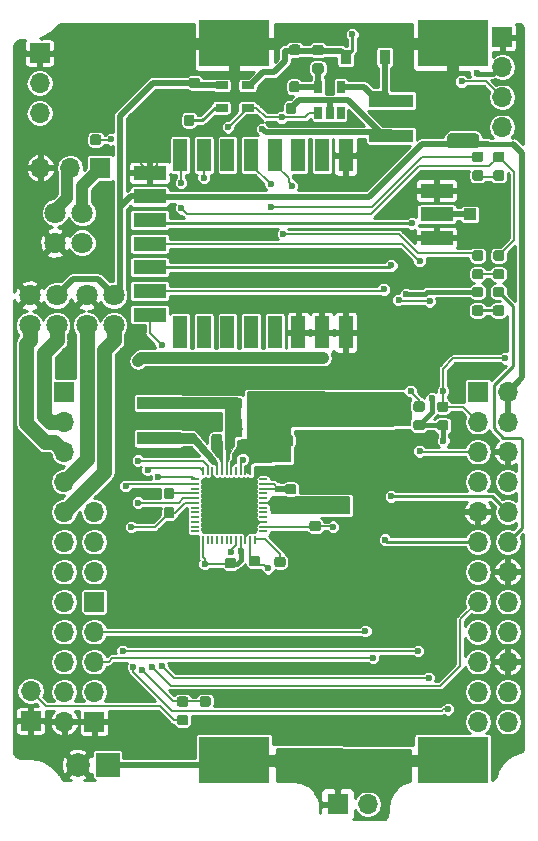
<source format=gtl>
G04 #@! TF.GenerationSoftware,KiCad,Pcbnew,5.0.2-bee76a0~70~ubuntu16.04.1*
G04 #@! TF.CreationDate,2019-09-16T22:34:13+02:00*
G04 #@! TF.ProjectId,WiRoc_NanoPi_v1,5769526f-635f-44e6-916e-6f50695f7631,rev?*
G04 #@! TF.SameCoordinates,Original*
G04 #@! TF.FileFunction,Copper,L1,Top*
G04 #@! TF.FilePolarity,Positive*
%FSLAX46Y46*%
G04 Gerber Fmt 4.6, Leading zero omitted, Abs format (unit mm)*
G04 Created by KiCad (PCBNEW 5.0.2-bee76a0~70~ubuntu16.04.1) date mån 16 sep 2019 22:34:13*
%MOMM*%
%LPD*%
G01*
G04 APERTURE LIST*
G04 #@! TA.AperFunction,SMDPad,CuDef*
%ADD10R,1.400000X1.400000*%
G04 #@! TD*
G04 #@! TA.AperFunction,SMDPad,CuDef*
%ADD11O,0.200000X0.700000*%
G04 #@! TD*
G04 #@! TA.AperFunction,SMDPad,CuDef*
%ADD12O,0.700000X0.200000*%
G04 #@! TD*
G04 #@! TA.AperFunction,ViaPad*
%ADD13C,0.600000*%
G04 #@! TD*
G04 #@! TA.AperFunction,ComponentPad*
%ADD14O,1.700000X1.700000*%
G04 #@! TD*
G04 #@! TA.AperFunction,ComponentPad*
%ADD15R,1.700000X1.700000*%
G04 #@! TD*
G04 #@! TA.AperFunction,SMDPad,CuDef*
%ADD16R,2.800000X1.200000*%
G04 #@! TD*
G04 #@! TA.AperFunction,SMDPad,CuDef*
%ADD17R,1.200000X2.800000*%
G04 #@! TD*
G04 #@! TA.AperFunction,SMDPad,CuDef*
%ADD18R,6.000000X4.000000*%
G04 #@! TD*
G04 #@! TA.AperFunction,ComponentPad*
%ADD19C,2.000000*%
G04 #@! TD*
G04 #@! TA.AperFunction,ComponentPad*
%ADD20R,2.000000X2.000000*%
G04 #@! TD*
G04 #@! TA.AperFunction,SMDPad,CuDef*
%ADD21R,0.650000X1.060000*%
G04 #@! TD*
G04 #@! TA.AperFunction,SMDPad,CuDef*
%ADD22R,1.060000X0.650000*%
G04 #@! TD*
G04 #@! TA.AperFunction,SMDPad,CuDef*
%ADD23R,3.700000X1.100000*%
G04 #@! TD*
G04 #@! TA.AperFunction,Conductor*
%ADD24C,0.100000*%
G04 #@! TD*
G04 #@! TA.AperFunction,SMDPad,CuDef*
%ADD25C,0.875000*%
G04 #@! TD*
G04 #@! TA.AperFunction,SMDPad,CuDef*
%ADD26R,0.900000X1.200000*%
G04 #@! TD*
G04 #@! TA.AperFunction,SMDPad,CuDef*
%ADD27C,0.975000*%
G04 #@! TD*
G04 #@! TA.AperFunction,SMDPad,CuDef*
%ADD28C,1.250000*%
G04 #@! TD*
G04 #@! TA.AperFunction,SMDPad,CuDef*
%ADD29R,2.200000X1.050000*%
G04 #@! TD*
G04 #@! TA.AperFunction,SMDPad,CuDef*
%ADD30R,1.050000X1.000000*%
G04 #@! TD*
G04 #@! TA.AperFunction,ComponentPad*
%ADD31C,1.800000*%
G04 #@! TD*
G04 #@! TA.AperFunction,ViaPad*
%ADD32C,0.400000*%
G04 #@! TD*
G04 #@! TA.AperFunction,Conductor*
%ADD33C,0.508000*%
G04 #@! TD*
G04 #@! TA.AperFunction,Conductor*
%ADD34C,0.203200*%
G04 #@! TD*
G04 #@! TA.AperFunction,Conductor*
%ADD35C,0.381000*%
G04 #@! TD*
G04 #@! TA.AperFunction,Conductor*
%ADD36C,1.000000*%
G04 #@! TD*
G04 #@! TA.AperFunction,Conductor*
%ADD37C,0.254000*%
G04 #@! TD*
G04 #@! TA.AperFunction,Conductor*
%ADD38C,1.300000*%
G04 #@! TD*
G04 #@! TA.AperFunction,Conductor*
%ADD39C,0.200000*%
G04 #@! TD*
G04 APERTURE END LIST*
D10*
G04 #@! TO.P,U3,49*
G04 #@! TO.N,GND*
X66149800Y-89283600D03*
X67549800Y-89283600D03*
X68949800Y-89283600D03*
X68949800Y-87883600D03*
X67549800Y-87883600D03*
X66149800Y-86483600D03*
X66149800Y-87883600D03*
X67549800Y-86483600D03*
X68949800Y-86483600D03*
D11*
G04 #@! TO.P,U3,48*
G04 #@! TO.N,IRQ*
X65349800Y-84983600D03*
G04 #@! TO.P,U3,47*
G04 #@! TO.N,PWRON*
X65749800Y-84983600D03*
G04 #@! TO.P,U3,46*
G04 #@! TO.N,GND*
X66149800Y-84983600D03*
G04 #@! TO.P,U3,45*
G04 #@! TO.N,Net-(L1-Pad1)*
X66549800Y-84983600D03*
G04 #@! TO.P,U3,44*
G04 #@! TO.N,IPSOUT*
X66949800Y-84983600D03*
G04 #@! TO.P,U3,43*
G04 #@! TO.N,Net-(C11-Pad2)*
X67349800Y-84983600D03*
G04 #@! TO.P,U3,42*
G04 #@! TO.N,BAT*
X67749800Y-84983600D03*
G04 #@! TO.P,U3,41*
G04 #@! TO.N,Net-(U3-Pad41)*
X68149800Y-84983600D03*
G04 #@! TO.P,U3,40*
G04 #@! TO.N,IPSOUT*
X68549800Y-84983600D03*
G04 #@! TO.P,U3,39*
G04 #@! TO.N,BAT*
X68949800Y-84983600D03*
G04 #@! TO.P,U3,38*
X69349800Y-84983600D03*
G04 #@! TO.P,U3,37*
G04 #@! TO.N,GND*
X69749800Y-84983600D03*
D12*
G04 #@! TO.P,U3,36*
G04 #@! TO.N,Net-(U3-Pad36)*
X70449800Y-85683600D03*
G04 #@! TO.P,U3,35*
G04 #@! TO.N,IPSOUT*
X70449800Y-86083600D03*
G04 #@! TO.P,U3,34*
X70449800Y-86483600D03*
G04 #@! TO.P,U3,33*
G04 #@! TO.N,Net-(U3-Pad33)*
X70449800Y-86883600D03*
G04 #@! TO.P,U3,32*
G04 #@! TO.N,Net-(U3-Pad32)*
X70449800Y-87283600D03*
G04 #@! TO.P,U3,31*
G04 #@! TO.N,VBUS*
X70449800Y-87683600D03*
G04 #@! TO.P,U3,30*
G04 #@! TO.N,Net-(U3-Pad30)*
X70449800Y-88083600D03*
G04 #@! TO.P,U3,29*
G04 #@! TO.N,Net-(U3-Pad29)*
X70449800Y-88483600D03*
G04 #@! TO.P,U3,28*
G04 #@! TO.N,Net-(U3-Pad28)*
X70449800Y-88883600D03*
G04 #@! TO.P,U3,27*
G04 #@! TO.N,GND*
X70449800Y-89283600D03*
G04 #@! TO.P,U3,26*
G04 #@! TO.N,Net-(C2-Pad1)*
X70449800Y-89683600D03*
G04 #@! TO.P,U3,25*
G04 #@! TO.N,Net-(U3-Pad25)*
X70449800Y-90083600D03*
D11*
G04 #@! TO.P,U3,24*
G04 #@! TO.N,Net-(C6-Pad1)*
X69749800Y-90783600D03*
G04 #@! TO.P,U3,23*
G04 #@! TO.N,Net-(R2-Pad2)*
X69349800Y-90783600D03*
G04 #@! TO.P,U3,22*
G04 #@! TO.N,GND*
X68949800Y-90783600D03*
G04 #@! TO.P,U3,21*
G04 #@! TO.N,IPSOUT*
X68549800Y-90783600D03*
G04 #@! TO.P,U3,20*
G04 #@! TO.N,EXTEN*
X68149800Y-90783600D03*
G04 #@! TO.P,U3,19*
G04 #@! TO.N,Net-(U3-Pad19)*
X67749800Y-90783600D03*
G04 #@! TO.P,U3,18*
G04 #@! TO.N,Net-(U3-Pad18)*
X67349800Y-90783600D03*
G04 #@! TO.P,U3,17*
G04 #@! TO.N,Net-(U3-Pad17)*
X66949800Y-90783600D03*
G04 #@! TO.P,U3,16*
G04 #@! TO.N,Net-(U3-Pad16)*
X66549800Y-90783600D03*
G04 #@! TO.P,U3,15*
G04 #@! TO.N,Net-(U3-Pad15)*
X66149800Y-90783600D03*
G04 #@! TO.P,U3,14*
G04 #@! TO.N,Net-(U3-Pad14)*
X65749800Y-90783600D03*
G04 #@! TO.P,U3,13*
G04 #@! TO.N,IPSOUT*
X65349800Y-90783600D03*
D12*
G04 #@! TO.P,U3,12*
G04 #@! TO.N,Net-(U3-Pad12)*
X64649800Y-90083600D03*
G04 #@! TO.P,U3,11*
G04 #@! TO.N,Net-(U3-Pad11)*
X64649800Y-89683600D03*
G04 #@! TO.P,U3,10*
G04 #@! TO.N,Net-(U3-Pad10)*
X64649800Y-89283600D03*
G04 #@! TO.P,U3,9*
G04 #@! TO.N,Net-(U3-Pad9)*
X64649800Y-88883600D03*
G04 #@! TO.P,U3,8*
G04 #@! TO.N,Net-(U3-Pad8)*
X64649800Y-88483600D03*
G04 #@! TO.P,U3,7*
G04 #@! TO.N,Net-(U3-Pad7)*
X64649800Y-88083600D03*
G04 #@! TO.P,U3,6*
G04 #@! TO.N,N_VBUSEN*
X64649800Y-87683600D03*
G04 #@! TO.P,U3,5*
G04 #@! TO.N,PWRON*
X64649800Y-87283600D03*
G04 #@! TO.P,U3,4*
G04 #@! TO.N,Net-(R3-Pad2)*
X64649800Y-86883600D03*
G04 #@! TO.P,U3,3*
G04 #@! TO.N,Net-(U3-Pad3)*
X64649800Y-86483600D03*
G04 #@! TO.P,U3,2*
G04 #@! TO.N,SCK*
X64649800Y-86083600D03*
G04 #@! TO.P,U3,1*
G04 #@! TO.N,SDA*
X64649800Y-85683600D03*
G04 #@! TD*
D13*
G04 #@! TO.N,GND*
G04 #@! TO.C,REF\002A\002A*
X85575200Y-99028600D03*
G04 #@! TD*
G04 #@! TO.N,GND*
G04 #@! TO.C,REF\002A\002A*
X82959000Y-61335000D03*
G04 #@! TD*
G04 #@! TO.N,GND*
G04 #@! TO.C,REF\002A\002A*
X56263600Y-53613400D03*
G04 #@! TD*
G04 #@! TO.N,GND*
G04 #@! TO.C,REF\002A\002A*
X61572200Y-53816600D03*
G04 #@! TD*
G04 #@! TO.N,GND*
G04 #@! TO.C,REF\002A\002A*
X68963600Y-55797800D03*
G04 #@! TD*
G04 #@! TO.N,GND*
G04 #@! TO.C,REF\002A\002A*
X87200800Y-69031200D03*
G04 #@! TD*
G04 #@! TO.N,GND*
G04 #@! TO.C,REF\002A\002A*
X50853400Y-95040800D03*
G04 #@! TD*
G04 #@! TO.N,GND*
G04 #@! TO.C,REF\002A\002A*
X72494200Y-106674000D03*
G04 #@! TD*
G04 #@! TO.N,GND*
G04 #@! TO.C,REF\002A\002A*
X78158400Y-106674000D03*
G04 #@! TD*
G04 #@! TO.N,GND*
G04 #@! TO.C,REF\002A\002A*
X77447200Y-75914600D03*
G04 #@! TD*
G04 #@! TO.N,GND*
G04 #@! TO.C,REF\002A\002A*
X77548800Y-70656800D03*
G04 #@! TD*
G04 #@! TO.N,GND*
G04 #@! TO.C,REF\002A\002A*
X75415200Y-70631400D03*
G04 #@! TD*
G04 #@! TO.N,GND*
G04 #@! TO.C,REF\002A\002A*
X89004200Y-76219400D03*
G04 #@! TD*
G04 #@! TO.N,GND*
G04 #@! TO.C,REF\002A\002A*
X89766200Y-63265400D03*
G04 #@! TD*
G04 #@! TO.N,GND*
G04 #@! TO.C,REF\002A\002A*
X86311800Y-59836400D03*
G04 #@! TD*
G04 #@! TO.N,GND*
G04 #@! TO.C,REF\002A\002A*
X89080400Y-73730200D03*
G04 #@! TD*
G04 #@! TO.N,GND*
G04 #@! TO.C,REF\002A\002A*
X86007000Y-71876000D03*
G04 #@! TD*
G04 #@! TO.N,GND*
G04 #@! TO.C,REF\002A\002A*
X85041800Y-53130800D03*
G04 #@! TD*
G04 #@! TO.N,GND*
G04 #@! TO.C,REF\002A\002A*
X79756000Y-51181000D03*
G04 #@! TD*
G04 #@! TO.N,GND*
G04 #@! TO.C,REF\002A\002A*
X78361600Y-55442200D03*
G04 #@! TD*
G04 #@! TO.N,GND*
G04 #@! TO.C,REF\002A\002A*
X59436000Y-88646000D03*
G04 #@! TD*
G04 #@! TO.N,GND*
G04 #@! TO.C,REF\002A\002A*
X58801000Y-84963000D03*
G04 #@! TD*
G04 #@! TO.N,GND*
G04 #@! TO.C,REF\002A\002A*
X62103000Y-77216000D03*
G04 #@! TD*
G04 #@! TO.N,GND*
G04 #@! TO.C,REF\002A\002A*
X67945000Y-77216000D03*
G04 #@! TD*
G04 #@! TO.N,GND*
G04 #@! TO.C,REF\002A\002A*
X65024000Y-77216000D03*
G04 #@! TD*
G04 #@! TO.N,GND*
G04 #@! TO.C,REF\002A\002A*
X73279000Y-91186000D03*
G04 #@! TD*
G04 #@! TO.N,GND*
G04 #@! TO.C,REF\002A\002A*
X71882000Y-95885000D03*
G04 #@! TD*
G04 #@! TO.N,GND*
G04 #@! TO.C,REF\002A\002A*
X69723000Y-95885000D03*
G04 #@! TD*
G04 #@! TO.N,GND*
G04 #@! TO.C,REF\002A\002A*
X67691000Y-95885000D03*
G04 #@! TD*
G04 #@! TO.N,GND*
G04 #@! TO.C,REF\002A\002A*
X63119000Y-92964000D03*
G04 #@! TD*
G04 #@! TO.N,GND*
G04 #@! TO.C,REF\002A\002A*
X63119000Y-90551000D03*
G04 #@! TD*
G04 #@! TO.N,GND*
G04 #@! TO.C,REF\002A\002A*
X50927000Y-85725000D03*
G04 #@! TD*
G04 #@! TO.N,GND*
G04 #@! TO.C,REF\002A\002A*
X50927000Y-83439000D03*
G04 #@! TD*
G04 #@! TO.N,GND*
G04 #@! TO.C,REF\002A\002A*
X54864000Y-102362000D03*
G04 #@! TD*
G04 #@! TO.N,GND*
G04 #@! TO.C,REF\002A\002A*
X89916000Y-99949000D03*
G04 #@! TD*
G04 #@! TO.N,GND*
G04 #@! TO.C,REF\002A\002A*
X89916000Y-94742000D03*
G04 #@! TD*
G04 #@! TO.N,GND*
G04 #@! TO.C,REF\002A\002A*
X85598000Y-101473000D03*
G04 #@! TD*
G04 #@! TO.N,GND*
G04 #@! TO.C,REF\002A\002A*
X84836000Y-104394000D03*
G04 #@! TD*
G04 #@! TO.N,GND*
G04 #@! TO.C,REF\002A\002A*
X84836000Y-106426000D03*
G04 #@! TD*
D14*
G04 #@! TO.P,J7,15*
G04 #@! TO.N,IRQ*
X88620000Y-96045000D03*
G04 #@! TO.P,J7,5*
G04 #@! TO.N,SCK*
X88620000Y-83345000D03*
G04 #@! TO.P,J7,22*
G04 #@! TO.N,N_VBUSEN*
X91160000Y-103665000D03*
G04 #@! TO.P,J7,21*
G04 #@! TO.N,Net-(J7-Pad21)*
X88620000Y-103665000D03*
G04 #@! TO.P,J7,18*
G04 #@! TO.N,Net-(J7-Pad18)*
X91160000Y-98585000D03*
G04 #@! TO.P,J7,19*
G04 #@! TO.N,Net-(J7-Pad19)*
X88620000Y-101125000D03*
G04 #@! TO.P,J7,13*
G04 #@! TO.N,LORAEN*
X88620000Y-93505000D03*
G04 #@! TO.P,J7,24*
G04 #@! TO.N,Net-(J7-Pad24)*
X91160000Y-106205000D03*
G04 #@! TO.P,J7,11*
G04 #@! TO.N,LORAAUX*
X88620000Y-90965000D03*
G04 #@! TO.P,J7,14*
G04 #@! TO.N,GND*
X91160000Y-93505000D03*
G04 #@! TO.P,J7,20*
X91160000Y-101125000D03*
G04 #@! TO.P,J7,10*
G04 #@! TO.N,UART1_RX*
X91160000Y-88425000D03*
G04 #@! TO.P,J7,23*
G04 #@! TO.N,Net-(J7-Pad23)*
X88620000Y-106205000D03*
G04 #@! TO.P,J7,16*
G04 #@! TO.N,Net-(J7-Pad16)*
X91160000Y-96045000D03*
G04 #@! TO.P,J7,17*
G04 #@! TO.N,SYS_3.3V*
X88620000Y-98585000D03*
G04 #@! TO.P,J7,6*
G04 #@! TO.N,GND*
X91160000Y-83345000D03*
G04 #@! TO.P,J7,12*
G04 #@! TO.N,STATUS_LED*
X91160000Y-90965000D03*
G04 #@! TO.P,J7,9*
G04 #@! TO.N,GND*
X88620000Y-88425000D03*
D15*
G04 #@! TO.P,J7,1*
G04 #@! TO.N,Net-(J7-Pad1)*
X88620000Y-78265000D03*
D14*
G04 #@! TO.P,J7,7*
G04 #@! TO.N,Net-(J7-Pad7)*
X88620000Y-85885000D03*
G04 #@! TO.P,J7,4*
G04 #@! TO.N,VDD_5V*
X91160000Y-80805000D03*
G04 #@! TO.P,J7,3*
G04 #@! TO.N,SDA*
X88620000Y-80805000D03*
G04 #@! TO.P,J7,8*
G04 #@! TO.N,UART1_TX*
X91160000Y-85885000D03*
G04 #@! TO.P,J7,2*
G04 #@! TO.N,VDD_5V*
X91160000Y-78265000D03*
G04 #@! TO.P,J7,34*
G04 #@! TO.N,USBHost-DP2*
X53610000Y-85885000D03*
G04 #@! TO.P,J7,33*
G04 #@! TO.N,USBHost-DM1*
X53610000Y-83345000D03*
G04 #@! TO.P,J7,32*
G04 #@! TO.N,USBHost-DP1*
X53610000Y-80805000D03*
D15*
G04 #@! TO.P,J7,31*
G04 #@! TO.N,Net-(J7-Pad31)*
X53610000Y-78265000D03*
D14*
G04 #@! TO.P,J7,42*
G04 #@! TO.N,GND*
X53610000Y-106205000D03*
G04 #@! TO.P,J7,41*
G04 #@! TO.N,Net-(J7-Pad41)*
X53610000Y-103665000D03*
G04 #@! TO.P,J7,40*
G04 #@! TO.N,Net-(J7-Pad40)*
X53610000Y-101125000D03*
G04 #@! TO.P,J7,39*
G04 #@! TO.N,Net-(J7-Pad39)*
X53610000Y-98585000D03*
G04 #@! TO.P,J7,38*
G04 #@! TO.N,Net-(J7-Pad38)*
X53610000Y-96045000D03*
G04 #@! TO.P,J7,35*
G04 #@! TO.N,USBHost-DM2*
X53610000Y-88425000D03*
G04 #@! TO.P,J7,37*
G04 #@! TO.N,LORAMO*
X53610000Y-93505000D03*
G04 #@! TO.P,J7,36*
G04 #@! TO.N,LORARS*
X53610000Y-90965000D03*
G04 #@! TO.P,J7,53*
G04 #@! TO.N,Net-(J6-Pad2)*
X56150000Y-101125000D03*
G04 #@! TO.P,J7,52*
G04 #@! TO.N,Net-(J7-Pad52)*
X56150000Y-103665000D03*
G04 #@! TO.P,J7,54*
G04 #@! TO.N,Net-(J6-Pad3)*
X56150000Y-98585000D03*
D15*
G04 #@! TO.P,J7,51*
G04 #@! TO.N,GND*
X56150000Y-106205000D03*
G04 #@! TO.P,J7,61*
G04 #@! TO.N,N/C*
X56150000Y-96045000D03*
D14*
G04 #@! TO.P,J7,64*
X56150000Y-88425000D03*
G04 #@! TO.P,J7,62*
X56150000Y-93505000D03*
G04 #@! TO.P,J7,63*
X56150000Y-90965000D03*
G04 #@! TD*
D13*
G04 #@! TO.N,GND*
G04 #@! TO.C,REF\002A\002A*
X85344000Y-84709000D03*
G04 #@! TD*
G04 #@! TO.N,GND*
G04 #@! TO.C,REF\002A\002A*
X74041000Y-83820000D03*
G04 #@! TD*
G04 #@! TO.N,GND*
G04 #@! TO.C,REF\002A\002A*
X77343000Y-83566000D03*
G04 #@! TD*
G04 #@! TO.N,GND*
G04 #@! TO.C,REF\002A\002A*
X85397400Y-67583400D03*
G04 #@! TD*
G04 #@! TO.N,GND*
G04 #@! TO.C,REF\002A\002A*
X81534000Y-62357000D03*
G04 #@! TD*
G04 #@! TO.N,GND*
G04 #@! TO.C,REF\002A\002A*
X76962000Y-66929000D03*
G04 #@! TD*
G04 #@! TO.N,GND*
G04 #@! TO.C,REF\002A\002A*
X77343000Y-84836000D03*
G04 #@! TD*
G04 #@! TO.N,GND*
G04 #@! TO.C,REF\002A\002A*
X89916000Y-89662000D03*
G04 #@! TD*
G04 #@! TO.N,GND*
G04 #@! TO.C,REF\002A\002A*
X61493400Y-58496200D03*
G04 #@! TD*
G04 #@! TO.N,GND*
G04 #@! TO.C,REF\002A\002A*
X60083700Y-58458100D03*
G04 #@! TD*
D16*
G04 #@! TO.P,U1,26*
G04 #@! TO.N,GND*
X85124200Y-61235200D03*
G04 #@! TO.P,U1,25*
G04 #@! TO.N,Net-(J9-Pad1)*
X85124200Y-63235200D03*
G04 #@! TO.P,U1,24*
G04 #@! TO.N,GND*
X85124200Y-65235200D03*
D17*
G04 #@! TO.P,U1,23*
X77424200Y-73235200D03*
G04 #@! TO.P,U1,22*
X75424200Y-73235200D03*
G04 #@! TO.P,U1,21*
X73424200Y-73235200D03*
G04 #@! TO.P,U1,20*
G04 #@! TO.N,Net-(U1-Pad20)*
X71424200Y-73235200D03*
G04 #@! TO.P,U1,19*
G04 #@! TO.N,Net-(U1-Pad19)*
X69424200Y-73235200D03*
G04 #@! TO.P,U1,18*
G04 #@! TO.N,Net-(U1-Pad18)*
X67424200Y-73235200D03*
G04 #@! TO.P,U1,17*
G04 #@! TO.N,Net-(U1-Pad17)*
X65424200Y-73235200D03*
G04 #@! TO.P,U1,16*
G04 #@! TO.N,Net-(U1-Pad16)*
X63424200Y-73235200D03*
D16*
G04 #@! TO.P,U1,15*
G04 #@! TO.N,LORAMO*
X60824200Y-71735200D03*
G04 #@! TO.P,U1,14*
G04 #@! TO.N,LORAAUX*
X60824200Y-69735200D03*
G04 #@! TO.P,U1,13*
G04 #@! TO.N,UART1_RX*
X60824200Y-67735200D03*
G04 #@! TO.P,U1,12*
G04 #@! TO.N,UART1_TX*
X60824200Y-65735200D03*
G04 #@! TO.P,U1,11*
G04 #@! TO.N,LORAEN*
X60824200Y-63735200D03*
G04 #@! TO.P,U1,10*
G04 #@! TO.N,VDD_5V*
X60824200Y-61735200D03*
G04 #@! TO.P,U1,9*
G04 #@! TO.N,GND*
X60824200Y-59735200D03*
D17*
G04 #@! TO.P,U1,7*
G04 #@! TO.N,LORARS*
X65424200Y-58235200D03*
G04 #@! TO.P,U1,6*
G04 #@! TO.N,Net-(U1-Pad6)*
X67424200Y-58235200D03*
G04 #@! TO.P,U1,5*
G04 #@! TO.N,Net-(D4-Pad1)*
X69424200Y-58235200D03*
G04 #@! TO.P,U1,4*
G04 #@! TO.N,Net-(D5-Pad1)*
X71424200Y-58235200D03*
G04 #@! TO.P,U1,3*
G04 #@! TO.N,Net-(U1-Pad3)*
X73424200Y-58235200D03*
G04 #@! TO.P,U1,2*
G04 #@! TO.N,Net-(U1-Pad2)*
X75424200Y-58235200D03*
G04 #@! TO.P,U1,1*
G04 #@! TO.N,GND*
X77424200Y-58235200D03*
G04 #@! TO.P,U1,8*
G04 #@! TO.N,Net-(R13-Pad2)*
X63424200Y-58235200D03*
G04 #@! TD*
D13*
G04 #@! TO.N,GND*
G04 #@! TO.C,REF\002A\002A*
X83947000Y-55626000D03*
G04 #@! TD*
G04 #@! TO.N,GND*
G04 #@! TO.C,REF\002A\002A*
X77673200Y-60782200D03*
G04 #@! TD*
G04 #@! TO.N,GND*
G04 #@! TO.C,REF\002A\002A*
X75895200Y-60782200D03*
G04 #@! TD*
G04 #@! TO.N,GND*
G04 #@! TO.C,REF\002A\002A*
X73914000Y-60782200D03*
G04 #@! TD*
G04 #@! TO.N,GND*
G04 #@! TO.C,REF\002A\002A*
X67437000Y-60706000D03*
G04 #@! TD*
G04 #@! TO.N,VBUS*
G04 #@! TO.C,REF\002A\002A*
X73152000Y-88011000D03*
G04 #@! TD*
G04 #@! TO.N,VBUS*
G04 #@! TO.C,REF\002A\002A*
X74295000Y-87757000D03*
G04 #@! TD*
G04 #@! TO.N,GND*
G04 #@! TO.C,REF\002A\002A*
X78740000Y-50038000D03*
G04 #@! TD*
G04 #@! TO.N,GND*
G04 #@! TO.C,REF\002A\002A*
X59182000Y-55372000D03*
G04 #@! TD*
D18*
G04 #@! TO.P,U7,1*
G04 #@! TO.N,Net-(J3-Pad1)*
X86480000Y-109474000D03*
X67980000Y-109474000D03*
G04 #@! TD*
G04 #@! TO.P,U6,1*
G04 #@! TO.N,GND*
X86480000Y-48768000D03*
X67980000Y-48768000D03*
G04 #@! TD*
D14*
G04 #@! TO.P,J6,3*
G04 #@! TO.N,Net-(J6-Pad3)*
X51513800Y-54680200D03*
G04 #@! TO.P,J6,2*
G04 #@! TO.N,Net-(J6-Pad2)*
X51513800Y-52140200D03*
D15*
G04 #@! TO.P,J6,1*
G04 #@! TO.N,GND*
X51513800Y-49600200D03*
G04 #@! TD*
D19*
G04 #@! TO.P,J3,2*
G04 #@! TO.N,GND*
X54737000Y-109855000D03*
D20*
G04 #@! TO.P,J3,1*
G04 #@! TO.N,Net-(J3-Pad1)*
X57277000Y-109855000D03*
G04 #@! TD*
D13*
G04 #@! TO.N,GND*
G04 #@! TO.C,REF\002A\002A*
X70231000Y-52959000D03*
G04 #@! TD*
G04 #@! TO.N,GND*
G04 #@! TO.C,REF\002A\002A*
X72265600Y-53283200D03*
G04 #@! TD*
G04 #@! TO.N,GND*
G04 #@! TO.C,REF\002A\002A*
X76581000Y-48006000D03*
G04 #@! TD*
G04 #@! TO.N,GND*
G04 #@! TO.C,REF\002A\002A*
X76835000Y-51181000D03*
G04 #@! TD*
G04 #@! TO.N,GND*
G04 #@! TO.C,REF\002A\002A*
X83947000Y-52324000D03*
G04 #@! TD*
G04 #@! TO.N,GND*
G04 #@! TO.C,REF\002A\002A*
X83947000Y-53975000D03*
G04 #@! TD*
G04 #@! TO.N,GND*
G04 #@! TO.C,REF\002A\002A*
X73279000Y-93345000D03*
G04 #@! TD*
G04 #@! TO.N,GND*
G04 #@! TO.C,REF\002A\002A*
X74930000Y-93345000D03*
G04 #@! TD*
G04 #@! TO.N,GND*
G04 #@! TO.C,REF\002A\002A*
X64246000Y-83312000D03*
G04 #@! TD*
G04 #@! TO.N,GND*
G04 #@! TO.C,REF\002A\002A*
X58829000Y-82366200D03*
G04 #@! TD*
G04 #@! TO.N,GND*
G04 #@! TO.C,REF\002A\002A*
X58854400Y-80740600D03*
G04 #@! TD*
G04 #@! TO.N,GND*
G04 #@! TO.C,REF\002A\002A*
X58854400Y-79267400D03*
G04 #@! TD*
G04 #@! TO.N,GND*
G04 #@! TO.C,REF\002A\002A*
X74295000Y-86487000D03*
G04 #@! TD*
G04 #@! TO.N,GND*
G04 #@! TO.C,REF\002A\002A*
X77343000Y-86233000D03*
G04 #@! TD*
G04 #@! TO.N,GND*
G04 #@! TO.C,REF\002A\002A*
X74041000Y-77343000D03*
G04 #@! TD*
D21*
G04 #@! TO.P,U4,1*
G04 #@! TO.N,Net-(D3-Pad2)*
X77018086Y-52482546D03*
G04 #@! TO.P,U4,2*
G04 #@! TO.N,GND*
X76068086Y-52482546D03*
G04 #@! TO.P,U4,3*
G04 #@! TO.N,Net-(R7-Pad1)*
X75118086Y-52482546D03*
G04 #@! TO.P,U4,4*
G04 #@! TO.N,EXTEN*
X75118086Y-54682546D03*
G04 #@! TO.P,U4,6*
G04 #@! TO.N,Net-(U4-Pad6)*
X77018086Y-54682546D03*
G04 #@! TO.P,U4,5*
G04 #@! TO.N,IPSOUT*
X76068086Y-54682546D03*
G04 #@! TD*
D22*
G04 #@! TO.P,U5,1*
G04 #@! TO.N,VDD_5V*
X66921200Y-52331200D03*
G04 #@! TO.P,U5,2*
G04 #@! TO.N,GND*
X66921200Y-53281200D03*
G04 #@! TO.P,U5,3*
G04 #@! TO.N,Net-(R9-Pad2)*
X66921200Y-54231200D03*
G04 #@! TO.P,U5,4*
G04 #@! TO.N,EXTEN*
X69121200Y-54231200D03*
G04 #@! TO.P,U5,5*
G04 #@! TO.N,Net-(C13-Pad1)*
X69121200Y-52331200D03*
G04 #@! TD*
D13*
G04 #@! TO.N,GND*
G04 #@! TO.C,REF\002A\002A*
X74295000Y-85090000D03*
G04 #@! TD*
D23*
G04 #@! TO.P,L1,2*
G04 #@! TO.N,Net-(C11-Pad2)*
X61609400Y-79224500D03*
G04 #@! TO.P,L1,1*
G04 #@! TO.N,Net-(L1-Pad1)*
X61609400Y-82224500D03*
G04 #@! TD*
G04 #@! TO.P,L2,1*
G04 #@! TO.N,IPSOUT*
X81280000Y-56618000D03*
G04 #@! TO.P,L2,2*
G04 #@! TO.N,Net-(D3-Pad2)*
X81280000Y-53618000D03*
G04 #@! TD*
D24*
G04 #@! TO.N,IPSOUT*
G04 #@! TO.C,C4*
G36*
X73063091Y-86079353D02*
X73084326Y-86082503D01*
X73105150Y-86087719D01*
X73125362Y-86094951D01*
X73144768Y-86104130D01*
X73163181Y-86115166D01*
X73180424Y-86127954D01*
X73196330Y-86142370D01*
X73210746Y-86158276D01*
X73223534Y-86175519D01*
X73234570Y-86193932D01*
X73243749Y-86213338D01*
X73250981Y-86233550D01*
X73256197Y-86254374D01*
X73259347Y-86275609D01*
X73260400Y-86297050D01*
X73260400Y-86734550D01*
X73259347Y-86755991D01*
X73256197Y-86777226D01*
X73250981Y-86798050D01*
X73243749Y-86818262D01*
X73234570Y-86837668D01*
X73223534Y-86856081D01*
X73210746Y-86873324D01*
X73196330Y-86889230D01*
X73180424Y-86903646D01*
X73163181Y-86916434D01*
X73144768Y-86927470D01*
X73125362Y-86936649D01*
X73105150Y-86943881D01*
X73084326Y-86949097D01*
X73063091Y-86952247D01*
X73041650Y-86953300D01*
X72529150Y-86953300D01*
X72507709Y-86952247D01*
X72486474Y-86949097D01*
X72465650Y-86943881D01*
X72445438Y-86936649D01*
X72426032Y-86927470D01*
X72407619Y-86916434D01*
X72390376Y-86903646D01*
X72374470Y-86889230D01*
X72360054Y-86873324D01*
X72347266Y-86856081D01*
X72336230Y-86837668D01*
X72327051Y-86818262D01*
X72319819Y-86798050D01*
X72314603Y-86777226D01*
X72311453Y-86755991D01*
X72310400Y-86734550D01*
X72310400Y-86297050D01*
X72311453Y-86275609D01*
X72314603Y-86254374D01*
X72319819Y-86233550D01*
X72327051Y-86213338D01*
X72336230Y-86193932D01*
X72347266Y-86175519D01*
X72360054Y-86158276D01*
X72374470Y-86142370D01*
X72390376Y-86127954D01*
X72407619Y-86115166D01*
X72426032Y-86104130D01*
X72445438Y-86094951D01*
X72465650Y-86087719D01*
X72486474Y-86082503D01*
X72507709Y-86079353D01*
X72529150Y-86078300D01*
X73041650Y-86078300D01*
X73063091Y-86079353D01*
X73063091Y-86079353D01*
G37*
D25*
G04 #@! TD*
G04 #@! TO.P,C4,1*
G04 #@! TO.N,IPSOUT*
X72785400Y-86515800D03*
D24*
G04 #@! TO.N,GND*
G04 #@! TO.C,C4*
G36*
X73063091Y-84504353D02*
X73084326Y-84507503D01*
X73105150Y-84512719D01*
X73125362Y-84519951D01*
X73144768Y-84529130D01*
X73163181Y-84540166D01*
X73180424Y-84552954D01*
X73196330Y-84567370D01*
X73210746Y-84583276D01*
X73223534Y-84600519D01*
X73234570Y-84618932D01*
X73243749Y-84638338D01*
X73250981Y-84658550D01*
X73256197Y-84679374D01*
X73259347Y-84700609D01*
X73260400Y-84722050D01*
X73260400Y-85159550D01*
X73259347Y-85180991D01*
X73256197Y-85202226D01*
X73250981Y-85223050D01*
X73243749Y-85243262D01*
X73234570Y-85262668D01*
X73223534Y-85281081D01*
X73210746Y-85298324D01*
X73196330Y-85314230D01*
X73180424Y-85328646D01*
X73163181Y-85341434D01*
X73144768Y-85352470D01*
X73125362Y-85361649D01*
X73105150Y-85368881D01*
X73084326Y-85374097D01*
X73063091Y-85377247D01*
X73041650Y-85378300D01*
X72529150Y-85378300D01*
X72507709Y-85377247D01*
X72486474Y-85374097D01*
X72465650Y-85368881D01*
X72445438Y-85361649D01*
X72426032Y-85352470D01*
X72407619Y-85341434D01*
X72390376Y-85328646D01*
X72374470Y-85314230D01*
X72360054Y-85298324D01*
X72347266Y-85281081D01*
X72336230Y-85262668D01*
X72327051Y-85243262D01*
X72319819Y-85223050D01*
X72314603Y-85202226D01*
X72311453Y-85180991D01*
X72310400Y-85159550D01*
X72310400Y-84722050D01*
X72311453Y-84700609D01*
X72314603Y-84679374D01*
X72319819Y-84658550D01*
X72327051Y-84638338D01*
X72336230Y-84618932D01*
X72347266Y-84600519D01*
X72360054Y-84583276D01*
X72374470Y-84567370D01*
X72390376Y-84552954D01*
X72407619Y-84540166D01*
X72426032Y-84529130D01*
X72445438Y-84519951D01*
X72465650Y-84512719D01*
X72486474Y-84507503D01*
X72507709Y-84504353D01*
X72529150Y-84503300D01*
X73041650Y-84503300D01*
X73063091Y-84504353D01*
X73063091Y-84504353D01*
G37*
D25*
G04 #@! TD*
G04 #@! TO.P,C4,2*
G04 #@! TO.N,GND*
X72785400Y-84940800D03*
D24*
G04 #@! TO.N,GND*
G04 #@! TO.C,C5*
G36*
X79132691Y-87410053D02*
X79153926Y-87413203D01*
X79174750Y-87418419D01*
X79194962Y-87425651D01*
X79214368Y-87434830D01*
X79232781Y-87445866D01*
X79250024Y-87458654D01*
X79265930Y-87473070D01*
X79280346Y-87488976D01*
X79293134Y-87506219D01*
X79304170Y-87524632D01*
X79313349Y-87544038D01*
X79320581Y-87564250D01*
X79325797Y-87585074D01*
X79328947Y-87606309D01*
X79330000Y-87627750D01*
X79330000Y-88140250D01*
X79328947Y-88161691D01*
X79325797Y-88182926D01*
X79320581Y-88203750D01*
X79313349Y-88223962D01*
X79304170Y-88243368D01*
X79293134Y-88261781D01*
X79280346Y-88279024D01*
X79265930Y-88294930D01*
X79250024Y-88309346D01*
X79232781Y-88322134D01*
X79214368Y-88333170D01*
X79194962Y-88342349D01*
X79174750Y-88349581D01*
X79153926Y-88354797D01*
X79132691Y-88357947D01*
X79111250Y-88359000D01*
X78673750Y-88359000D01*
X78652309Y-88357947D01*
X78631074Y-88354797D01*
X78610250Y-88349581D01*
X78590038Y-88342349D01*
X78570632Y-88333170D01*
X78552219Y-88322134D01*
X78534976Y-88309346D01*
X78519070Y-88294930D01*
X78504654Y-88279024D01*
X78491866Y-88261781D01*
X78480830Y-88243368D01*
X78471651Y-88223962D01*
X78464419Y-88203750D01*
X78459203Y-88182926D01*
X78456053Y-88161691D01*
X78455000Y-88140250D01*
X78455000Y-87627750D01*
X78456053Y-87606309D01*
X78459203Y-87585074D01*
X78464419Y-87564250D01*
X78471651Y-87544038D01*
X78480830Y-87524632D01*
X78491866Y-87506219D01*
X78504654Y-87488976D01*
X78519070Y-87473070D01*
X78534976Y-87458654D01*
X78552219Y-87445866D01*
X78570632Y-87434830D01*
X78590038Y-87425651D01*
X78610250Y-87418419D01*
X78631074Y-87413203D01*
X78652309Y-87410053D01*
X78673750Y-87409000D01*
X79111250Y-87409000D01*
X79132691Y-87410053D01*
X79132691Y-87410053D01*
G37*
D25*
G04 #@! TD*
G04 #@! TO.P,C5,2*
G04 #@! TO.N,GND*
X78892500Y-87884000D03*
D24*
G04 #@! TO.N,VBUS*
G04 #@! TO.C,C5*
G36*
X77557691Y-87410053D02*
X77578926Y-87413203D01*
X77599750Y-87418419D01*
X77619962Y-87425651D01*
X77639368Y-87434830D01*
X77657781Y-87445866D01*
X77675024Y-87458654D01*
X77690930Y-87473070D01*
X77705346Y-87488976D01*
X77718134Y-87506219D01*
X77729170Y-87524632D01*
X77738349Y-87544038D01*
X77745581Y-87564250D01*
X77750797Y-87585074D01*
X77753947Y-87606309D01*
X77755000Y-87627750D01*
X77755000Y-88140250D01*
X77753947Y-88161691D01*
X77750797Y-88182926D01*
X77745581Y-88203750D01*
X77738349Y-88223962D01*
X77729170Y-88243368D01*
X77718134Y-88261781D01*
X77705346Y-88279024D01*
X77690930Y-88294930D01*
X77675024Y-88309346D01*
X77657781Y-88322134D01*
X77639368Y-88333170D01*
X77619962Y-88342349D01*
X77599750Y-88349581D01*
X77578926Y-88354797D01*
X77557691Y-88357947D01*
X77536250Y-88359000D01*
X77098750Y-88359000D01*
X77077309Y-88357947D01*
X77056074Y-88354797D01*
X77035250Y-88349581D01*
X77015038Y-88342349D01*
X76995632Y-88333170D01*
X76977219Y-88322134D01*
X76959976Y-88309346D01*
X76944070Y-88294930D01*
X76929654Y-88279024D01*
X76916866Y-88261781D01*
X76905830Y-88243368D01*
X76896651Y-88223962D01*
X76889419Y-88203750D01*
X76884203Y-88182926D01*
X76881053Y-88161691D01*
X76880000Y-88140250D01*
X76880000Y-87627750D01*
X76881053Y-87606309D01*
X76884203Y-87585074D01*
X76889419Y-87564250D01*
X76896651Y-87544038D01*
X76905830Y-87524632D01*
X76916866Y-87506219D01*
X76929654Y-87488976D01*
X76944070Y-87473070D01*
X76959976Y-87458654D01*
X76977219Y-87445866D01*
X76995632Y-87434830D01*
X77015038Y-87425651D01*
X77035250Y-87418419D01*
X77056074Y-87413203D01*
X77077309Y-87410053D01*
X77098750Y-87409000D01*
X77536250Y-87409000D01*
X77557691Y-87410053D01*
X77557691Y-87410053D01*
G37*
D25*
G04 #@! TD*
G04 #@! TO.P,C5,1*
G04 #@! TO.N,VBUS*
X77317500Y-87884000D03*
D24*
G04 #@! TO.N,GND*
G04 #@! TO.C,C6*
G36*
X72143691Y-93811053D02*
X72164926Y-93814203D01*
X72185750Y-93819419D01*
X72205962Y-93826651D01*
X72225368Y-93835830D01*
X72243781Y-93846866D01*
X72261024Y-93859654D01*
X72276930Y-93874070D01*
X72291346Y-93889976D01*
X72304134Y-93907219D01*
X72315170Y-93925632D01*
X72324349Y-93945038D01*
X72331581Y-93965250D01*
X72336797Y-93986074D01*
X72339947Y-94007309D01*
X72341000Y-94028750D01*
X72341000Y-94466250D01*
X72339947Y-94487691D01*
X72336797Y-94508926D01*
X72331581Y-94529750D01*
X72324349Y-94549962D01*
X72315170Y-94569368D01*
X72304134Y-94587781D01*
X72291346Y-94605024D01*
X72276930Y-94620930D01*
X72261024Y-94635346D01*
X72243781Y-94648134D01*
X72225368Y-94659170D01*
X72205962Y-94668349D01*
X72185750Y-94675581D01*
X72164926Y-94680797D01*
X72143691Y-94683947D01*
X72122250Y-94685000D01*
X71609750Y-94685000D01*
X71588309Y-94683947D01*
X71567074Y-94680797D01*
X71546250Y-94675581D01*
X71526038Y-94668349D01*
X71506632Y-94659170D01*
X71488219Y-94648134D01*
X71470976Y-94635346D01*
X71455070Y-94620930D01*
X71440654Y-94605024D01*
X71427866Y-94587781D01*
X71416830Y-94569368D01*
X71407651Y-94549962D01*
X71400419Y-94529750D01*
X71395203Y-94508926D01*
X71392053Y-94487691D01*
X71391000Y-94466250D01*
X71391000Y-94028750D01*
X71392053Y-94007309D01*
X71395203Y-93986074D01*
X71400419Y-93965250D01*
X71407651Y-93945038D01*
X71416830Y-93925632D01*
X71427866Y-93907219D01*
X71440654Y-93889976D01*
X71455070Y-93874070D01*
X71470976Y-93859654D01*
X71488219Y-93846866D01*
X71506632Y-93835830D01*
X71526038Y-93826651D01*
X71546250Y-93819419D01*
X71567074Y-93814203D01*
X71588309Y-93811053D01*
X71609750Y-93810000D01*
X72122250Y-93810000D01*
X72143691Y-93811053D01*
X72143691Y-93811053D01*
G37*
D25*
G04 #@! TD*
G04 #@! TO.P,C6,2*
G04 #@! TO.N,GND*
X71866000Y-94247500D03*
D24*
G04 #@! TO.N,Net-(C6-Pad1)*
G04 #@! TO.C,C6*
G36*
X72143691Y-92236053D02*
X72164926Y-92239203D01*
X72185750Y-92244419D01*
X72205962Y-92251651D01*
X72225368Y-92260830D01*
X72243781Y-92271866D01*
X72261024Y-92284654D01*
X72276930Y-92299070D01*
X72291346Y-92314976D01*
X72304134Y-92332219D01*
X72315170Y-92350632D01*
X72324349Y-92370038D01*
X72331581Y-92390250D01*
X72336797Y-92411074D01*
X72339947Y-92432309D01*
X72341000Y-92453750D01*
X72341000Y-92891250D01*
X72339947Y-92912691D01*
X72336797Y-92933926D01*
X72331581Y-92954750D01*
X72324349Y-92974962D01*
X72315170Y-92994368D01*
X72304134Y-93012781D01*
X72291346Y-93030024D01*
X72276930Y-93045930D01*
X72261024Y-93060346D01*
X72243781Y-93073134D01*
X72225368Y-93084170D01*
X72205962Y-93093349D01*
X72185750Y-93100581D01*
X72164926Y-93105797D01*
X72143691Y-93108947D01*
X72122250Y-93110000D01*
X71609750Y-93110000D01*
X71588309Y-93108947D01*
X71567074Y-93105797D01*
X71546250Y-93100581D01*
X71526038Y-93093349D01*
X71506632Y-93084170D01*
X71488219Y-93073134D01*
X71470976Y-93060346D01*
X71455070Y-93045930D01*
X71440654Y-93030024D01*
X71427866Y-93012781D01*
X71416830Y-92994368D01*
X71407651Y-92974962D01*
X71400419Y-92954750D01*
X71395203Y-92933926D01*
X71392053Y-92912691D01*
X71391000Y-92891250D01*
X71391000Y-92453750D01*
X71392053Y-92432309D01*
X71395203Y-92411074D01*
X71400419Y-92390250D01*
X71407651Y-92370038D01*
X71416830Y-92350632D01*
X71427866Y-92332219D01*
X71440654Y-92314976D01*
X71455070Y-92299070D01*
X71470976Y-92284654D01*
X71488219Y-92271866D01*
X71506632Y-92260830D01*
X71526038Y-92251651D01*
X71546250Y-92244419D01*
X71567074Y-92239203D01*
X71588309Y-92236053D01*
X71609750Y-92235000D01*
X72122250Y-92235000D01*
X72143691Y-92236053D01*
X72143691Y-92236053D01*
G37*
D25*
G04 #@! TD*
G04 #@! TO.P,C6,1*
G04 #@! TO.N,Net-(C6-Pad1)*
X71866000Y-92672500D03*
D24*
G04 #@! TO.N,GND*
G04 #@! TO.C,C7*
G36*
X65809691Y-105634053D02*
X65830926Y-105637203D01*
X65851750Y-105642419D01*
X65871962Y-105649651D01*
X65891368Y-105658830D01*
X65909781Y-105669866D01*
X65927024Y-105682654D01*
X65942930Y-105697070D01*
X65957346Y-105712976D01*
X65970134Y-105730219D01*
X65981170Y-105748632D01*
X65990349Y-105768038D01*
X65997581Y-105788250D01*
X66002797Y-105809074D01*
X66005947Y-105830309D01*
X66007000Y-105851750D01*
X66007000Y-106289250D01*
X66005947Y-106310691D01*
X66002797Y-106331926D01*
X65997581Y-106352750D01*
X65990349Y-106372962D01*
X65981170Y-106392368D01*
X65970134Y-106410781D01*
X65957346Y-106428024D01*
X65942930Y-106443930D01*
X65927024Y-106458346D01*
X65909781Y-106471134D01*
X65891368Y-106482170D01*
X65871962Y-106491349D01*
X65851750Y-106498581D01*
X65830926Y-106503797D01*
X65809691Y-106506947D01*
X65788250Y-106508000D01*
X65275750Y-106508000D01*
X65254309Y-106506947D01*
X65233074Y-106503797D01*
X65212250Y-106498581D01*
X65192038Y-106491349D01*
X65172632Y-106482170D01*
X65154219Y-106471134D01*
X65136976Y-106458346D01*
X65121070Y-106443930D01*
X65106654Y-106428024D01*
X65093866Y-106410781D01*
X65082830Y-106392368D01*
X65073651Y-106372962D01*
X65066419Y-106352750D01*
X65061203Y-106331926D01*
X65058053Y-106310691D01*
X65057000Y-106289250D01*
X65057000Y-105851750D01*
X65058053Y-105830309D01*
X65061203Y-105809074D01*
X65066419Y-105788250D01*
X65073651Y-105768038D01*
X65082830Y-105748632D01*
X65093866Y-105730219D01*
X65106654Y-105712976D01*
X65121070Y-105697070D01*
X65136976Y-105682654D01*
X65154219Y-105669866D01*
X65172632Y-105658830D01*
X65192038Y-105649651D01*
X65212250Y-105642419D01*
X65233074Y-105637203D01*
X65254309Y-105634053D01*
X65275750Y-105633000D01*
X65788250Y-105633000D01*
X65809691Y-105634053D01*
X65809691Y-105634053D01*
G37*
D25*
G04 #@! TD*
G04 #@! TO.P,C7,1*
G04 #@! TO.N,GND*
X65532000Y-106070500D03*
D24*
G04 #@! TO.N,PWRON*
G04 #@! TO.C,C7*
G36*
X65809691Y-104059053D02*
X65830926Y-104062203D01*
X65851750Y-104067419D01*
X65871962Y-104074651D01*
X65891368Y-104083830D01*
X65909781Y-104094866D01*
X65927024Y-104107654D01*
X65942930Y-104122070D01*
X65957346Y-104137976D01*
X65970134Y-104155219D01*
X65981170Y-104173632D01*
X65990349Y-104193038D01*
X65997581Y-104213250D01*
X66002797Y-104234074D01*
X66005947Y-104255309D01*
X66007000Y-104276750D01*
X66007000Y-104714250D01*
X66005947Y-104735691D01*
X66002797Y-104756926D01*
X65997581Y-104777750D01*
X65990349Y-104797962D01*
X65981170Y-104817368D01*
X65970134Y-104835781D01*
X65957346Y-104853024D01*
X65942930Y-104868930D01*
X65927024Y-104883346D01*
X65909781Y-104896134D01*
X65891368Y-104907170D01*
X65871962Y-104916349D01*
X65851750Y-104923581D01*
X65830926Y-104928797D01*
X65809691Y-104931947D01*
X65788250Y-104933000D01*
X65275750Y-104933000D01*
X65254309Y-104931947D01*
X65233074Y-104928797D01*
X65212250Y-104923581D01*
X65192038Y-104916349D01*
X65172632Y-104907170D01*
X65154219Y-104896134D01*
X65136976Y-104883346D01*
X65121070Y-104868930D01*
X65106654Y-104853024D01*
X65093866Y-104835781D01*
X65082830Y-104817368D01*
X65073651Y-104797962D01*
X65066419Y-104777750D01*
X65061203Y-104756926D01*
X65058053Y-104735691D01*
X65057000Y-104714250D01*
X65057000Y-104276750D01*
X65058053Y-104255309D01*
X65061203Y-104234074D01*
X65066419Y-104213250D01*
X65073651Y-104193038D01*
X65082830Y-104173632D01*
X65093866Y-104155219D01*
X65106654Y-104137976D01*
X65121070Y-104122070D01*
X65136976Y-104107654D01*
X65154219Y-104094866D01*
X65172632Y-104083830D01*
X65192038Y-104074651D01*
X65212250Y-104067419D01*
X65233074Y-104062203D01*
X65254309Y-104059053D01*
X65275750Y-104058000D01*
X65788250Y-104058000D01*
X65809691Y-104059053D01*
X65809691Y-104059053D01*
G37*
D25*
G04 #@! TD*
G04 #@! TO.P,C7,2*
G04 #@! TO.N,PWRON*
X65532000Y-104495500D03*
D24*
G04 #@! TO.N,GND*
G04 #@! TO.C,C8*
G36*
X66802071Y-80271953D02*
X66823306Y-80275103D01*
X66844130Y-80280319D01*
X66864342Y-80287551D01*
X66883748Y-80296730D01*
X66902161Y-80307766D01*
X66919404Y-80320554D01*
X66935310Y-80334970D01*
X66949726Y-80350876D01*
X66962514Y-80368119D01*
X66973550Y-80386532D01*
X66982729Y-80405938D01*
X66989961Y-80426150D01*
X66995177Y-80446974D01*
X66998327Y-80468209D01*
X66999380Y-80489650D01*
X66999380Y-80927150D01*
X66998327Y-80948591D01*
X66995177Y-80969826D01*
X66989961Y-80990650D01*
X66982729Y-81010862D01*
X66973550Y-81030268D01*
X66962514Y-81048681D01*
X66949726Y-81065924D01*
X66935310Y-81081830D01*
X66919404Y-81096246D01*
X66902161Y-81109034D01*
X66883748Y-81120070D01*
X66864342Y-81129249D01*
X66844130Y-81136481D01*
X66823306Y-81141697D01*
X66802071Y-81144847D01*
X66780630Y-81145900D01*
X66268130Y-81145900D01*
X66246689Y-81144847D01*
X66225454Y-81141697D01*
X66204630Y-81136481D01*
X66184418Y-81129249D01*
X66165012Y-81120070D01*
X66146599Y-81109034D01*
X66129356Y-81096246D01*
X66113450Y-81081830D01*
X66099034Y-81065924D01*
X66086246Y-81048681D01*
X66075210Y-81030268D01*
X66066031Y-81010862D01*
X66058799Y-80990650D01*
X66053583Y-80969826D01*
X66050433Y-80948591D01*
X66049380Y-80927150D01*
X66049380Y-80489650D01*
X66050433Y-80468209D01*
X66053583Y-80446974D01*
X66058799Y-80426150D01*
X66066031Y-80405938D01*
X66075210Y-80386532D01*
X66086246Y-80368119D01*
X66099034Y-80350876D01*
X66113450Y-80334970D01*
X66129356Y-80320554D01*
X66146599Y-80307766D01*
X66165012Y-80296730D01*
X66184418Y-80287551D01*
X66204630Y-80280319D01*
X66225454Y-80275103D01*
X66246689Y-80271953D01*
X66268130Y-80270900D01*
X66780630Y-80270900D01*
X66802071Y-80271953D01*
X66802071Y-80271953D01*
G37*
D25*
G04 #@! TD*
G04 #@! TO.P,C8,1*
G04 #@! TO.N,GND*
X66524380Y-80708400D03*
D24*
G04 #@! TO.N,IPSOUT*
G04 #@! TO.C,C8*
G36*
X66802071Y-81846953D02*
X66823306Y-81850103D01*
X66844130Y-81855319D01*
X66864342Y-81862551D01*
X66883748Y-81871730D01*
X66902161Y-81882766D01*
X66919404Y-81895554D01*
X66935310Y-81909970D01*
X66949726Y-81925876D01*
X66962514Y-81943119D01*
X66973550Y-81961532D01*
X66982729Y-81980938D01*
X66989961Y-82001150D01*
X66995177Y-82021974D01*
X66998327Y-82043209D01*
X66999380Y-82064650D01*
X66999380Y-82502150D01*
X66998327Y-82523591D01*
X66995177Y-82544826D01*
X66989961Y-82565650D01*
X66982729Y-82585862D01*
X66973550Y-82605268D01*
X66962514Y-82623681D01*
X66949726Y-82640924D01*
X66935310Y-82656830D01*
X66919404Y-82671246D01*
X66902161Y-82684034D01*
X66883748Y-82695070D01*
X66864342Y-82704249D01*
X66844130Y-82711481D01*
X66823306Y-82716697D01*
X66802071Y-82719847D01*
X66780630Y-82720900D01*
X66268130Y-82720900D01*
X66246689Y-82719847D01*
X66225454Y-82716697D01*
X66204630Y-82711481D01*
X66184418Y-82704249D01*
X66165012Y-82695070D01*
X66146599Y-82684034D01*
X66129356Y-82671246D01*
X66113450Y-82656830D01*
X66099034Y-82640924D01*
X66086246Y-82623681D01*
X66075210Y-82605268D01*
X66066031Y-82585862D01*
X66058799Y-82565650D01*
X66053583Y-82544826D01*
X66050433Y-82523591D01*
X66049380Y-82502150D01*
X66049380Y-82064650D01*
X66050433Y-82043209D01*
X66053583Y-82021974D01*
X66058799Y-82001150D01*
X66066031Y-81980938D01*
X66075210Y-81961532D01*
X66086246Y-81943119D01*
X66099034Y-81925876D01*
X66113450Y-81909970D01*
X66129356Y-81895554D01*
X66146599Y-81882766D01*
X66165012Y-81871730D01*
X66184418Y-81862551D01*
X66204630Y-81855319D01*
X66225454Y-81850103D01*
X66246689Y-81846953D01*
X66268130Y-81845900D01*
X66780630Y-81845900D01*
X66802071Y-81846953D01*
X66802071Y-81846953D01*
G37*
D25*
G04 #@! TD*
G04 #@! TO.P,C8,2*
G04 #@! TO.N,IPSOUT*
X66524380Y-82283400D03*
D24*
G04 #@! TO.N,BAT*
G04 #@! TO.C,C9*
G36*
X70013331Y-78774053D02*
X70034566Y-78777203D01*
X70055390Y-78782419D01*
X70075602Y-78789651D01*
X70095008Y-78798830D01*
X70113421Y-78809866D01*
X70130664Y-78822654D01*
X70146570Y-78837070D01*
X70160986Y-78852976D01*
X70173774Y-78870219D01*
X70184810Y-78888632D01*
X70193989Y-78908038D01*
X70201221Y-78928250D01*
X70206437Y-78949074D01*
X70209587Y-78970309D01*
X70210640Y-78991750D01*
X70210640Y-79504250D01*
X70209587Y-79525691D01*
X70206437Y-79546926D01*
X70201221Y-79567750D01*
X70193989Y-79587962D01*
X70184810Y-79607368D01*
X70173774Y-79625781D01*
X70160986Y-79643024D01*
X70146570Y-79658930D01*
X70130664Y-79673346D01*
X70113421Y-79686134D01*
X70095008Y-79697170D01*
X70075602Y-79706349D01*
X70055390Y-79713581D01*
X70034566Y-79718797D01*
X70013331Y-79721947D01*
X69991890Y-79723000D01*
X69554390Y-79723000D01*
X69532949Y-79721947D01*
X69511714Y-79718797D01*
X69490890Y-79713581D01*
X69470678Y-79706349D01*
X69451272Y-79697170D01*
X69432859Y-79686134D01*
X69415616Y-79673346D01*
X69399710Y-79658930D01*
X69385294Y-79643024D01*
X69372506Y-79625781D01*
X69361470Y-79607368D01*
X69352291Y-79587962D01*
X69345059Y-79567750D01*
X69339843Y-79546926D01*
X69336693Y-79525691D01*
X69335640Y-79504250D01*
X69335640Y-78991750D01*
X69336693Y-78970309D01*
X69339843Y-78949074D01*
X69345059Y-78928250D01*
X69352291Y-78908038D01*
X69361470Y-78888632D01*
X69372506Y-78870219D01*
X69385294Y-78852976D01*
X69399710Y-78837070D01*
X69415616Y-78822654D01*
X69432859Y-78809866D01*
X69451272Y-78798830D01*
X69470678Y-78789651D01*
X69490890Y-78782419D01*
X69511714Y-78777203D01*
X69532949Y-78774053D01*
X69554390Y-78773000D01*
X69991890Y-78773000D01*
X70013331Y-78774053D01*
X70013331Y-78774053D01*
G37*
D25*
G04 #@! TD*
G04 #@! TO.P,C9,1*
G04 #@! TO.N,BAT*
X69773140Y-79248000D03*
D24*
G04 #@! TO.N,Net-(C11-Pad2)*
G04 #@! TO.C,C9*
G36*
X68438331Y-78774053D02*
X68459566Y-78777203D01*
X68480390Y-78782419D01*
X68500602Y-78789651D01*
X68520008Y-78798830D01*
X68538421Y-78809866D01*
X68555664Y-78822654D01*
X68571570Y-78837070D01*
X68585986Y-78852976D01*
X68598774Y-78870219D01*
X68609810Y-78888632D01*
X68618989Y-78908038D01*
X68626221Y-78928250D01*
X68631437Y-78949074D01*
X68634587Y-78970309D01*
X68635640Y-78991750D01*
X68635640Y-79504250D01*
X68634587Y-79525691D01*
X68631437Y-79546926D01*
X68626221Y-79567750D01*
X68618989Y-79587962D01*
X68609810Y-79607368D01*
X68598774Y-79625781D01*
X68585986Y-79643024D01*
X68571570Y-79658930D01*
X68555664Y-79673346D01*
X68538421Y-79686134D01*
X68520008Y-79697170D01*
X68500602Y-79706349D01*
X68480390Y-79713581D01*
X68459566Y-79718797D01*
X68438331Y-79721947D01*
X68416890Y-79723000D01*
X67979390Y-79723000D01*
X67957949Y-79721947D01*
X67936714Y-79718797D01*
X67915890Y-79713581D01*
X67895678Y-79706349D01*
X67876272Y-79697170D01*
X67857859Y-79686134D01*
X67840616Y-79673346D01*
X67824710Y-79658930D01*
X67810294Y-79643024D01*
X67797506Y-79625781D01*
X67786470Y-79607368D01*
X67777291Y-79587962D01*
X67770059Y-79567750D01*
X67764843Y-79546926D01*
X67761693Y-79525691D01*
X67760640Y-79504250D01*
X67760640Y-78991750D01*
X67761693Y-78970309D01*
X67764843Y-78949074D01*
X67770059Y-78928250D01*
X67777291Y-78908038D01*
X67786470Y-78888632D01*
X67797506Y-78870219D01*
X67810294Y-78852976D01*
X67824710Y-78837070D01*
X67840616Y-78822654D01*
X67857859Y-78809866D01*
X67876272Y-78798830D01*
X67895678Y-78789651D01*
X67915890Y-78782419D01*
X67936714Y-78777203D01*
X67957949Y-78774053D01*
X67979390Y-78773000D01*
X68416890Y-78773000D01*
X68438331Y-78774053D01*
X68438331Y-78774053D01*
G37*
D25*
G04 #@! TD*
G04 #@! TO.P,C9,2*
G04 #@! TO.N,Net-(C11-Pad2)*
X68198140Y-79248000D03*
D24*
G04 #@! TO.N,BAT*
G04 #@! TO.C,C10*
G36*
X72784191Y-81952353D02*
X72805426Y-81955503D01*
X72826250Y-81960719D01*
X72846462Y-81967951D01*
X72865868Y-81977130D01*
X72884281Y-81988166D01*
X72901524Y-82000954D01*
X72917430Y-82015370D01*
X72931846Y-82031276D01*
X72944634Y-82048519D01*
X72955670Y-82066932D01*
X72964849Y-82086338D01*
X72972081Y-82106550D01*
X72977297Y-82127374D01*
X72980447Y-82148609D01*
X72981500Y-82170050D01*
X72981500Y-82682550D01*
X72980447Y-82703991D01*
X72977297Y-82725226D01*
X72972081Y-82746050D01*
X72964849Y-82766262D01*
X72955670Y-82785668D01*
X72944634Y-82804081D01*
X72931846Y-82821324D01*
X72917430Y-82837230D01*
X72901524Y-82851646D01*
X72884281Y-82864434D01*
X72865868Y-82875470D01*
X72846462Y-82884649D01*
X72826250Y-82891881D01*
X72805426Y-82897097D01*
X72784191Y-82900247D01*
X72762750Y-82901300D01*
X72325250Y-82901300D01*
X72303809Y-82900247D01*
X72282574Y-82897097D01*
X72261750Y-82891881D01*
X72241538Y-82884649D01*
X72222132Y-82875470D01*
X72203719Y-82864434D01*
X72186476Y-82851646D01*
X72170570Y-82837230D01*
X72156154Y-82821324D01*
X72143366Y-82804081D01*
X72132330Y-82785668D01*
X72123151Y-82766262D01*
X72115919Y-82746050D01*
X72110703Y-82725226D01*
X72107553Y-82703991D01*
X72106500Y-82682550D01*
X72106500Y-82170050D01*
X72107553Y-82148609D01*
X72110703Y-82127374D01*
X72115919Y-82106550D01*
X72123151Y-82086338D01*
X72132330Y-82066932D01*
X72143366Y-82048519D01*
X72156154Y-82031276D01*
X72170570Y-82015370D01*
X72186476Y-82000954D01*
X72203719Y-81988166D01*
X72222132Y-81977130D01*
X72241538Y-81967951D01*
X72261750Y-81960719D01*
X72282574Y-81955503D01*
X72303809Y-81952353D01*
X72325250Y-81951300D01*
X72762750Y-81951300D01*
X72784191Y-81952353D01*
X72784191Y-81952353D01*
G37*
D25*
G04 #@! TD*
G04 #@! TO.P,C10,2*
G04 #@! TO.N,BAT*
X72544000Y-82426300D03*
D24*
G04 #@! TO.N,GND*
G04 #@! TO.C,C10*
G36*
X74359191Y-81952353D02*
X74380426Y-81955503D01*
X74401250Y-81960719D01*
X74421462Y-81967951D01*
X74440868Y-81977130D01*
X74459281Y-81988166D01*
X74476524Y-82000954D01*
X74492430Y-82015370D01*
X74506846Y-82031276D01*
X74519634Y-82048519D01*
X74530670Y-82066932D01*
X74539849Y-82086338D01*
X74547081Y-82106550D01*
X74552297Y-82127374D01*
X74555447Y-82148609D01*
X74556500Y-82170050D01*
X74556500Y-82682550D01*
X74555447Y-82703991D01*
X74552297Y-82725226D01*
X74547081Y-82746050D01*
X74539849Y-82766262D01*
X74530670Y-82785668D01*
X74519634Y-82804081D01*
X74506846Y-82821324D01*
X74492430Y-82837230D01*
X74476524Y-82851646D01*
X74459281Y-82864434D01*
X74440868Y-82875470D01*
X74421462Y-82884649D01*
X74401250Y-82891881D01*
X74380426Y-82897097D01*
X74359191Y-82900247D01*
X74337750Y-82901300D01*
X73900250Y-82901300D01*
X73878809Y-82900247D01*
X73857574Y-82897097D01*
X73836750Y-82891881D01*
X73816538Y-82884649D01*
X73797132Y-82875470D01*
X73778719Y-82864434D01*
X73761476Y-82851646D01*
X73745570Y-82837230D01*
X73731154Y-82821324D01*
X73718366Y-82804081D01*
X73707330Y-82785668D01*
X73698151Y-82766262D01*
X73690919Y-82746050D01*
X73685703Y-82725226D01*
X73682553Y-82703991D01*
X73681500Y-82682550D01*
X73681500Y-82170050D01*
X73682553Y-82148609D01*
X73685703Y-82127374D01*
X73690919Y-82106550D01*
X73698151Y-82086338D01*
X73707330Y-82066932D01*
X73718366Y-82048519D01*
X73731154Y-82031276D01*
X73745570Y-82015370D01*
X73761476Y-82000954D01*
X73778719Y-81988166D01*
X73797132Y-81977130D01*
X73816538Y-81967951D01*
X73836750Y-81960719D01*
X73857574Y-81955503D01*
X73878809Y-81952353D01*
X73900250Y-81951300D01*
X74337750Y-81951300D01*
X74359191Y-81952353D01*
X74359191Y-81952353D01*
G37*
D25*
G04 #@! TD*
G04 #@! TO.P,C10,1*
G04 #@! TO.N,GND*
X74119000Y-82426300D03*
D24*
G04 #@! TO.N,Net-(C11-Pad2)*
G04 #@! TO.C,C11*
G36*
X65356811Y-78770813D02*
X65378046Y-78773963D01*
X65398870Y-78779179D01*
X65419082Y-78786411D01*
X65438488Y-78795590D01*
X65456901Y-78806626D01*
X65474144Y-78819414D01*
X65490050Y-78833830D01*
X65504466Y-78849736D01*
X65517254Y-78866979D01*
X65528290Y-78885392D01*
X65537469Y-78904798D01*
X65544701Y-78925010D01*
X65549917Y-78945834D01*
X65553067Y-78967069D01*
X65554120Y-78988510D01*
X65554120Y-79426010D01*
X65553067Y-79447451D01*
X65549917Y-79468686D01*
X65544701Y-79489510D01*
X65537469Y-79509722D01*
X65528290Y-79529128D01*
X65517254Y-79547541D01*
X65504466Y-79564784D01*
X65490050Y-79580690D01*
X65474144Y-79595106D01*
X65456901Y-79607894D01*
X65438488Y-79618930D01*
X65419082Y-79628109D01*
X65398870Y-79635341D01*
X65378046Y-79640557D01*
X65356811Y-79643707D01*
X65335370Y-79644760D01*
X64822870Y-79644760D01*
X64801429Y-79643707D01*
X64780194Y-79640557D01*
X64759370Y-79635341D01*
X64739158Y-79628109D01*
X64719752Y-79618930D01*
X64701339Y-79607894D01*
X64684096Y-79595106D01*
X64668190Y-79580690D01*
X64653774Y-79564784D01*
X64640986Y-79547541D01*
X64629950Y-79529128D01*
X64620771Y-79509722D01*
X64613539Y-79489510D01*
X64608323Y-79468686D01*
X64605173Y-79447451D01*
X64604120Y-79426010D01*
X64604120Y-78988510D01*
X64605173Y-78967069D01*
X64608323Y-78945834D01*
X64613539Y-78925010D01*
X64620771Y-78904798D01*
X64629950Y-78885392D01*
X64640986Y-78866979D01*
X64653774Y-78849736D01*
X64668190Y-78833830D01*
X64684096Y-78819414D01*
X64701339Y-78806626D01*
X64719752Y-78795590D01*
X64739158Y-78786411D01*
X64759370Y-78779179D01*
X64780194Y-78773963D01*
X64801429Y-78770813D01*
X64822870Y-78769760D01*
X65335370Y-78769760D01*
X65356811Y-78770813D01*
X65356811Y-78770813D01*
G37*
D25*
G04 #@! TD*
G04 #@! TO.P,C11,2*
G04 #@! TO.N,Net-(C11-Pad2)*
X65079120Y-79207260D03*
D24*
G04 #@! TO.N,GND*
G04 #@! TO.C,C11*
G36*
X65356811Y-80345813D02*
X65378046Y-80348963D01*
X65398870Y-80354179D01*
X65419082Y-80361411D01*
X65438488Y-80370590D01*
X65456901Y-80381626D01*
X65474144Y-80394414D01*
X65490050Y-80408830D01*
X65504466Y-80424736D01*
X65517254Y-80441979D01*
X65528290Y-80460392D01*
X65537469Y-80479798D01*
X65544701Y-80500010D01*
X65549917Y-80520834D01*
X65553067Y-80542069D01*
X65554120Y-80563510D01*
X65554120Y-81001010D01*
X65553067Y-81022451D01*
X65549917Y-81043686D01*
X65544701Y-81064510D01*
X65537469Y-81084722D01*
X65528290Y-81104128D01*
X65517254Y-81122541D01*
X65504466Y-81139784D01*
X65490050Y-81155690D01*
X65474144Y-81170106D01*
X65456901Y-81182894D01*
X65438488Y-81193930D01*
X65419082Y-81203109D01*
X65398870Y-81210341D01*
X65378046Y-81215557D01*
X65356811Y-81218707D01*
X65335370Y-81219760D01*
X64822870Y-81219760D01*
X64801429Y-81218707D01*
X64780194Y-81215557D01*
X64759370Y-81210341D01*
X64739158Y-81203109D01*
X64719752Y-81193930D01*
X64701339Y-81182894D01*
X64684096Y-81170106D01*
X64668190Y-81155690D01*
X64653774Y-81139784D01*
X64640986Y-81122541D01*
X64629950Y-81104128D01*
X64620771Y-81084722D01*
X64613539Y-81064510D01*
X64608323Y-81043686D01*
X64605173Y-81022451D01*
X64604120Y-81001010D01*
X64604120Y-80563510D01*
X64605173Y-80542069D01*
X64608323Y-80520834D01*
X64613539Y-80500010D01*
X64620771Y-80479798D01*
X64629950Y-80460392D01*
X64640986Y-80441979D01*
X64653774Y-80424736D01*
X64668190Y-80408830D01*
X64684096Y-80394414D01*
X64701339Y-80381626D01*
X64719752Y-80370590D01*
X64739158Y-80361411D01*
X64759370Y-80354179D01*
X64780194Y-80348963D01*
X64801429Y-80345813D01*
X64822870Y-80344760D01*
X65335370Y-80344760D01*
X65356811Y-80345813D01*
X65356811Y-80345813D01*
G37*
D25*
G04 #@! TD*
G04 #@! TO.P,C11,1*
G04 #@! TO.N,GND*
X65079120Y-80782260D03*
D24*
G04 #@! TO.N,GND*
G04 #@! TO.C,C12*
G36*
X71478711Y-53800313D02*
X71499946Y-53803463D01*
X71520770Y-53808679D01*
X71540982Y-53815911D01*
X71560388Y-53825090D01*
X71578801Y-53836126D01*
X71596044Y-53848914D01*
X71611950Y-53863330D01*
X71626366Y-53879236D01*
X71639154Y-53896479D01*
X71650190Y-53914892D01*
X71659369Y-53934298D01*
X71666601Y-53954510D01*
X71671817Y-53975334D01*
X71674967Y-53996569D01*
X71676020Y-54018010D01*
X71676020Y-54530510D01*
X71674967Y-54551951D01*
X71671817Y-54573186D01*
X71666601Y-54594010D01*
X71659369Y-54614222D01*
X71650190Y-54633628D01*
X71639154Y-54652041D01*
X71626366Y-54669284D01*
X71611950Y-54685190D01*
X71596044Y-54699606D01*
X71578801Y-54712394D01*
X71560388Y-54723430D01*
X71540982Y-54732609D01*
X71520770Y-54739841D01*
X71499946Y-54745057D01*
X71478711Y-54748207D01*
X71457270Y-54749260D01*
X71019770Y-54749260D01*
X70998329Y-54748207D01*
X70977094Y-54745057D01*
X70956270Y-54739841D01*
X70936058Y-54732609D01*
X70916652Y-54723430D01*
X70898239Y-54712394D01*
X70880996Y-54699606D01*
X70865090Y-54685190D01*
X70850674Y-54669284D01*
X70837886Y-54652041D01*
X70826850Y-54633628D01*
X70817671Y-54614222D01*
X70810439Y-54594010D01*
X70805223Y-54573186D01*
X70802073Y-54551951D01*
X70801020Y-54530510D01*
X70801020Y-54018010D01*
X70802073Y-53996569D01*
X70805223Y-53975334D01*
X70810439Y-53954510D01*
X70817671Y-53934298D01*
X70826850Y-53914892D01*
X70837886Y-53896479D01*
X70850674Y-53879236D01*
X70865090Y-53863330D01*
X70880996Y-53848914D01*
X70898239Y-53836126D01*
X70916652Y-53825090D01*
X70936058Y-53815911D01*
X70956270Y-53808679D01*
X70977094Y-53803463D01*
X70998329Y-53800313D01*
X71019770Y-53799260D01*
X71457270Y-53799260D01*
X71478711Y-53800313D01*
X71478711Y-53800313D01*
G37*
D25*
G04 #@! TD*
G04 #@! TO.P,C12,2*
G04 #@! TO.N,GND*
X71238520Y-54274260D03*
D24*
G04 #@! TO.N,IPSOUT*
G04 #@! TO.C,C12*
G36*
X73053711Y-53800313D02*
X73074946Y-53803463D01*
X73095770Y-53808679D01*
X73115982Y-53815911D01*
X73135388Y-53825090D01*
X73153801Y-53836126D01*
X73171044Y-53848914D01*
X73186950Y-53863330D01*
X73201366Y-53879236D01*
X73214154Y-53896479D01*
X73225190Y-53914892D01*
X73234369Y-53934298D01*
X73241601Y-53954510D01*
X73246817Y-53975334D01*
X73249967Y-53996569D01*
X73251020Y-54018010D01*
X73251020Y-54530510D01*
X73249967Y-54551951D01*
X73246817Y-54573186D01*
X73241601Y-54594010D01*
X73234369Y-54614222D01*
X73225190Y-54633628D01*
X73214154Y-54652041D01*
X73201366Y-54669284D01*
X73186950Y-54685190D01*
X73171044Y-54699606D01*
X73153801Y-54712394D01*
X73135388Y-54723430D01*
X73115982Y-54732609D01*
X73095770Y-54739841D01*
X73074946Y-54745057D01*
X73053711Y-54748207D01*
X73032270Y-54749260D01*
X72594770Y-54749260D01*
X72573329Y-54748207D01*
X72552094Y-54745057D01*
X72531270Y-54739841D01*
X72511058Y-54732609D01*
X72491652Y-54723430D01*
X72473239Y-54712394D01*
X72455996Y-54699606D01*
X72440090Y-54685190D01*
X72425674Y-54669284D01*
X72412886Y-54652041D01*
X72401850Y-54633628D01*
X72392671Y-54614222D01*
X72385439Y-54594010D01*
X72380223Y-54573186D01*
X72377073Y-54551951D01*
X72376020Y-54530510D01*
X72376020Y-54018010D01*
X72377073Y-53996569D01*
X72380223Y-53975334D01*
X72385439Y-53954510D01*
X72392671Y-53934298D01*
X72401850Y-53914892D01*
X72412886Y-53896479D01*
X72425674Y-53879236D01*
X72440090Y-53863330D01*
X72455996Y-53848914D01*
X72473239Y-53836126D01*
X72491652Y-53825090D01*
X72511058Y-53815911D01*
X72531270Y-53808679D01*
X72552094Y-53803463D01*
X72573329Y-53800313D01*
X72594770Y-53799260D01*
X73032270Y-53799260D01*
X73053711Y-53800313D01*
X73053711Y-53800313D01*
G37*
D25*
G04 #@! TD*
G04 #@! TO.P,C12,1*
G04 #@! TO.N,IPSOUT*
X72813520Y-54274260D03*
D24*
G04 #@! TO.N,Net-(C13-Pad1)*
G04 #@! TO.C,C13*
G36*
X73404291Y-48869553D02*
X73425526Y-48872703D01*
X73446350Y-48877919D01*
X73466562Y-48885151D01*
X73485968Y-48894330D01*
X73504381Y-48905366D01*
X73521624Y-48918154D01*
X73537530Y-48932570D01*
X73551946Y-48948476D01*
X73564734Y-48965719D01*
X73575770Y-48984132D01*
X73584949Y-49003538D01*
X73592181Y-49023750D01*
X73597397Y-49044574D01*
X73600547Y-49065809D01*
X73601600Y-49087250D01*
X73601600Y-49524750D01*
X73600547Y-49546191D01*
X73597397Y-49567426D01*
X73592181Y-49588250D01*
X73584949Y-49608462D01*
X73575770Y-49627868D01*
X73564734Y-49646281D01*
X73551946Y-49663524D01*
X73537530Y-49679430D01*
X73521624Y-49693846D01*
X73504381Y-49706634D01*
X73485968Y-49717670D01*
X73466562Y-49726849D01*
X73446350Y-49734081D01*
X73425526Y-49739297D01*
X73404291Y-49742447D01*
X73382850Y-49743500D01*
X72870350Y-49743500D01*
X72848909Y-49742447D01*
X72827674Y-49739297D01*
X72806850Y-49734081D01*
X72786638Y-49726849D01*
X72767232Y-49717670D01*
X72748819Y-49706634D01*
X72731576Y-49693846D01*
X72715670Y-49679430D01*
X72701254Y-49663524D01*
X72688466Y-49646281D01*
X72677430Y-49627868D01*
X72668251Y-49608462D01*
X72661019Y-49588250D01*
X72655803Y-49567426D01*
X72652653Y-49546191D01*
X72651600Y-49524750D01*
X72651600Y-49087250D01*
X72652653Y-49065809D01*
X72655803Y-49044574D01*
X72661019Y-49023750D01*
X72668251Y-49003538D01*
X72677430Y-48984132D01*
X72688466Y-48965719D01*
X72701254Y-48948476D01*
X72715670Y-48932570D01*
X72731576Y-48918154D01*
X72748819Y-48905366D01*
X72767232Y-48894330D01*
X72786638Y-48885151D01*
X72806850Y-48877919D01*
X72827674Y-48872703D01*
X72848909Y-48869553D01*
X72870350Y-48868500D01*
X73382850Y-48868500D01*
X73404291Y-48869553D01*
X73404291Y-48869553D01*
G37*
D25*
G04 #@! TD*
G04 #@! TO.P,C13,1*
G04 #@! TO.N,Net-(C13-Pad1)*
X73126600Y-49306000D03*
D24*
G04 #@! TO.N,GND*
G04 #@! TO.C,C13*
G36*
X73404291Y-50444553D02*
X73425526Y-50447703D01*
X73446350Y-50452919D01*
X73466562Y-50460151D01*
X73485968Y-50469330D01*
X73504381Y-50480366D01*
X73521624Y-50493154D01*
X73537530Y-50507570D01*
X73551946Y-50523476D01*
X73564734Y-50540719D01*
X73575770Y-50559132D01*
X73584949Y-50578538D01*
X73592181Y-50598750D01*
X73597397Y-50619574D01*
X73600547Y-50640809D01*
X73601600Y-50662250D01*
X73601600Y-51099750D01*
X73600547Y-51121191D01*
X73597397Y-51142426D01*
X73592181Y-51163250D01*
X73584949Y-51183462D01*
X73575770Y-51202868D01*
X73564734Y-51221281D01*
X73551946Y-51238524D01*
X73537530Y-51254430D01*
X73521624Y-51268846D01*
X73504381Y-51281634D01*
X73485968Y-51292670D01*
X73466562Y-51301849D01*
X73446350Y-51309081D01*
X73425526Y-51314297D01*
X73404291Y-51317447D01*
X73382850Y-51318500D01*
X72870350Y-51318500D01*
X72848909Y-51317447D01*
X72827674Y-51314297D01*
X72806850Y-51309081D01*
X72786638Y-51301849D01*
X72767232Y-51292670D01*
X72748819Y-51281634D01*
X72731576Y-51268846D01*
X72715670Y-51254430D01*
X72701254Y-51238524D01*
X72688466Y-51221281D01*
X72677430Y-51202868D01*
X72668251Y-51183462D01*
X72661019Y-51163250D01*
X72655803Y-51142426D01*
X72652653Y-51121191D01*
X72651600Y-51099750D01*
X72651600Y-50662250D01*
X72652653Y-50640809D01*
X72655803Y-50619574D01*
X72661019Y-50598750D01*
X72668251Y-50578538D01*
X72677430Y-50559132D01*
X72688466Y-50540719D01*
X72701254Y-50523476D01*
X72715670Y-50507570D01*
X72731576Y-50493154D01*
X72748819Y-50480366D01*
X72767232Y-50469330D01*
X72786638Y-50460151D01*
X72806850Y-50452919D01*
X72827674Y-50447703D01*
X72848909Y-50444553D01*
X72870350Y-50443500D01*
X73382850Y-50443500D01*
X73404291Y-50444553D01*
X73404291Y-50444553D01*
G37*
D25*
G04 #@! TD*
G04 #@! TO.P,C13,2*
G04 #@! TO.N,GND*
X73126600Y-50881000D03*
D24*
G04 #@! TO.N,VDD_5V*
G04 #@! TO.C,C14*
G36*
X64895191Y-51674881D02*
X64916426Y-51678031D01*
X64937250Y-51683247D01*
X64957462Y-51690479D01*
X64976868Y-51699658D01*
X64995281Y-51710694D01*
X65012524Y-51723482D01*
X65028430Y-51737898D01*
X65042846Y-51753804D01*
X65055634Y-51771047D01*
X65066670Y-51789460D01*
X65075849Y-51808866D01*
X65083081Y-51829078D01*
X65088297Y-51849902D01*
X65091447Y-51871137D01*
X65092500Y-51892578D01*
X65092500Y-52330078D01*
X65091447Y-52351519D01*
X65088297Y-52372754D01*
X65083081Y-52393578D01*
X65075849Y-52413790D01*
X65066670Y-52433196D01*
X65055634Y-52451609D01*
X65042846Y-52468852D01*
X65028430Y-52484758D01*
X65012524Y-52499174D01*
X64995281Y-52511962D01*
X64976868Y-52522998D01*
X64957462Y-52532177D01*
X64937250Y-52539409D01*
X64916426Y-52544625D01*
X64895191Y-52547775D01*
X64873750Y-52548828D01*
X64361250Y-52548828D01*
X64339809Y-52547775D01*
X64318574Y-52544625D01*
X64297750Y-52539409D01*
X64277538Y-52532177D01*
X64258132Y-52522998D01*
X64239719Y-52511962D01*
X64222476Y-52499174D01*
X64206570Y-52484758D01*
X64192154Y-52468852D01*
X64179366Y-52451609D01*
X64168330Y-52433196D01*
X64159151Y-52413790D01*
X64151919Y-52393578D01*
X64146703Y-52372754D01*
X64143553Y-52351519D01*
X64142500Y-52330078D01*
X64142500Y-51892578D01*
X64143553Y-51871137D01*
X64146703Y-51849902D01*
X64151919Y-51829078D01*
X64159151Y-51808866D01*
X64168330Y-51789460D01*
X64179366Y-51771047D01*
X64192154Y-51753804D01*
X64206570Y-51737898D01*
X64222476Y-51723482D01*
X64239719Y-51710694D01*
X64258132Y-51699658D01*
X64277538Y-51690479D01*
X64297750Y-51683247D01*
X64318574Y-51678031D01*
X64339809Y-51674881D01*
X64361250Y-51673828D01*
X64873750Y-51673828D01*
X64895191Y-51674881D01*
X64895191Y-51674881D01*
G37*
D25*
G04 #@! TD*
G04 #@! TO.P,C14,1*
G04 #@! TO.N,VDD_5V*
X64617500Y-52111328D03*
D24*
G04 #@! TO.N,GND*
G04 #@! TO.C,C14*
G36*
X64895191Y-53249881D02*
X64916426Y-53253031D01*
X64937250Y-53258247D01*
X64957462Y-53265479D01*
X64976868Y-53274658D01*
X64995281Y-53285694D01*
X65012524Y-53298482D01*
X65028430Y-53312898D01*
X65042846Y-53328804D01*
X65055634Y-53346047D01*
X65066670Y-53364460D01*
X65075849Y-53383866D01*
X65083081Y-53404078D01*
X65088297Y-53424902D01*
X65091447Y-53446137D01*
X65092500Y-53467578D01*
X65092500Y-53905078D01*
X65091447Y-53926519D01*
X65088297Y-53947754D01*
X65083081Y-53968578D01*
X65075849Y-53988790D01*
X65066670Y-54008196D01*
X65055634Y-54026609D01*
X65042846Y-54043852D01*
X65028430Y-54059758D01*
X65012524Y-54074174D01*
X64995281Y-54086962D01*
X64976868Y-54097998D01*
X64957462Y-54107177D01*
X64937250Y-54114409D01*
X64916426Y-54119625D01*
X64895191Y-54122775D01*
X64873750Y-54123828D01*
X64361250Y-54123828D01*
X64339809Y-54122775D01*
X64318574Y-54119625D01*
X64297750Y-54114409D01*
X64277538Y-54107177D01*
X64258132Y-54097998D01*
X64239719Y-54086962D01*
X64222476Y-54074174D01*
X64206570Y-54059758D01*
X64192154Y-54043852D01*
X64179366Y-54026609D01*
X64168330Y-54008196D01*
X64159151Y-53988790D01*
X64151919Y-53968578D01*
X64146703Y-53947754D01*
X64143553Y-53926519D01*
X64142500Y-53905078D01*
X64142500Y-53467578D01*
X64143553Y-53446137D01*
X64146703Y-53424902D01*
X64151919Y-53404078D01*
X64159151Y-53383866D01*
X64168330Y-53364460D01*
X64179366Y-53346047D01*
X64192154Y-53328804D01*
X64206570Y-53312898D01*
X64222476Y-53298482D01*
X64239719Y-53285694D01*
X64258132Y-53274658D01*
X64277538Y-53265479D01*
X64297750Y-53258247D01*
X64318574Y-53253031D01*
X64339809Y-53249881D01*
X64361250Y-53248828D01*
X64873750Y-53248828D01*
X64895191Y-53249881D01*
X64895191Y-53249881D01*
G37*
D25*
G04 #@! TD*
G04 #@! TO.P,C14,2*
G04 #@! TO.N,GND*
X64617500Y-53686328D03*
D24*
G04 #@! TO.N,Net-(D2-Pad1)*
G04 #@! TO.C,D2*
G36*
X88872891Y-70950353D02*
X88894126Y-70953503D01*
X88914950Y-70958719D01*
X88935162Y-70965951D01*
X88954568Y-70975130D01*
X88972981Y-70986166D01*
X88990224Y-70998954D01*
X89006130Y-71013370D01*
X89020546Y-71029276D01*
X89033334Y-71046519D01*
X89044370Y-71064932D01*
X89053549Y-71084338D01*
X89060781Y-71104550D01*
X89065997Y-71125374D01*
X89069147Y-71146609D01*
X89070200Y-71168050D01*
X89070200Y-71605550D01*
X89069147Y-71626991D01*
X89065997Y-71648226D01*
X89060781Y-71669050D01*
X89053549Y-71689262D01*
X89044370Y-71708668D01*
X89033334Y-71727081D01*
X89020546Y-71744324D01*
X89006130Y-71760230D01*
X88990224Y-71774646D01*
X88972981Y-71787434D01*
X88954568Y-71798470D01*
X88935162Y-71807649D01*
X88914950Y-71814881D01*
X88894126Y-71820097D01*
X88872891Y-71823247D01*
X88851450Y-71824300D01*
X88338950Y-71824300D01*
X88317509Y-71823247D01*
X88296274Y-71820097D01*
X88275450Y-71814881D01*
X88255238Y-71807649D01*
X88235832Y-71798470D01*
X88217419Y-71787434D01*
X88200176Y-71774646D01*
X88184270Y-71760230D01*
X88169854Y-71744324D01*
X88157066Y-71727081D01*
X88146030Y-71708668D01*
X88136851Y-71689262D01*
X88129619Y-71669050D01*
X88124403Y-71648226D01*
X88121253Y-71626991D01*
X88120200Y-71605550D01*
X88120200Y-71168050D01*
X88121253Y-71146609D01*
X88124403Y-71125374D01*
X88129619Y-71104550D01*
X88136851Y-71084338D01*
X88146030Y-71064932D01*
X88157066Y-71046519D01*
X88169854Y-71029276D01*
X88184270Y-71013370D01*
X88200176Y-70998954D01*
X88217419Y-70986166D01*
X88235832Y-70975130D01*
X88255238Y-70965951D01*
X88275450Y-70958719D01*
X88296274Y-70953503D01*
X88317509Y-70950353D01*
X88338950Y-70949300D01*
X88851450Y-70949300D01*
X88872891Y-70950353D01*
X88872891Y-70950353D01*
G37*
D25*
G04 #@! TD*
G04 #@! TO.P,D2,1*
G04 #@! TO.N,Net-(D2-Pad1)*
X88595200Y-71386800D03*
D24*
G04 #@! TO.N,SYS_3.3V*
G04 #@! TO.C,D2*
G36*
X88872891Y-69375353D02*
X88894126Y-69378503D01*
X88914950Y-69383719D01*
X88935162Y-69390951D01*
X88954568Y-69400130D01*
X88972981Y-69411166D01*
X88990224Y-69423954D01*
X89006130Y-69438370D01*
X89020546Y-69454276D01*
X89033334Y-69471519D01*
X89044370Y-69489932D01*
X89053549Y-69509338D01*
X89060781Y-69529550D01*
X89065997Y-69550374D01*
X89069147Y-69571609D01*
X89070200Y-69593050D01*
X89070200Y-70030550D01*
X89069147Y-70051991D01*
X89065997Y-70073226D01*
X89060781Y-70094050D01*
X89053549Y-70114262D01*
X89044370Y-70133668D01*
X89033334Y-70152081D01*
X89020546Y-70169324D01*
X89006130Y-70185230D01*
X88990224Y-70199646D01*
X88972981Y-70212434D01*
X88954568Y-70223470D01*
X88935162Y-70232649D01*
X88914950Y-70239881D01*
X88894126Y-70245097D01*
X88872891Y-70248247D01*
X88851450Y-70249300D01*
X88338950Y-70249300D01*
X88317509Y-70248247D01*
X88296274Y-70245097D01*
X88275450Y-70239881D01*
X88255238Y-70232649D01*
X88235832Y-70223470D01*
X88217419Y-70212434D01*
X88200176Y-70199646D01*
X88184270Y-70185230D01*
X88169854Y-70169324D01*
X88157066Y-70152081D01*
X88146030Y-70133668D01*
X88136851Y-70114262D01*
X88129619Y-70094050D01*
X88124403Y-70073226D01*
X88121253Y-70051991D01*
X88120200Y-70030550D01*
X88120200Y-69593050D01*
X88121253Y-69571609D01*
X88124403Y-69550374D01*
X88129619Y-69529550D01*
X88136851Y-69509338D01*
X88146030Y-69489932D01*
X88157066Y-69471519D01*
X88169854Y-69454276D01*
X88184270Y-69438370D01*
X88200176Y-69423954D01*
X88217419Y-69411166D01*
X88235832Y-69400130D01*
X88255238Y-69390951D01*
X88275450Y-69383719D01*
X88296274Y-69378503D01*
X88317509Y-69375353D01*
X88338950Y-69374300D01*
X88851450Y-69374300D01*
X88872891Y-69375353D01*
X88872891Y-69375353D01*
G37*
D25*
G04 #@! TD*
G04 #@! TO.P,D2,2*
G04 #@! TO.N,SYS_3.3V*
X88595200Y-69811800D03*
D26*
G04 #@! TO.P,D3,1*
G04 #@! TO.N,Net-(C13-Pad1)*
X77424520Y-49918160D03*
G04 #@! TO.P,D3,2*
G04 #@! TO.N,Net-(D3-Pad2)*
X80724520Y-49918160D03*
G04 #@! TD*
D14*
G04 #@! TO.P,J1,2*
G04 #@! TO.N,Net-(J1-Pad2)*
X50751800Y-103600600D03*
D15*
G04 #@! TO.P,J1,1*
G04 #@! TO.N,GND*
X50751800Y-106140600D03*
G04 #@! TD*
D24*
G04 #@! TO.N,N_VBUSEN*
G04 #@! TO.C,R1*
G36*
X62725991Y-88035653D02*
X62747226Y-88038803D01*
X62768050Y-88044019D01*
X62788262Y-88051251D01*
X62807668Y-88060430D01*
X62826081Y-88071466D01*
X62843324Y-88084254D01*
X62859230Y-88098670D01*
X62873646Y-88114576D01*
X62886434Y-88131819D01*
X62897470Y-88150232D01*
X62906649Y-88169638D01*
X62913881Y-88189850D01*
X62919097Y-88210674D01*
X62922247Y-88231909D01*
X62923300Y-88253350D01*
X62923300Y-88765850D01*
X62922247Y-88787291D01*
X62919097Y-88808526D01*
X62913881Y-88829350D01*
X62906649Y-88849562D01*
X62897470Y-88868968D01*
X62886434Y-88887381D01*
X62873646Y-88904624D01*
X62859230Y-88920530D01*
X62843324Y-88934946D01*
X62826081Y-88947734D01*
X62807668Y-88958770D01*
X62788262Y-88967949D01*
X62768050Y-88975181D01*
X62747226Y-88980397D01*
X62725991Y-88983547D01*
X62704550Y-88984600D01*
X62267050Y-88984600D01*
X62245609Y-88983547D01*
X62224374Y-88980397D01*
X62203550Y-88975181D01*
X62183338Y-88967949D01*
X62163932Y-88958770D01*
X62145519Y-88947734D01*
X62128276Y-88934946D01*
X62112370Y-88920530D01*
X62097954Y-88904624D01*
X62085166Y-88887381D01*
X62074130Y-88868968D01*
X62064951Y-88849562D01*
X62057719Y-88829350D01*
X62052503Y-88808526D01*
X62049353Y-88787291D01*
X62048300Y-88765850D01*
X62048300Y-88253350D01*
X62049353Y-88231909D01*
X62052503Y-88210674D01*
X62057719Y-88189850D01*
X62064951Y-88169638D01*
X62074130Y-88150232D01*
X62085166Y-88131819D01*
X62097954Y-88114576D01*
X62112370Y-88098670D01*
X62128276Y-88084254D01*
X62145519Y-88071466D01*
X62163932Y-88060430D01*
X62183338Y-88051251D01*
X62203550Y-88044019D01*
X62224374Y-88038803D01*
X62245609Y-88035653D01*
X62267050Y-88034600D01*
X62704550Y-88034600D01*
X62725991Y-88035653D01*
X62725991Y-88035653D01*
G37*
D25*
G04 #@! TD*
G04 #@! TO.P,R1,2*
G04 #@! TO.N,N_VBUSEN*
X62485800Y-88509600D03*
D24*
G04 #@! TO.N,GND*
G04 #@! TO.C,R1*
G36*
X61150991Y-88035653D02*
X61172226Y-88038803D01*
X61193050Y-88044019D01*
X61213262Y-88051251D01*
X61232668Y-88060430D01*
X61251081Y-88071466D01*
X61268324Y-88084254D01*
X61284230Y-88098670D01*
X61298646Y-88114576D01*
X61311434Y-88131819D01*
X61322470Y-88150232D01*
X61331649Y-88169638D01*
X61338881Y-88189850D01*
X61344097Y-88210674D01*
X61347247Y-88231909D01*
X61348300Y-88253350D01*
X61348300Y-88765850D01*
X61347247Y-88787291D01*
X61344097Y-88808526D01*
X61338881Y-88829350D01*
X61331649Y-88849562D01*
X61322470Y-88868968D01*
X61311434Y-88887381D01*
X61298646Y-88904624D01*
X61284230Y-88920530D01*
X61268324Y-88934946D01*
X61251081Y-88947734D01*
X61232668Y-88958770D01*
X61213262Y-88967949D01*
X61193050Y-88975181D01*
X61172226Y-88980397D01*
X61150991Y-88983547D01*
X61129550Y-88984600D01*
X60692050Y-88984600D01*
X60670609Y-88983547D01*
X60649374Y-88980397D01*
X60628550Y-88975181D01*
X60608338Y-88967949D01*
X60588932Y-88958770D01*
X60570519Y-88947734D01*
X60553276Y-88934946D01*
X60537370Y-88920530D01*
X60522954Y-88904624D01*
X60510166Y-88887381D01*
X60499130Y-88868968D01*
X60489951Y-88849562D01*
X60482719Y-88829350D01*
X60477503Y-88808526D01*
X60474353Y-88787291D01*
X60473300Y-88765850D01*
X60473300Y-88253350D01*
X60474353Y-88231909D01*
X60477503Y-88210674D01*
X60482719Y-88189850D01*
X60489951Y-88169638D01*
X60499130Y-88150232D01*
X60510166Y-88131819D01*
X60522954Y-88114576D01*
X60537370Y-88098670D01*
X60553276Y-88084254D01*
X60570519Y-88071466D01*
X60588932Y-88060430D01*
X60608338Y-88051251D01*
X60628550Y-88044019D01*
X60649374Y-88038803D01*
X60670609Y-88035653D01*
X60692050Y-88034600D01*
X61129550Y-88034600D01*
X61150991Y-88035653D01*
X61150991Y-88035653D01*
G37*
D25*
G04 #@! TD*
G04 #@! TO.P,R1,1*
G04 #@! TO.N,GND*
X60910800Y-88509600D03*
D24*
G04 #@! TO.N,GND*
G04 #@! TO.C,R2*
G36*
X69976991Y-93750153D02*
X69998226Y-93753303D01*
X70019050Y-93758519D01*
X70039262Y-93765751D01*
X70058668Y-93774930D01*
X70077081Y-93785966D01*
X70094324Y-93798754D01*
X70110230Y-93813170D01*
X70124646Y-93829076D01*
X70137434Y-93846319D01*
X70148470Y-93864732D01*
X70157649Y-93884138D01*
X70164881Y-93904350D01*
X70170097Y-93925174D01*
X70173247Y-93946409D01*
X70174300Y-93967850D01*
X70174300Y-94405350D01*
X70173247Y-94426791D01*
X70170097Y-94448026D01*
X70164881Y-94468850D01*
X70157649Y-94489062D01*
X70148470Y-94508468D01*
X70137434Y-94526881D01*
X70124646Y-94544124D01*
X70110230Y-94560030D01*
X70094324Y-94574446D01*
X70077081Y-94587234D01*
X70058668Y-94598270D01*
X70039262Y-94607449D01*
X70019050Y-94614681D01*
X69998226Y-94619897D01*
X69976991Y-94623047D01*
X69955550Y-94624100D01*
X69443050Y-94624100D01*
X69421609Y-94623047D01*
X69400374Y-94619897D01*
X69379550Y-94614681D01*
X69359338Y-94607449D01*
X69339932Y-94598270D01*
X69321519Y-94587234D01*
X69304276Y-94574446D01*
X69288370Y-94560030D01*
X69273954Y-94544124D01*
X69261166Y-94526881D01*
X69250130Y-94508468D01*
X69240951Y-94489062D01*
X69233719Y-94468850D01*
X69228503Y-94448026D01*
X69225353Y-94426791D01*
X69224300Y-94405350D01*
X69224300Y-93967850D01*
X69225353Y-93946409D01*
X69228503Y-93925174D01*
X69233719Y-93904350D01*
X69240951Y-93884138D01*
X69250130Y-93864732D01*
X69261166Y-93846319D01*
X69273954Y-93829076D01*
X69288370Y-93813170D01*
X69304276Y-93798754D01*
X69321519Y-93785966D01*
X69339932Y-93774930D01*
X69359338Y-93765751D01*
X69379550Y-93758519D01*
X69400374Y-93753303D01*
X69421609Y-93750153D01*
X69443050Y-93749100D01*
X69955550Y-93749100D01*
X69976991Y-93750153D01*
X69976991Y-93750153D01*
G37*
D25*
G04 #@! TD*
G04 #@! TO.P,R2,1*
G04 #@! TO.N,GND*
X69699300Y-94186600D03*
D24*
G04 #@! TO.N,Net-(R2-Pad2)*
G04 #@! TO.C,R2*
G36*
X69976991Y-92175153D02*
X69998226Y-92178303D01*
X70019050Y-92183519D01*
X70039262Y-92190751D01*
X70058668Y-92199930D01*
X70077081Y-92210966D01*
X70094324Y-92223754D01*
X70110230Y-92238170D01*
X70124646Y-92254076D01*
X70137434Y-92271319D01*
X70148470Y-92289732D01*
X70157649Y-92309138D01*
X70164881Y-92329350D01*
X70170097Y-92350174D01*
X70173247Y-92371409D01*
X70174300Y-92392850D01*
X70174300Y-92830350D01*
X70173247Y-92851791D01*
X70170097Y-92873026D01*
X70164881Y-92893850D01*
X70157649Y-92914062D01*
X70148470Y-92933468D01*
X70137434Y-92951881D01*
X70124646Y-92969124D01*
X70110230Y-92985030D01*
X70094324Y-92999446D01*
X70077081Y-93012234D01*
X70058668Y-93023270D01*
X70039262Y-93032449D01*
X70019050Y-93039681D01*
X69998226Y-93044897D01*
X69976991Y-93048047D01*
X69955550Y-93049100D01*
X69443050Y-93049100D01*
X69421609Y-93048047D01*
X69400374Y-93044897D01*
X69379550Y-93039681D01*
X69359338Y-93032449D01*
X69339932Y-93023270D01*
X69321519Y-93012234D01*
X69304276Y-92999446D01*
X69288370Y-92985030D01*
X69273954Y-92969124D01*
X69261166Y-92951881D01*
X69250130Y-92933468D01*
X69240951Y-92914062D01*
X69233719Y-92893850D01*
X69228503Y-92873026D01*
X69225353Y-92851791D01*
X69224300Y-92830350D01*
X69224300Y-92392850D01*
X69225353Y-92371409D01*
X69228503Y-92350174D01*
X69233719Y-92329350D01*
X69240951Y-92309138D01*
X69250130Y-92289732D01*
X69261166Y-92271319D01*
X69273954Y-92254076D01*
X69288370Y-92238170D01*
X69304276Y-92223754D01*
X69321519Y-92210966D01*
X69339932Y-92199930D01*
X69359338Y-92190751D01*
X69379550Y-92183519D01*
X69400374Y-92178303D01*
X69421609Y-92175153D01*
X69443050Y-92174100D01*
X69955550Y-92174100D01*
X69976991Y-92175153D01*
X69976991Y-92175153D01*
G37*
D25*
G04 #@! TD*
G04 #@! TO.P,R2,2*
G04 #@! TO.N,Net-(R2-Pad2)*
X69699300Y-92611600D03*
D24*
G04 #@! TO.N,Net-(R3-Pad2)*
G04 #@! TO.C,R3*
G36*
X62713991Y-86396153D02*
X62735226Y-86399303D01*
X62756050Y-86404519D01*
X62776262Y-86411751D01*
X62795668Y-86420930D01*
X62814081Y-86431966D01*
X62831324Y-86444754D01*
X62847230Y-86459170D01*
X62861646Y-86475076D01*
X62874434Y-86492319D01*
X62885470Y-86510732D01*
X62894649Y-86530138D01*
X62901881Y-86550350D01*
X62907097Y-86571174D01*
X62910247Y-86592409D01*
X62911300Y-86613850D01*
X62911300Y-87126350D01*
X62910247Y-87147791D01*
X62907097Y-87169026D01*
X62901881Y-87189850D01*
X62894649Y-87210062D01*
X62885470Y-87229468D01*
X62874434Y-87247881D01*
X62861646Y-87265124D01*
X62847230Y-87281030D01*
X62831324Y-87295446D01*
X62814081Y-87308234D01*
X62795668Y-87319270D01*
X62776262Y-87328449D01*
X62756050Y-87335681D01*
X62735226Y-87340897D01*
X62713991Y-87344047D01*
X62692550Y-87345100D01*
X62255050Y-87345100D01*
X62233609Y-87344047D01*
X62212374Y-87340897D01*
X62191550Y-87335681D01*
X62171338Y-87328449D01*
X62151932Y-87319270D01*
X62133519Y-87308234D01*
X62116276Y-87295446D01*
X62100370Y-87281030D01*
X62085954Y-87265124D01*
X62073166Y-87247881D01*
X62062130Y-87229468D01*
X62052951Y-87210062D01*
X62045719Y-87189850D01*
X62040503Y-87169026D01*
X62037353Y-87147791D01*
X62036300Y-87126350D01*
X62036300Y-86613850D01*
X62037353Y-86592409D01*
X62040503Y-86571174D01*
X62045719Y-86550350D01*
X62052951Y-86530138D01*
X62062130Y-86510732D01*
X62073166Y-86492319D01*
X62085954Y-86475076D01*
X62100370Y-86459170D01*
X62116276Y-86444754D01*
X62133519Y-86431966D01*
X62151932Y-86420930D01*
X62171338Y-86411751D01*
X62191550Y-86404519D01*
X62212374Y-86399303D01*
X62233609Y-86396153D01*
X62255050Y-86395100D01*
X62692550Y-86395100D01*
X62713991Y-86396153D01*
X62713991Y-86396153D01*
G37*
D25*
G04 #@! TD*
G04 #@! TO.P,R3,2*
G04 #@! TO.N,Net-(R3-Pad2)*
X62473800Y-86870100D03*
D24*
G04 #@! TO.N,GND*
G04 #@! TO.C,R3*
G36*
X61138991Y-86396153D02*
X61160226Y-86399303D01*
X61181050Y-86404519D01*
X61201262Y-86411751D01*
X61220668Y-86420930D01*
X61239081Y-86431966D01*
X61256324Y-86444754D01*
X61272230Y-86459170D01*
X61286646Y-86475076D01*
X61299434Y-86492319D01*
X61310470Y-86510732D01*
X61319649Y-86530138D01*
X61326881Y-86550350D01*
X61332097Y-86571174D01*
X61335247Y-86592409D01*
X61336300Y-86613850D01*
X61336300Y-87126350D01*
X61335247Y-87147791D01*
X61332097Y-87169026D01*
X61326881Y-87189850D01*
X61319649Y-87210062D01*
X61310470Y-87229468D01*
X61299434Y-87247881D01*
X61286646Y-87265124D01*
X61272230Y-87281030D01*
X61256324Y-87295446D01*
X61239081Y-87308234D01*
X61220668Y-87319270D01*
X61201262Y-87328449D01*
X61181050Y-87335681D01*
X61160226Y-87340897D01*
X61138991Y-87344047D01*
X61117550Y-87345100D01*
X60680050Y-87345100D01*
X60658609Y-87344047D01*
X60637374Y-87340897D01*
X60616550Y-87335681D01*
X60596338Y-87328449D01*
X60576932Y-87319270D01*
X60558519Y-87308234D01*
X60541276Y-87295446D01*
X60525370Y-87281030D01*
X60510954Y-87265124D01*
X60498166Y-87247881D01*
X60487130Y-87229468D01*
X60477951Y-87210062D01*
X60470719Y-87189850D01*
X60465503Y-87169026D01*
X60462353Y-87147791D01*
X60461300Y-87126350D01*
X60461300Y-86613850D01*
X60462353Y-86592409D01*
X60465503Y-86571174D01*
X60470719Y-86550350D01*
X60477951Y-86530138D01*
X60487130Y-86510732D01*
X60498166Y-86492319D01*
X60510954Y-86475076D01*
X60525370Y-86459170D01*
X60541276Y-86444754D01*
X60558519Y-86431966D01*
X60576932Y-86420930D01*
X60596338Y-86411751D01*
X60616550Y-86404519D01*
X60637374Y-86399303D01*
X60658609Y-86396153D01*
X60680050Y-86395100D01*
X61117550Y-86395100D01*
X61138991Y-86396153D01*
X61138991Y-86396153D01*
G37*
D25*
G04 #@! TD*
G04 #@! TO.P,R3,1*
G04 #@! TO.N,GND*
X60898800Y-86870100D03*
D24*
G04 #@! TO.N,PWRON*
G04 #@! TO.C,R4*
G36*
X63904691Y-104059053D02*
X63925926Y-104062203D01*
X63946750Y-104067419D01*
X63966962Y-104074651D01*
X63986368Y-104083830D01*
X64004781Y-104094866D01*
X64022024Y-104107654D01*
X64037930Y-104122070D01*
X64052346Y-104137976D01*
X64065134Y-104155219D01*
X64076170Y-104173632D01*
X64085349Y-104193038D01*
X64092581Y-104213250D01*
X64097797Y-104234074D01*
X64100947Y-104255309D01*
X64102000Y-104276750D01*
X64102000Y-104714250D01*
X64100947Y-104735691D01*
X64097797Y-104756926D01*
X64092581Y-104777750D01*
X64085349Y-104797962D01*
X64076170Y-104817368D01*
X64065134Y-104835781D01*
X64052346Y-104853024D01*
X64037930Y-104868930D01*
X64022024Y-104883346D01*
X64004781Y-104896134D01*
X63986368Y-104907170D01*
X63966962Y-104916349D01*
X63946750Y-104923581D01*
X63925926Y-104928797D01*
X63904691Y-104931947D01*
X63883250Y-104933000D01*
X63370750Y-104933000D01*
X63349309Y-104931947D01*
X63328074Y-104928797D01*
X63307250Y-104923581D01*
X63287038Y-104916349D01*
X63267632Y-104907170D01*
X63249219Y-104896134D01*
X63231976Y-104883346D01*
X63216070Y-104868930D01*
X63201654Y-104853024D01*
X63188866Y-104835781D01*
X63177830Y-104817368D01*
X63168651Y-104797962D01*
X63161419Y-104777750D01*
X63156203Y-104756926D01*
X63153053Y-104735691D01*
X63152000Y-104714250D01*
X63152000Y-104276750D01*
X63153053Y-104255309D01*
X63156203Y-104234074D01*
X63161419Y-104213250D01*
X63168651Y-104193038D01*
X63177830Y-104173632D01*
X63188866Y-104155219D01*
X63201654Y-104137976D01*
X63216070Y-104122070D01*
X63231976Y-104107654D01*
X63249219Y-104094866D01*
X63267632Y-104083830D01*
X63287038Y-104074651D01*
X63307250Y-104067419D01*
X63328074Y-104062203D01*
X63349309Y-104059053D01*
X63370750Y-104058000D01*
X63883250Y-104058000D01*
X63904691Y-104059053D01*
X63904691Y-104059053D01*
G37*
D25*
G04 #@! TD*
G04 #@! TO.P,R4,2*
G04 #@! TO.N,PWRON*
X63627000Y-104495500D03*
D24*
G04 #@! TO.N,Net-(J1-Pad2)*
G04 #@! TO.C,R4*
G36*
X63904691Y-105634053D02*
X63925926Y-105637203D01*
X63946750Y-105642419D01*
X63966962Y-105649651D01*
X63986368Y-105658830D01*
X64004781Y-105669866D01*
X64022024Y-105682654D01*
X64037930Y-105697070D01*
X64052346Y-105712976D01*
X64065134Y-105730219D01*
X64076170Y-105748632D01*
X64085349Y-105768038D01*
X64092581Y-105788250D01*
X64097797Y-105809074D01*
X64100947Y-105830309D01*
X64102000Y-105851750D01*
X64102000Y-106289250D01*
X64100947Y-106310691D01*
X64097797Y-106331926D01*
X64092581Y-106352750D01*
X64085349Y-106372962D01*
X64076170Y-106392368D01*
X64065134Y-106410781D01*
X64052346Y-106428024D01*
X64037930Y-106443930D01*
X64022024Y-106458346D01*
X64004781Y-106471134D01*
X63986368Y-106482170D01*
X63966962Y-106491349D01*
X63946750Y-106498581D01*
X63925926Y-106503797D01*
X63904691Y-106506947D01*
X63883250Y-106508000D01*
X63370750Y-106508000D01*
X63349309Y-106506947D01*
X63328074Y-106503797D01*
X63307250Y-106498581D01*
X63287038Y-106491349D01*
X63267632Y-106482170D01*
X63249219Y-106471134D01*
X63231976Y-106458346D01*
X63216070Y-106443930D01*
X63201654Y-106428024D01*
X63188866Y-106410781D01*
X63177830Y-106392368D01*
X63168651Y-106372962D01*
X63161419Y-106352750D01*
X63156203Y-106331926D01*
X63153053Y-106310691D01*
X63152000Y-106289250D01*
X63152000Y-105851750D01*
X63153053Y-105830309D01*
X63156203Y-105809074D01*
X63161419Y-105788250D01*
X63168651Y-105768038D01*
X63177830Y-105748632D01*
X63188866Y-105730219D01*
X63201654Y-105712976D01*
X63216070Y-105697070D01*
X63231976Y-105682654D01*
X63249219Y-105669866D01*
X63267632Y-105658830D01*
X63287038Y-105649651D01*
X63307250Y-105642419D01*
X63328074Y-105637203D01*
X63349309Y-105634053D01*
X63370750Y-105633000D01*
X63883250Y-105633000D01*
X63904691Y-105634053D01*
X63904691Y-105634053D01*
G37*
D25*
G04 #@! TD*
G04 #@! TO.P,R4,1*
G04 #@! TO.N,Net-(J1-Pad2)*
X63627000Y-106070500D03*
D24*
G04 #@! TO.N,Net-(C11-Pad2)*
G04 #@! TO.C,R5*
G36*
X68470722Y-80736114D02*
X68494383Y-80739624D01*
X68517587Y-80745436D01*
X68540109Y-80753494D01*
X68561733Y-80763722D01*
X68582250Y-80776019D01*
X68601463Y-80790269D01*
X68619187Y-80806333D01*
X68635251Y-80824057D01*
X68649501Y-80843270D01*
X68661798Y-80863787D01*
X68672026Y-80885411D01*
X68680084Y-80907933D01*
X68685896Y-80931137D01*
X68689406Y-80954798D01*
X68690580Y-80978690D01*
X68690580Y-81891190D01*
X68689406Y-81915082D01*
X68685896Y-81938743D01*
X68680084Y-81961947D01*
X68672026Y-81984469D01*
X68661798Y-82006093D01*
X68649501Y-82026610D01*
X68635251Y-82045823D01*
X68619187Y-82063547D01*
X68601463Y-82079611D01*
X68582250Y-82093861D01*
X68561733Y-82106158D01*
X68540109Y-82116386D01*
X68517587Y-82124444D01*
X68494383Y-82130256D01*
X68470722Y-82133766D01*
X68446830Y-82134940D01*
X67959330Y-82134940D01*
X67935438Y-82133766D01*
X67911777Y-82130256D01*
X67888573Y-82124444D01*
X67866051Y-82116386D01*
X67844427Y-82106158D01*
X67823910Y-82093861D01*
X67804697Y-82079611D01*
X67786973Y-82063547D01*
X67770909Y-82045823D01*
X67756659Y-82026610D01*
X67744362Y-82006093D01*
X67734134Y-81984469D01*
X67726076Y-81961947D01*
X67720264Y-81938743D01*
X67716754Y-81915082D01*
X67715580Y-81891190D01*
X67715580Y-80978690D01*
X67716754Y-80954798D01*
X67720264Y-80931137D01*
X67726076Y-80907933D01*
X67734134Y-80885411D01*
X67744362Y-80863787D01*
X67756659Y-80843270D01*
X67770909Y-80824057D01*
X67786973Y-80806333D01*
X67804697Y-80790269D01*
X67823910Y-80776019D01*
X67844427Y-80763722D01*
X67866051Y-80753494D01*
X67888573Y-80745436D01*
X67911777Y-80739624D01*
X67935438Y-80736114D01*
X67959330Y-80734940D01*
X68446830Y-80734940D01*
X68470722Y-80736114D01*
X68470722Y-80736114D01*
G37*
D27*
G04 #@! TD*
G04 #@! TO.P,R5,1*
G04 #@! TO.N,Net-(C11-Pad2)*
X68203080Y-81434940D03*
D24*
G04 #@! TO.N,BAT*
G04 #@! TO.C,R5*
G36*
X70345722Y-80736114D02*
X70369383Y-80739624D01*
X70392587Y-80745436D01*
X70415109Y-80753494D01*
X70436733Y-80763722D01*
X70457250Y-80776019D01*
X70476463Y-80790269D01*
X70494187Y-80806333D01*
X70510251Y-80824057D01*
X70524501Y-80843270D01*
X70536798Y-80863787D01*
X70547026Y-80885411D01*
X70555084Y-80907933D01*
X70560896Y-80931137D01*
X70564406Y-80954798D01*
X70565580Y-80978690D01*
X70565580Y-81891190D01*
X70564406Y-81915082D01*
X70560896Y-81938743D01*
X70555084Y-81961947D01*
X70547026Y-81984469D01*
X70536798Y-82006093D01*
X70524501Y-82026610D01*
X70510251Y-82045823D01*
X70494187Y-82063547D01*
X70476463Y-82079611D01*
X70457250Y-82093861D01*
X70436733Y-82106158D01*
X70415109Y-82116386D01*
X70392587Y-82124444D01*
X70369383Y-82130256D01*
X70345722Y-82133766D01*
X70321830Y-82134940D01*
X69834330Y-82134940D01*
X69810438Y-82133766D01*
X69786777Y-82130256D01*
X69763573Y-82124444D01*
X69741051Y-82116386D01*
X69719427Y-82106158D01*
X69698910Y-82093861D01*
X69679697Y-82079611D01*
X69661973Y-82063547D01*
X69645909Y-82045823D01*
X69631659Y-82026610D01*
X69619362Y-82006093D01*
X69609134Y-81984469D01*
X69601076Y-81961947D01*
X69595264Y-81938743D01*
X69591754Y-81915082D01*
X69590580Y-81891190D01*
X69590580Y-80978690D01*
X69591754Y-80954798D01*
X69595264Y-80931137D01*
X69601076Y-80907933D01*
X69609134Y-80885411D01*
X69619362Y-80863787D01*
X69631659Y-80843270D01*
X69645909Y-80824057D01*
X69661973Y-80806333D01*
X69679697Y-80790269D01*
X69698910Y-80776019D01*
X69719427Y-80763722D01*
X69741051Y-80753494D01*
X69763573Y-80745436D01*
X69786777Y-80739624D01*
X69810438Y-80736114D01*
X69834330Y-80734940D01*
X70321830Y-80734940D01*
X70345722Y-80736114D01*
X70345722Y-80736114D01*
G37*
D27*
G04 #@! TD*
G04 #@! TO.P,R5,2*
G04 #@! TO.N,BAT*
X70078080Y-81434940D03*
D24*
G04 #@! TO.N,STATUS_LED*
G04 #@! TO.C,R6*
G36*
X90650891Y-69375353D02*
X90672126Y-69378503D01*
X90692950Y-69383719D01*
X90713162Y-69390951D01*
X90732568Y-69400130D01*
X90750981Y-69411166D01*
X90768224Y-69423954D01*
X90784130Y-69438370D01*
X90798546Y-69454276D01*
X90811334Y-69471519D01*
X90822370Y-69489932D01*
X90831549Y-69509338D01*
X90838781Y-69529550D01*
X90843997Y-69550374D01*
X90847147Y-69571609D01*
X90848200Y-69593050D01*
X90848200Y-70030550D01*
X90847147Y-70051991D01*
X90843997Y-70073226D01*
X90838781Y-70094050D01*
X90831549Y-70114262D01*
X90822370Y-70133668D01*
X90811334Y-70152081D01*
X90798546Y-70169324D01*
X90784130Y-70185230D01*
X90768224Y-70199646D01*
X90750981Y-70212434D01*
X90732568Y-70223470D01*
X90713162Y-70232649D01*
X90692950Y-70239881D01*
X90672126Y-70245097D01*
X90650891Y-70248247D01*
X90629450Y-70249300D01*
X90116950Y-70249300D01*
X90095509Y-70248247D01*
X90074274Y-70245097D01*
X90053450Y-70239881D01*
X90033238Y-70232649D01*
X90013832Y-70223470D01*
X89995419Y-70212434D01*
X89978176Y-70199646D01*
X89962270Y-70185230D01*
X89947854Y-70169324D01*
X89935066Y-70152081D01*
X89924030Y-70133668D01*
X89914851Y-70114262D01*
X89907619Y-70094050D01*
X89902403Y-70073226D01*
X89899253Y-70051991D01*
X89898200Y-70030550D01*
X89898200Y-69593050D01*
X89899253Y-69571609D01*
X89902403Y-69550374D01*
X89907619Y-69529550D01*
X89914851Y-69509338D01*
X89924030Y-69489932D01*
X89935066Y-69471519D01*
X89947854Y-69454276D01*
X89962270Y-69438370D01*
X89978176Y-69423954D01*
X89995419Y-69411166D01*
X90013832Y-69400130D01*
X90033238Y-69390951D01*
X90053450Y-69383719D01*
X90074274Y-69378503D01*
X90095509Y-69375353D01*
X90116950Y-69374300D01*
X90629450Y-69374300D01*
X90650891Y-69375353D01*
X90650891Y-69375353D01*
G37*
D25*
G04 #@! TD*
G04 #@! TO.P,R6,2*
G04 #@! TO.N,STATUS_LED*
X90373200Y-69811800D03*
D24*
G04 #@! TO.N,Net-(D2-Pad1)*
G04 #@! TO.C,R6*
G36*
X90650891Y-70950353D02*
X90672126Y-70953503D01*
X90692950Y-70958719D01*
X90713162Y-70965951D01*
X90732568Y-70975130D01*
X90750981Y-70986166D01*
X90768224Y-70998954D01*
X90784130Y-71013370D01*
X90798546Y-71029276D01*
X90811334Y-71046519D01*
X90822370Y-71064932D01*
X90831549Y-71084338D01*
X90838781Y-71104550D01*
X90843997Y-71125374D01*
X90847147Y-71146609D01*
X90848200Y-71168050D01*
X90848200Y-71605550D01*
X90847147Y-71626991D01*
X90843997Y-71648226D01*
X90838781Y-71669050D01*
X90831549Y-71689262D01*
X90822370Y-71708668D01*
X90811334Y-71727081D01*
X90798546Y-71744324D01*
X90784130Y-71760230D01*
X90768224Y-71774646D01*
X90750981Y-71787434D01*
X90732568Y-71798470D01*
X90713162Y-71807649D01*
X90692950Y-71814881D01*
X90672126Y-71820097D01*
X90650891Y-71823247D01*
X90629450Y-71824300D01*
X90116950Y-71824300D01*
X90095509Y-71823247D01*
X90074274Y-71820097D01*
X90053450Y-71814881D01*
X90033238Y-71807649D01*
X90013832Y-71798470D01*
X89995419Y-71787434D01*
X89978176Y-71774646D01*
X89962270Y-71760230D01*
X89947854Y-71744324D01*
X89935066Y-71727081D01*
X89924030Y-71708668D01*
X89914851Y-71689262D01*
X89907619Y-71669050D01*
X89902403Y-71648226D01*
X89899253Y-71626991D01*
X89898200Y-71605550D01*
X89898200Y-71168050D01*
X89899253Y-71146609D01*
X89902403Y-71125374D01*
X89907619Y-71104550D01*
X89914851Y-71084338D01*
X89924030Y-71064932D01*
X89935066Y-71046519D01*
X89947854Y-71029276D01*
X89962270Y-71013370D01*
X89978176Y-70998954D01*
X89995419Y-70986166D01*
X90013832Y-70975130D01*
X90033238Y-70965951D01*
X90053450Y-70958719D01*
X90074274Y-70953503D01*
X90095509Y-70950353D01*
X90116950Y-70949300D01*
X90629450Y-70949300D01*
X90650891Y-70950353D01*
X90650891Y-70950353D01*
G37*
D25*
G04 #@! TD*
G04 #@! TO.P,R6,1*
G04 #@! TO.N,Net-(D2-Pad1)*
X90373200Y-71386800D03*
D24*
G04 #@! TO.N,Net-(C13-Pad1)*
G04 #@! TO.C,R7*
G36*
X75360091Y-48894953D02*
X75381326Y-48898103D01*
X75402150Y-48903319D01*
X75422362Y-48910551D01*
X75441768Y-48919730D01*
X75460181Y-48930766D01*
X75477424Y-48943554D01*
X75493330Y-48957970D01*
X75507746Y-48973876D01*
X75520534Y-48991119D01*
X75531570Y-49009532D01*
X75540749Y-49028938D01*
X75547981Y-49049150D01*
X75553197Y-49069974D01*
X75556347Y-49091209D01*
X75557400Y-49112650D01*
X75557400Y-49550150D01*
X75556347Y-49571591D01*
X75553197Y-49592826D01*
X75547981Y-49613650D01*
X75540749Y-49633862D01*
X75531570Y-49653268D01*
X75520534Y-49671681D01*
X75507746Y-49688924D01*
X75493330Y-49704830D01*
X75477424Y-49719246D01*
X75460181Y-49732034D01*
X75441768Y-49743070D01*
X75422362Y-49752249D01*
X75402150Y-49759481D01*
X75381326Y-49764697D01*
X75360091Y-49767847D01*
X75338650Y-49768900D01*
X74826150Y-49768900D01*
X74804709Y-49767847D01*
X74783474Y-49764697D01*
X74762650Y-49759481D01*
X74742438Y-49752249D01*
X74723032Y-49743070D01*
X74704619Y-49732034D01*
X74687376Y-49719246D01*
X74671470Y-49704830D01*
X74657054Y-49688924D01*
X74644266Y-49671681D01*
X74633230Y-49653268D01*
X74624051Y-49633862D01*
X74616819Y-49613650D01*
X74611603Y-49592826D01*
X74608453Y-49571591D01*
X74607400Y-49550150D01*
X74607400Y-49112650D01*
X74608453Y-49091209D01*
X74611603Y-49069974D01*
X74616819Y-49049150D01*
X74624051Y-49028938D01*
X74633230Y-49009532D01*
X74644266Y-48991119D01*
X74657054Y-48973876D01*
X74671470Y-48957970D01*
X74687376Y-48943554D01*
X74704619Y-48930766D01*
X74723032Y-48919730D01*
X74742438Y-48910551D01*
X74762650Y-48903319D01*
X74783474Y-48898103D01*
X74804709Y-48894953D01*
X74826150Y-48893900D01*
X75338650Y-48893900D01*
X75360091Y-48894953D01*
X75360091Y-48894953D01*
G37*
D25*
G04 #@! TD*
G04 #@! TO.P,R7,2*
G04 #@! TO.N,Net-(C13-Pad1)*
X75082400Y-49331400D03*
D24*
G04 #@! TO.N,Net-(R7-Pad1)*
G04 #@! TO.C,R7*
G36*
X75360091Y-50469953D02*
X75381326Y-50473103D01*
X75402150Y-50478319D01*
X75422362Y-50485551D01*
X75441768Y-50494730D01*
X75460181Y-50505766D01*
X75477424Y-50518554D01*
X75493330Y-50532970D01*
X75507746Y-50548876D01*
X75520534Y-50566119D01*
X75531570Y-50584532D01*
X75540749Y-50603938D01*
X75547981Y-50624150D01*
X75553197Y-50644974D01*
X75556347Y-50666209D01*
X75557400Y-50687650D01*
X75557400Y-51125150D01*
X75556347Y-51146591D01*
X75553197Y-51167826D01*
X75547981Y-51188650D01*
X75540749Y-51208862D01*
X75531570Y-51228268D01*
X75520534Y-51246681D01*
X75507746Y-51263924D01*
X75493330Y-51279830D01*
X75477424Y-51294246D01*
X75460181Y-51307034D01*
X75441768Y-51318070D01*
X75422362Y-51327249D01*
X75402150Y-51334481D01*
X75381326Y-51339697D01*
X75360091Y-51342847D01*
X75338650Y-51343900D01*
X74826150Y-51343900D01*
X74804709Y-51342847D01*
X74783474Y-51339697D01*
X74762650Y-51334481D01*
X74742438Y-51327249D01*
X74723032Y-51318070D01*
X74704619Y-51307034D01*
X74687376Y-51294246D01*
X74671470Y-51279830D01*
X74657054Y-51263924D01*
X74644266Y-51246681D01*
X74633230Y-51228268D01*
X74624051Y-51208862D01*
X74616819Y-51188650D01*
X74611603Y-51167826D01*
X74608453Y-51146591D01*
X74607400Y-51125150D01*
X74607400Y-50687650D01*
X74608453Y-50666209D01*
X74611603Y-50644974D01*
X74616819Y-50624150D01*
X74624051Y-50603938D01*
X74633230Y-50584532D01*
X74644266Y-50566119D01*
X74657054Y-50548876D01*
X74671470Y-50532970D01*
X74687376Y-50518554D01*
X74704619Y-50505766D01*
X74723032Y-50494730D01*
X74742438Y-50485551D01*
X74762650Y-50478319D01*
X74783474Y-50473103D01*
X74804709Y-50469953D01*
X74826150Y-50468900D01*
X75338650Y-50468900D01*
X75360091Y-50469953D01*
X75360091Y-50469953D01*
G37*
D25*
G04 #@! TD*
G04 #@! TO.P,R7,1*
G04 #@! TO.N,Net-(R7-Pad1)*
X75082400Y-50906400D03*
D24*
G04 #@! TO.N,GND*
G04 #@! TO.C,R8*
G36*
X71745411Y-51984213D02*
X71766646Y-51987363D01*
X71787470Y-51992579D01*
X71807682Y-51999811D01*
X71827088Y-52008990D01*
X71845501Y-52020026D01*
X71862744Y-52032814D01*
X71878650Y-52047230D01*
X71893066Y-52063136D01*
X71905854Y-52080379D01*
X71916890Y-52098792D01*
X71926069Y-52118198D01*
X71933301Y-52138410D01*
X71938517Y-52159234D01*
X71941667Y-52180469D01*
X71942720Y-52201910D01*
X71942720Y-52714410D01*
X71941667Y-52735851D01*
X71938517Y-52757086D01*
X71933301Y-52777910D01*
X71926069Y-52798122D01*
X71916890Y-52817528D01*
X71905854Y-52835941D01*
X71893066Y-52853184D01*
X71878650Y-52869090D01*
X71862744Y-52883506D01*
X71845501Y-52896294D01*
X71827088Y-52907330D01*
X71807682Y-52916509D01*
X71787470Y-52923741D01*
X71766646Y-52928957D01*
X71745411Y-52932107D01*
X71723970Y-52933160D01*
X71286470Y-52933160D01*
X71265029Y-52932107D01*
X71243794Y-52928957D01*
X71222970Y-52923741D01*
X71202758Y-52916509D01*
X71183352Y-52907330D01*
X71164939Y-52896294D01*
X71147696Y-52883506D01*
X71131790Y-52869090D01*
X71117374Y-52853184D01*
X71104586Y-52835941D01*
X71093550Y-52817528D01*
X71084371Y-52798122D01*
X71077139Y-52777910D01*
X71071923Y-52757086D01*
X71068773Y-52735851D01*
X71067720Y-52714410D01*
X71067720Y-52201910D01*
X71068773Y-52180469D01*
X71071923Y-52159234D01*
X71077139Y-52138410D01*
X71084371Y-52118198D01*
X71093550Y-52098792D01*
X71104586Y-52080379D01*
X71117374Y-52063136D01*
X71131790Y-52047230D01*
X71147696Y-52032814D01*
X71164939Y-52020026D01*
X71183352Y-52008990D01*
X71202758Y-51999811D01*
X71222970Y-51992579D01*
X71243794Y-51987363D01*
X71265029Y-51984213D01*
X71286470Y-51983160D01*
X71723970Y-51983160D01*
X71745411Y-51984213D01*
X71745411Y-51984213D01*
G37*
D25*
G04 #@! TD*
G04 #@! TO.P,R8,1*
G04 #@! TO.N,GND*
X71505220Y-52458160D03*
D24*
G04 #@! TO.N,Net-(R7-Pad1)*
G04 #@! TO.C,R8*
G36*
X73320411Y-51984213D02*
X73341646Y-51987363D01*
X73362470Y-51992579D01*
X73382682Y-51999811D01*
X73402088Y-52008990D01*
X73420501Y-52020026D01*
X73437744Y-52032814D01*
X73453650Y-52047230D01*
X73468066Y-52063136D01*
X73480854Y-52080379D01*
X73491890Y-52098792D01*
X73501069Y-52118198D01*
X73508301Y-52138410D01*
X73513517Y-52159234D01*
X73516667Y-52180469D01*
X73517720Y-52201910D01*
X73517720Y-52714410D01*
X73516667Y-52735851D01*
X73513517Y-52757086D01*
X73508301Y-52777910D01*
X73501069Y-52798122D01*
X73491890Y-52817528D01*
X73480854Y-52835941D01*
X73468066Y-52853184D01*
X73453650Y-52869090D01*
X73437744Y-52883506D01*
X73420501Y-52896294D01*
X73402088Y-52907330D01*
X73382682Y-52916509D01*
X73362470Y-52923741D01*
X73341646Y-52928957D01*
X73320411Y-52932107D01*
X73298970Y-52933160D01*
X72861470Y-52933160D01*
X72840029Y-52932107D01*
X72818794Y-52928957D01*
X72797970Y-52923741D01*
X72777758Y-52916509D01*
X72758352Y-52907330D01*
X72739939Y-52896294D01*
X72722696Y-52883506D01*
X72706790Y-52869090D01*
X72692374Y-52853184D01*
X72679586Y-52835941D01*
X72668550Y-52817528D01*
X72659371Y-52798122D01*
X72652139Y-52777910D01*
X72646923Y-52757086D01*
X72643773Y-52735851D01*
X72642720Y-52714410D01*
X72642720Y-52201910D01*
X72643773Y-52180469D01*
X72646923Y-52159234D01*
X72652139Y-52138410D01*
X72659371Y-52118198D01*
X72668550Y-52098792D01*
X72679586Y-52080379D01*
X72692374Y-52063136D01*
X72706790Y-52047230D01*
X72722696Y-52032814D01*
X72739939Y-52020026D01*
X72758352Y-52008990D01*
X72777758Y-51999811D01*
X72797970Y-51992579D01*
X72818794Y-51987363D01*
X72840029Y-51984213D01*
X72861470Y-51983160D01*
X73298970Y-51983160D01*
X73320411Y-51984213D01*
X73320411Y-51984213D01*
G37*
D25*
G04 #@! TD*
G04 #@! TO.P,R8,2*
G04 #@! TO.N,Net-(R7-Pad1)*
X73080220Y-52458160D03*
D24*
G04 #@! TO.N,GND*
G04 #@! TO.C,R9*
G36*
X62851091Y-54801153D02*
X62872326Y-54804303D01*
X62893150Y-54809519D01*
X62913362Y-54816751D01*
X62932768Y-54825930D01*
X62951181Y-54836966D01*
X62968424Y-54849754D01*
X62984330Y-54864170D01*
X62998746Y-54880076D01*
X63011534Y-54897319D01*
X63022570Y-54915732D01*
X63031749Y-54935138D01*
X63038981Y-54955350D01*
X63044197Y-54976174D01*
X63047347Y-54997409D01*
X63048400Y-55018850D01*
X63048400Y-55531350D01*
X63047347Y-55552791D01*
X63044197Y-55574026D01*
X63038981Y-55594850D01*
X63031749Y-55615062D01*
X63022570Y-55634468D01*
X63011534Y-55652881D01*
X62998746Y-55670124D01*
X62984330Y-55686030D01*
X62968424Y-55700446D01*
X62951181Y-55713234D01*
X62932768Y-55724270D01*
X62913362Y-55733449D01*
X62893150Y-55740681D01*
X62872326Y-55745897D01*
X62851091Y-55749047D01*
X62829650Y-55750100D01*
X62392150Y-55750100D01*
X62370709Y-55749047D01*
X62349474Y-55745897D01*
X62328650Y-55740681D01*
X62308438Y-55733449D01*
X62289032Y-55724270D01*
X62270619Y-55713234D01*
X62253376Y-55700446D01*
X62237470Y-55686030D01*
X62223054Y-55670124D01*
X62210266Y-55652881D01*
X62199230Y-55634468D01*
X62190051Y-55615062D01*
X62182819Y-55594850D01*
X62177603Y-55574026D01*
X62174453Y-55552791D01*
X62173400Y-55531350D01*
X62173400Y-55018850D01*
X62174453Y-54997409D01*
X62177603Y-54976174D01*
X62182819Y-54955350D01*
X62190051Y-54935138D01*
X62199230Y-54915732D01*
X62210266Y-54897319D01*
X62223054Y-54880076D01*
X62237470Y-54864170D01*
X62253376Y-54849754D01*
X62270619Y-54836966D01*
X62289032Y-54825930D01*
X62308438Y-54816751D01*
X62328650Y-54809519D01*
X62349474Y-54804303D01*
X62370709Y-54801153D01*
X62392150Y-54800100D01*
X62829650Y-54800100D01*
X62851091Y-54801153D01*
X62851091Y-54801153D01*
G37*
D25*
G04 #@! TD*
G04 #@! TO.P,R9,1*
G04 #@! TO.N,GND*
X62610900Y-55275100D03*
D24*
G04 #@! TO.N,Net-(R9-Pad2)*
G04 #@! TO.C,R9*
G36*
X64426091Y-54801153D02*
X64447326Y-54804303D01*
X64468150Y-54809519D01*
X64488362Y-54816751D01*
X64507768Y-54825930D01*
X64526181Y-54836966D01*
X64543424Y-54849754D01*
X64559330Y-54864170D01*
X64573746Y-54880076D01*
X64586534Y-54897319D01*
X64597570Y-54915732D01*
X64606749Y-54935138D01*
X64613981Y-54955350D01*
X64619197Y-54976174D01*
X64622347Y-54997409D01*
X64623400Y-55018850D01*
X64623400Y-55531350D01*
X64622347Y-55552791D01*
X64619197Y-55574026D01*
X64613981Y-55594850D01*
X64606749Y-55615062D01*
X64597570Y-55634468D01*
X64586534Y-55652881D01*
X64573746Y-55670124D01*
X64559330Y-55686030D01*
X64543424Y-55700446D01*
X64526181Y-55713234D01*
X64507768Y-55724270D01*
X64488362Y-55733449D01*
X64468150Y-55740681D01*
X64447326Y-55745897D01*
X64426091Y-55749047D01*
X64404650Y-55750100D01*
X63967150Y-55750100D01*
X63945709Y-55749047D01*
X63924474Y-55745897D01*
X63903650Y-55740681D01*
X63883438Y-55733449D01*
X63864032Y-55724270D01*
X63845619Y-55713234D01*
X63828376Y-55700446D01*
X63812470Y-55686030D01*
X63798054Y-55670124D01*
X63785266Y-55652881D01*
X63774230Y-55634468D01*
X63765051Y-55615062D01*
X63757819Y-55594850D01*
X63752603Y-55574026D01*
X63749453Y-55552791D01*
X63748400Y-55531350D01*
X63748400Y-55018850D01*
X63749453Y-54997409D01*
X63752603Y-54976174D01*
X63757819Y-54955350D01*
X63765051Y-54935138D01*
X63774230Y-54915732D01*
X63785266Y-54897319D01*
X63798054Y-54880076D01*
X63812470Y-54864170D01*
X63828376Y-54849754D01*
X63845619Y-54836966D01*
X63864032Y-54825930D01*
X63883438Y-54816751D01*
X63903650Y-54809519D01*
X63924474Y-54804303D01*
X63945709Y-54801153D01*
X63967150Y-54800100D01*
X64404650Y-54800100D01*
X64426091Y-54801153D01*
X64426091Y-54801153D01*
G37*
D25*
G04 #@! TD*
G04 #@! TO.P,R9,2*
G04 #@! TO.N,Net-(R9-Pad2)*
X64185900Y-55275100D03*
D24*
G04 #@! TO.N,GND*
G04 #@! TO.C,R10*
G36*
X56538691Y-54910053D02*
X56559926Y-54913203D01*
X56580750Y-54918419D01*
X56600962Y-54925651D01*
X56620368Y-54934830D01*
X56638781Y-54945866D01*
X56656024Y-54958654D01*
X56671930Y-54973070D01*
X56686346Y-54988976D01*
X56699134Y-55006219D01*
X56710170Y-55024632D01*
X56719349Y-55044038D01*
X56726581Y-55064250D01*
X56731797Y-55085074D01*
X56734947Y-55106309D01*
X56736000Y-55127750D01*
X56736000Y-55565250D01*
X56734947Y-55586691D01*
X56731797Y-55607926D01*
X56726581Y-55628750D01*
X56719349Y-55648962D01*
X56710170Y-55668368D01*
X56699134Y-55686781D01*
X56686346Y-55704024D01*
X56671930Y-55719930D01*
X56656024Y-55734346D01*
X56638781Y-55747134D01*
X56620368Y-55758170D01*
X56600962Y-55767349D01*
X56580750Y-55774581D01*
X56559926Y-55779797D01*
X56538691Y-55782947D01*
X56517250Y-55784000D01*
X56004750Y-55784000D01*
X55983309Y-55782947D01*
X55962074Y-55779797D01*
X55941250Y-55774581D01*
X55921038Y-55767349D01*
X55901632Y-55758170D01*
X55883219Y-55747134D01*
X55865976Y-55734346D01*
X55850070Y-55719930D01*
X55835654Y-55704024D01*
X55822866Y-55686781D01*
X55811830Y-55668368D01*
X55802651Y-55648962D01*
X55795419Y-55628750D01*
X55790203Y-55607926D01*
X55787053Y-55586691D01*
X55786000Y-55565250D01*
X55786000Y-55127750D01*
X55787053Y-55106309D01*
X55790203Y-55085074D01*
X55795419Y-55064250D01*
X55802651Y-55044038D01*
X55811830Y-55024632D01*
X55822866Y-55006219D01*
X55835654Y-54988976D01*
X55850070Y-54973070D01*
X55865976Y-54958654D01*
X55883219Y-54945866D01*
X55901632Y-54934830D01*
X55921038Y-54925651D01*
X55941250Y-54918419D01*
X55962074Y-54913203D01*
X55983309Y-54910053D01*
X56004750Y-54909000D01*
X56517250Y-54909000D01*
X56538691Y-54910053D01*
X56538691Y-54910053D01*
G37*
D25*
G04 #@! TD*
G04 #@! TO.P,R10,1*
G04 #@! TO.N,GND*
X56261000Y-55346500D03*
D24*
G04 #@! TO.N,EXTEN*
G04 #@! TO.C,R10*
G36*
X56538691Y-56485053D02*
X56559926Y-56488203D01*
X56580750Y-56493419D01*
X56600962Y-56500651D01*
X56620368Y-56509830D01*
X56638781Y-56520866D01*
X56656024Y-56533654D01*
X56671930Y-56548070D01*
X56686346Y-56563976D01*
X56699134Y-56581219D01*
X56710170Y-56599632D01*
X56719349Y-56619038D01*
X56726581Y-56639250D01*
X56731797Y-56660074D01*
X56734947Y-56681309D01*
X56736000Y-56702750D01*
X56736000Y-57140250D01*
X56734947Y-57161691D01*
X56731797Y-57182926D01*
X56726581Y-57203750D01*
X56719349Y-57223962D01*
X56710170Y-57243368D01*
X56699134Y-57261781D01*
X56686346Y-57279024D01*
X56671930Y-57294930D01*
X56656024Y-57309346D01*
X56638781Y-57322134D01*
X56620368Y-57333170D01*
X56600962Y-57342349D01*
X56580750Y-57349581D01*
X56559926Y-57354797D01*
X56538691Y-57357947D01*
X56517250Y-57359000D01*
X56004750Y-57359000D01*
X55983309Y-57357947D01*
X55962074Y-57354797D01*
X55941250Y-57349581D01*
X55921038Y-57342349D01*
X55901632Y-57333170D01*
X55883219Y-57322134D01*
X55865976Y-57309346D01*
X55850070Y-57294930D01*
X55835654Y-57279024D01*
X55822866Y-57261781D01*
X55811830Y-57243368D01*
X55802651Y-57223962D01*
X55795419Y-57203750D01*
X55790203Y-57182926D01*
X55787053Y-57161691D01*
X55786000Y-57140250D01*
X55786000Y-56702750D01*
X55787053Y-56681309D01*
X55790203Y-56660074D01*
X55795419Y-56639250D01*
X55802651Y-56619038D01*
X55811830Y-56599632D01*
X55822866Y-56581219D01*
X55835654Y-56563976D01*
X55850070Y-56548070D01*
X55865976Y-56533654D01*
X55883219Y-56520866D01*
X55901632Y-56509830D01*
X55921038Y-56500651D01*
X55941250Y-56493419D01*
X55962074Y-56488203D01*
X55983309Y-56485053D01*
X56004750Y-56484000D01*
X56517250Y-56484000D01*
X56538691Y-56485053D01*
X56538691Y-56485053D01*
G37*
D25*
G04 #@! TD*
G04 #@! TO.P,R10,2*
G04 #@! TO.N,EXTEN*
X56261000Y-56921500D03*
D24*
G04 #@! TO.N,SDA*
G04 #@! TO.C,R11*
G36*
X85936651Y-79098473D02*
X85957886Y-79101623D01*
X85978710Y-79106839D01*
X85998922Y-79114071D01*
X86018328Y-79123250D01*
X86036741Y-79134286D01*
X86053984Y-79147074D01*
X86069890Y-79161490D01*
X86084306Y-79177396D01*
X86097094Y-79194639D01*
X86108130Y-79213052D01*
X86117309Y-79232458D01*
X86124541Y-79252670D01*
X86129757Y-79273494D01*
X86132907Y-79294729D01*
X86133960Y-79316170D01*
X86133960Y-79753670D01*
X86132907Y-79775111D01*
X86129757Y-79796346D01*
X86124541Y-79817170D01*
X86117309Y-79837382D01*
X86108130Y-79856788D01*
X86097094Y-79875201D01*
X86084306Y-79892444D01*
X86069890Y-79908350D01*
X86053984Y-79922766D01*
X86036741Y-79935554D01*
X86018328Y-79946590D01*
X85998922Y-79955769D01*
X85978710Y-79963001D01*
X85957886Y-79968217D01*
X85936651Y-79971367D01*
X85915210Y-79972420D01*
X85402710Y-79972420D01*
X85381269Y-79971367D01*
X85360034Y-79968217D01*
X85339210Y-79963001D01*
X85318998Y-79955769D01*
X85299592Y-79946590D01*
X85281179Y-79935554D01*
X85263936Y-79922766D01*
X85248030Y-79908350D01*
X85233614Y-79892444D01*
X85220826Y-79875201D01*
X85209790Y-79856788D01*
X85200611Y-79837382D01*
X85193379Y-79817170D01*
X85188163Y-79796346D01*
X85185013Y-79775111D01*
X85183960Y-79753670D01*
X85183960Y-79316170D01*
X85185013Y-79294729D01*
X85188163Y-79273494D01*
X85193379Y-79252670D01*
X85200611Y-79232458D01*
X85209790Y-79213052D01*
X85220826Y-79194639D01*
X85233614Y-79177396D01*
X85248030Y-79161490D01*
X85263936Y-79147074D01*
X85281179Y-79134286D01*
X85299592Y-79123250D01*
X85318998Y-79114071D01*
X85339210Y-79106839D01*
X85360034Y-79101623D01*
X85381269Y-79098473D01*
X85402710Y-79097420D01*
X85915210Y-79097420D01*
X85936651Y-79098473D01*
X85936651Y-79098473D01*
G37*
D25*
G04 #@! TD*
G04 #@! TO.P,R11,1*
G04 #@! TO.N,SDA*
X85658960Y-79534920D03*
D24*
G04 #@! TO.N,SYS_3.3V*
G04 #@! TO.C,R11*
G36*
X85936651Y-80673473D02*
X85957886Y-80676623D01*
X85978710Y-80681839D01*
X85998922Y-80689071D01*
X86018328Y-80698250D01*
X86036741Y-80709286D01*
X86053984Y-80722074D01*
X86069890Y-80736490D01*
X86084306Y-80752396D01*
X86097094Y-80769639D01*
X86108130Y-80788052D01*
X86117309Y-80807458D01*
X86124541Y-80827670D01*
X86129757Y-80848494D01*
X86132907Y-80869729D01*
X86133960Y-80891170D01*
X86133960Y-81328670D01*
X86132907Y-81350111D01*
X86129757Y-81371346D01*
X86124541Y-81392170D01*
X86117309Y-81412382D01*
X86108130Y-81431788D01*
X86097094Y-81450201D01*
X86084306Y-81467444D01*
X86069890Y-81483350D01*
X86053984Y-81497766D01*
X86036741Y-81510554D01*
X86018328Y-81521590D01*
X85998922Y-81530769D01*
X85978710Y-81538001D01*
X85957886Y-81543217D01*
X85936651Y-81546367D01*
X85915210Y-81547420D01*
X85402710Y-81547420D01*
X85381269Y-81546367D01*
X85360034Y-81543217D01*
X85339210Y-81538001D01*
X85318998Y-81530769D01*
X85299592Y-81521590D01*
X85281179Y-81510554D01*
X85263936Y-81497766D01*
X85248030Y-81483350D01*
X85233614Y-81467444D01*
X85220826Y-81450201D01*
X85209790Y-81431788D01*
X85200611Y-81412382D01*
X85193379Y-81392170D01*
X85188163Y-81371346D01*
X85185013Y-81350111D01*
X85183960Y-81328670D01*
X85183960Y-80891170D01*
X85185013Y-80869729D01*
X85188163Y-80848494D01*
X85193379Y-80827670D01*
X85200611Y-80807458D01*
X85209790Y-80788052D01*
X85220826Y-80769639D01*
X85233614Y-80752396D01*
X85248030Y-80736490D01*
X85263936Y-80722074D01*
X85281179Y-80709286D01*
X85299592Y-80698250D01*
X85318998Y-80689071D01*
X85339210Y-80681839D01*
X85360034Y-80676623D01*
X85381269Y-80673473D01*
X85402710Y-80672420D01*
X85915210Y-80672420D01*
X85936651Y-80673473D01*
X85936651Y-80673473D01*
G37*
D25*
G04 #@! TD*
G04 #@! TO.P,R11,2*
G04 #@! TO.N,SYS_3.3V*
X85658960Y-81109920D03*
D24*
G04 #@! TO.N,SCK*
G04 #@! TO.C,R12*
G36*
X83924971Y-79085773D02*
X83946206Y-79088923D01*
X83967030Y-79094139D01*
X83987242Y-79101371D01*
X84006648Y-79110550D01*
X84025061Y-79121586D01*
X84042304Y-79134374D01*
X84058210Y-79148790D01*
X84072626Y-79164696D01*
X84085414Y-79181939D01*
X84096450Y-79200352D01*
X84105629Y-79219758D01*
X84112861Y-79239970D01*
X84118077Y-79260794D01*
X84121227Y-79282029D01*
X84122280Y-79303470D01*
X84122280Y-79740970D01*
X84121227Y-79762411D01*
X84118077Y-79783646D01*
X84112861Y-79804470D01*
X84105629Y-79824682D01*
X84096450Y-79844088D01*
X84085414Y-79862501D01*
X84072626Y-79879744D01*
X84058210Y-79895650D01*
X84042304Y-79910066D01*
X84025061Y-79922854D01*
X84006648Y-79933890D01*
X83987242Y-79943069D01*
X83967030Y-79950301D01*
X83946206Y-79955517D01*
X83924971Y-79958667D01*
X83903530Y-79959720D01*
X83391030Y-79959720D01*
X83369589Y-79958667D01*
X83348354Y-79955517D01*
X83327530Y-79950301D01*
X83307318Y-79943069D01*
X83287912Y-79933890D01*
X83269499Y-79922854D01*
X83252256Y-79910066D01*
X83236350Y-79895650D01*
X83221934Y-79879744D01*
X83209146Y-79862501D01*
X83198110Y-79844088D01*
X83188931Y-79824682D01*
X83181699Y-79804470D01*
X83176483Y-79783646D01*
X83173333Y-79762411D01*
X83172280Y-79740970D01*
X83172280Y-79303470D01*
X83173333Y-79282029D01*
X83176483Y-79260794D01*
X83181699Y-79239970D01*
X83188931Y-79219758D01*
X83198110Y-79200352D01*
X83209146Y-79181939D01*
X83221934Y-79164696D01*
X83236350Y-79148790D01*
X83252256Y-79134374D01*
X83269499Y-79121586D01*
X83287912Y-79110550D01*
X83307318Y-79101371D01*
X83327530Y-79094139D01*
X83348354Y-79088923D01*
X83369589Y-79085773D01*
X83391030Y-79084720D01*
X83903530Y-79084720D01*
X83924971Y-79085773D01*
X83924971Y-79085773D01*
G37*
D25*
G04 #@! TD*
G04 #@! TO.P,R12,1*
G04 #@! TO.N,SCK*
X83647280Y-79522220D03*
D24*
G04 #@! TO.N,SYS_3.3V*
G04 #@! TO.C,R12*
G36*
X83924971Y-80660773D02*
X83946206Y-80663923D01*
X83967030Y-80669139D01*
X83987242Y-80676371D01*
X84006648Y-80685550D01*
X84025061Y-80696586D01*
X84042304Y-80709374D01*
X84058210Y-80723790D01*
X84072626Y-80739696D01*
X84085414Y-80756939D01*
X84096450Y-80775352D01*
X84105629Y-80794758D01*
X84112861Y-80814970D01*
X84118077Y-80835794D01*
X84121227Y-80857029D01*
X84122280Y-80878470D01*
X84122280Y-81315970D01*
X84121227Y-81337411D01*
X84118077Y-81358646D01*
X84112861Y-81379470D01*
X84105629Y-81399682D01*
X84096450Y-81419088D01*
X84085414Y-81437501D01*
X84072626Y-81454744D01*
X84058210Y-81470650D01*
X84042304Y-81485066D01*
X84025061Y-81497854D01*
X84006648Y-81508890D01*
X83987242Y-81518069D01*
X83967030Y-81525301D01*
X83946206Y-81530517D01*
X83924971Y-81533667D01*
X83903530Y-81534720D01*
X83391030Y-81534720D01*
X83369589Y-81533667D01*
X83348354Y-81530517D01*
X83327530Y-81525301D01*
X83307318Y-81518069D01*
X83287912Y-81508890D01*
X83269499Y-81497854D01*
X83252256Y-81485066D01*
X83236350Y-81470650D01*
X83221934Y-81454744D01*
X83209146Y-81437501D01*
X83198110Y-81419088D01*
X83188931Y-81399682D01*
X83181699Y-81379470D01*
X83176483Y-81358646D01*
X83173333Y-81337411D01*
X83172280Y-81315970D01*
X83172280Y-80878470D01*
X83173333Y-80857029D01*
X83176483Y-80835794D01*
X83181699Y-80814970D01*
X83188931Y-80794758D01*
X83198110Y-80775352D01*
X83209146Y-80756939D01*
X83221934Y-80739696D01*
X83236350Y-80723790D01*
X83252256Y-80709374D01*
X83269499Y-80696586D01*
X83287912Y-80685550D01*
X83307318Y-80676371D01*
X83327530Y-80669139D01*
X83348354Y-80663923D01*
X83369589Y-80660773D01*
X83391030Y-80659720D01*
X83903530Y-80659720D01*
X83924971Y-80660773D01*
X83924971Y-80660773D01*
G37*
D25*
G04 #@! TD*
G04 #@! TO.P,R12,2*
G04 #@! TO.N,SYS_3.3V*
X83647280Y-81097220D03*
D24*
G04 #@! TO.N,Net-(D4-Pad1)*
G04 #@! TO.C,D4*
G36*
X88898291Y-57945353D02*
X88919526Y-57948503D01*
X88940350Y-57953719D01*
X88960562Y-57960951D01*
X88979968Y-57970130D01*
X88998381Y-57981166D01*
X89015624Y-57993954D01*
X89031530Y-58008370D01*
X89045946Y-58024276D01*
X89058734Y-58041519D01*
X89069770Y-58059932D01*
X89078949Y-58079338D01*
X89086181Y-58099550D01*
X89091397Y-58120374D01*
X89094547Y-58141609D01*
X89095600Y-58163050D01*
X89095600Y-58600550D01*
X89094547Y-58621991D01*
X89091397Y-58643226D01*
X89086181Y-58664050D01*
X89078949Y-58684262D01*
X89069770Y-58703668D01*
X89058734Y-58722081D01*
X89045946Y-58739324D01*
X89031530Y-58755230D01*
X89015624Y-58769646D01*
X88998381Y-58782434D01*
X88979968Y-58793470D01*
X88960562Y-58802649D01*
X88940350Y-58809881D01*
X88919526Y-58815097D01*
X88898291Y-58818247D01*
X88876850Y-58819300D01*
X88364350Y-58819300D01*
X88342909Y-58818247D01*
X88321674Y-58815097D01*
X88300850Y-58809881D01*
X88280638Y-58802649D01*
X88261232Y-58793470D01*
X88242819Y-58782434D01*
X88225576Y-58769646D01*
X88209670Y-58755230D01*
X88195254Y-58739324D01*
X88182466Y-58722081D01*
X88171430Y-58703668D01*
X88162251Y-58684262D01*
X88155019Y-58664050D01*
X88149803Y-58643226D01*
X88146653Y-58621991D01*
X88145600Y-58600550D01*
X88145600Y-58163050D01*
X88146653Y-58141609D01*
X88149803Y-58120374D01*
X88155019Y-58099550D01*
X88162251Y-58079338D01*
X88171430Y-58059932D01*
X88182466Y-58041519D01*
X88195254Y-58024276D01*
X88209670Y-58008370D01*
X88225576Y-57993954D01*
X88242819Y-57981166D01*
X88261232Y-57970130D01*
X88280638Y-57960951D01*
X88300850Y-57953719D01*
X88321674Y-57948503D01*
X88342909Y-57945353D01*
X88364350Y-57944300D01*
X88876850Y-57944300D01*
X88898291Y-57945353D01*
X88898291Y-57945353D01*
G37*
D25*
G04 #@! TD*
G04 #@! TO.P,D4,1*
G04 #@! TO.N,Net-(D4-Pad1)*
X88620600Y-58381800D03*
D24*
G04 #@! TO.N,Net-(D4-Pad2)*
G04 #@! TO.C,D4*
G36*
X88898291Y-59520353D02*
X88919526Y-59523503D01*
X88940350Y-59528719D01*
X88960562Y-59535951D01*
X88979968Y-59545130D01*
X88998381Y-59556166D01*
X89015624Y-59568954D01*
X89031530Y-59583370D01*
X89045946Y-59599276D01*
X89058734Y-59616519D01*
X89069770Y-59634932D01*
X89078949Y-59654338D01*
X89086181Y-59674550D01*
X89091397Y-59695374D01*
X89094547Y-59716609D01*
X89095600Y-59738050D01*
X89095600Y-60175550D01*
X89094547Y-60196991D01*
X89091397Y-60218226D01*
X89086181Y-60239050D01*
X89078949Y-60259262D01*
X89069770Y-60278668D01*
X89058734Y-60297081D01*
X89045946Y-60314324D01*
X89031530Y-60330230D01*
X89015624Y-60344646D01*
X88998381Y-60357434D01*
X88979968Y-60368470D01*
X88960562Y-60377649D01*
X88940350Y-60384881D01*
X88919526Y-60390097D01*
X88898291Y-60393247D01*
X88876850Y-60394300D01*
X88364350Y-60394300D01*
X88342909Y-60393247D01*
X88321674Y-60390097D01*
X88300850Y-60384881D01*
X88280638Y-60377649D01*
X88261232Y-60368470D01*
X88242819Y-60357434D01*
X88225576Y-60344646D01*
X88209670Y-60330230D01*
X88195254Y-60314324D01*
X88182466Y-60297081D01*
X88171430Y-60278668D01*
X88162251Y-60259262D01*
X88155019Y-60239050D01*
X88149803Y-60218226D01*
X88146653Y-60196991D01*
X88145600Y-60175550D01*
X88145600Y-59738050D01*
X88146653Y-59716609D01*
X88149803Y-59695374D01*
X88155019Y-59674550D01*
X88162251Y-59654338D01*
X88171430Y-59634932D01*
X88182466Y-59616519D01*
X88195254Y-59599276D01*
X88209670Y-59583370D01*
X88225576Y-59568954D01*
X88242819Y-59556166D01*
X88261232Y-59545130D01*
X88280638Y-59535951D01*
X88300850Y-59528719D01*
X88321674Y-59523503D01*
X88342909Y-59520353D01*
X88364350Y-59519300D01*
X88876850Y-59519300D01*
X88898291Y-59520353D01*
X88898291Y-59520353D01*
G37*
D25*
G04 #@! TD*
G04 #@! TO.P,D4,2*
G04 #@! TO.N,Net-(D4-Pad2)*
X88620600Y-59956800D03*
D24*
G04 #@! TO.N,Net-(D5-Pad2)*
G04 #@! TO.C,D5*
G36*
X88898291Y-67876953D02*
X88919526Y-67880103D01*
X88940350Y-67885319D01*
X88960562Y-67892551D01*
X88979968Y-67901730D01*
X88998381Y-67912766D01*
X89015624Y-67925554D01*
X89031530Y-67939970D01*
X89045946Y-67955876D01*
X89058734Y-67973119D01*
X89069770Y-67991532D01*
X89078949Y-68010938D01*
X89086181Y-68031150D01*
X89091397Y-68051974D01*
X89094547Y-68073209D01*
X89095600Y-68094650D01*
X89095600Y-68532150D01*
X89094547Y-68553591D01*
X89091397Y-68574826D01*
X89086181Y-68595650D01*
X89078949Y-68615862D01*
X89069770Y-68635268D01*
X89058734Y-68653681D01*
X89045946Y-68670924D01*
X89031530Y-68686830D01*
X89015624Y-68701246D01*
X88998381Y-68714034D01*
X88979968Y-68725070D01*
X88960562Y-68734249D01*
X88940350Y-68741481D01*
X88919526Y-68746697D01*
X88898291Y-68749847D01*
X88876850Y-68750900D01*
X88364350Y-68750900D01*
X88342909Y-68749847D01*
X88321674Y-68746697D01*
X88300850Y-68741481D01*
X88280638Y-68734249D01*
X88261232Y-68725070D01*
X88242819Y-68714034D01*
X88225576Y-68701246D01*
X88209670Y-68686830D01*
X88195254Y-68670924D01*
X88182466Y-68653681D01*
X88171430Y-68635268D01*
X88162251Y-68615862D01*
X88155019Y-68595650D01*
X88149803Y-68574826D01*
X88146653Y-68553591D01*
X88145600Y-68532150D01*
X88145600Y-68094650D01*
X88146653Y-68073209D01*
X88149803Y-68051974D01*
X88155019Y-68031150D01*
X88162251Y-68010938D01*
X88171430Y-67991532D01*
X88182466Y-67973119D01*
X88195254Y-67955876D01*
X88209670Y-67939970D01*
X88225576Y-67925554D01*
X88242819Y-67912766D01*
X88261232Y-67901730D01*
X88280638Y-67892551D01*
X88300850Y-67885319D01*
X88321674Y-67880103D01*
X88342909Y-67876953D01*
X88364350Y-67875900D01*
X88876850Y-67875900D01*
X88898291Y-67876953D01*
X88898291Y-67876953D01*
G37*
D25*
G04 #@! TD*
G04 #@! TO.P,D5,2*
G04 #@! TO.N,Net-(D5-Pad2)*
X88620600Y-68313400D03*
D24*
G04 #@! TO.N,Net-(D5-Pad1)*
G04 #@! TO.C,D5*
G36*
X88898291Y-66301953D02*
X88919526Y-66305103D01*
X88940350Y-66310319D01*
X88960562Y-66317551D01*
X88979968Y-66326730D01*
X88998381Y-66337766D01*
X89015624Y-66350554D01*
X89031530Y-66364970D01*
X89045946Y-66380876D01*
X89058734Y-66398119D01*
X89069770Y-66416532D01*
X89078949Y-66435938D01*
X89086181Y-66456150D01*
X89091397Y-66476974D01*
X89094547Y-66498209D01*
X89095600Y-66519650D01*
X89095600Y-66957150D01*
X89094547Y-66978591D01*
X89091397Y-66999826D01*
X89086181Y-67020650D01*
X89078949Y-67040862D01*
X89069770Y-67060268D01*
X89058734Y-67078681D01*
X89045946Y-67095924D01*
X89031530Y-67111830D01*
X89015624Y-67126246D01*
X88998381Y-67139034D01*
X88979968Y-67150070D01*
X88960562Y-67159249D01*
X88940350Y-67166481D01*
X88919526Y-67171697D01*
X88898291Y-67174847D01*
X88876850Y-67175900D01*
X88364350Y-67175900D01*
X88342909Y-67174847D01*
X88321674Y-67171697D01*
X88300850Y-67166481D01*
X88280638Y-67159249D01*
X88261232Y-67150070D01*
X88242819Y-67139034D01*
X88225576Y-67126246D01*
X88209670Y-67111830D01*
X88195254Y-67095924D01*
X88182466Y-67078681D01*
X88171430Y-67060268D01*
X88162251Y-67040862D01*
X88155019Y-67020650D01*
X88149803Y-66999826D01*
X88146653Y-66978591D01*
X88145600Y-66957150D01*
X88145600Y-66519650D01*
X88146653Y-66498209D01*
X88149803Y-66476974D01*
X88155019Y-66456150D01*
X88162251Y-66435938D01*
X88171430Y-66416532D01*
X88182466Y-66398119D01*
X88195254Y-66380876D01*
X88209670Y-66364970D01*
X88225576Y-66350554D01*
X88242819Y-66337766D01*
X88261232Y-66326730D01*
X88280638Y-66317551D01*
X88300850Y-66310319D01*
X88321674Y-66305103D01*
X88342909Y-66301953D01*
X88364350Y-66300900D01*
X88876850Y-66300900D01*
X88898291Y-66301953D01*
X88898291Y-66301953D01*
G37*
D25*
G04 #@! TD*
G04 #@! TO.P,D5,1*
G04 #@! TO.N,Net-(D5-Pad1)*
X88620600Y-66738400D03*
D24*
G04 #@! TO.N,Net-(D4-Pad2)*
G04 #@! TO.C,R13*
G36*
X90676291Y-59520353D02*
X90697526Y-59523503D01*
X90718350Y-59528719D01*
X90738562Y-59535951D01*
X90757968Y-59545130D01*
X90776381Y-59556166D01*
X90793624Y-59568954D01*
X90809530Y-59583370D01*
X90823946Y-59599276D01*
X90836734Y-59616519D01*
X90847770Y-59634932D01*
X90856949Y-59654338D01*
X90864181Y-59674550D01*
X90869397Y-59695374D01*
X90872547Y-59716609D01*
X90873600Y-59738050D01*
X90873600Y-60175550D01*
X90872547Y-60196991D01*
X90869397Y-60218226D01*
X90864181Y-60239050D01*
X90856949Y-60259262D01*
X90847770Y-60278668D01*
X90836734Y-60297081D01*
X90823946Y-60314324D01*
X90809530Y-60330230D01*
X90793624Y-60344646D01*
X90776381Y-60357434D01*
X90757968Y-60368470D01*
X90738562Y-60377649D01*
X90718350Y-60384881D01*
X90697526Y-60390097D01*
X90676291Y-60393247D01*
X90654850Y-60394300D01*
X90142350Y-60394300D01*
X90120909Y-60393247D01*
X90099674Y-60390097D01*
X90078850Y-60384881D01*
X90058638Y-60377649D01*
X90039232Y-60368470D01*
X90020819Y-60357434D01*
X90003576Y-60344646D01*
X89987670Y-60330230D01*
X89973254Y-60314324D01*
X89960466Y-60297081D01*
X89949430Y-60278668D01*
X89940251Y-60259262D01*
X89933019Y-60239050D01*
X89927803Y-60218226D01*
X89924653Y-60196991D01*
X89923600Y-60175550D01*
X89923600Y-59738050D01*
X89924653Y-59716609D01*
X89927803Y-59695374D01*
X89933019Y-59674550D01*
X89940251Y-59654338D01*
X89949430Y-59634932D01*
X89960466Y-59616519D01*
X89973254Y-59599276D01*
X89987670Y-59583370D01*
X90003576Y-59568954D01*
X90020819Y-59556166D01*
X90039232Y-59545130D01*
X90058638Y-59535951D01*
X90078850Y-59528719D01*
X90099674Y-59523503D01*
X90120909Y-59520353D01*
X90142350Y-59519300D01*
X90654850Y-59519300D01*
X90676291Y-59520353D01*
X90676291Y-59520353D01*
G37*
D25*
G04 #@! TD*
G04 #@! TO.P,R13,1*
G04 #@! TO.N,Net-(D4-Pad2)*
X90398600Y-59956800D03*
D24*
G04 #@! TO.N,Net-(R13-Pad2)*
G04 #@! TO.C,R13*
G36*
X90676291Y-57945353D02*
X90697526Y-57948503D01*
X90718350Y-57953719D01*
X90738562Y-57960951D01*
X90757968Y-57970130D01*
X90776381Y-57981166D01*
X90793624Y-57993954D01*
X90809530Y-58008370D01*
X90823946Y-58024276D01*
X90836734Y-58041519D01*
X90847770Y-58059932D01*
X90856949Y-58079338D01*
X90864181Y-58099550D01*
X90869397Y-58120374D01*
X90872547Y-58141609D01*
X90873600Y-58163050D01*
X90873600Y-58600550D01*
X90872547Y-58621991D01*
X90869397Y-58643226D01*
X90864181Y-58664050D01*
X90856949Y-58684262D01*
X90847770Y-58703668D01*
X90836734Y-58722081D01*
X90823946Y-58739324D01*
X90809530Y-58755230D01*
X90793624Y-58769646D01*
X90776381Y-58782434D01*
X90757968Y-58793470D01*
X90738562Y-58802649D01*
X90718350Y-58809881D01*
X90697526Y-58815097D01*
X90676291Y-58818247D01*
X90654850Y-58819300D01*
X90142350Y-58819300D01*
X90120909Y-58818247D01*
X90099674Y-58815097D01*
X90078850Y-58809881D01*
X90058638Y-58802649D01*
X90039232Y-58793470D01*
X90020819Y-58782434D01*
X90003576Y-58769646D01*
X89987670Y-58755230D01*
X89973254Y-58739324D01*
X89960466Y-58722081D01*
X89949430Y-58703668D01*
X89940251Y-58684262D01*
X89933019Y-58664050D01*
X89927803Y-58643226D01*
X89924653Y-58621991D01*
X89923600Y-58600550D01*
X89923600Y-58163050D01*
X89924653Y-58141609D01*
X89927803Y-58120374D01*
X89933019Y-58099550D01*
X89940251Y-58079338D01*
X89949430Y-58059932D01*
X89960466Y-58041519D01*
X89973254Y-58024276D01*
X89987670Y-58008370D01*
X90003576Y-57993954D01*
X90020819Y-57981166D01*
X90039232Y-57970130D01*
X90058638Y-57960951D01*
X90078850Y-57953719D01*
X90099674Y-57948503D01*
X90120909Y-57945353D01*
X90142350Y-57944300D01*
X90654850Y-57944300D01*
X90676291Y-57945353D01*
X90676291Y-57945353D01*
G37*
D25*
G04 #@! TD*
G04 #@! TO.P,R13,2*
G04 #@! TO.N,Net-(R13-Pad2)*
X90398600Y-58381800D03*
D24*
G04 #@! TO.N,Net-(R13-Pad2)*
G04 #@! TO.C,R14*
G36*
X90676291Y-66301953D02*
X90697526Y-66305103D01*
X90718350Y-66310319D01*
X90738562Y-66317551D01*
X90757968Y-66326730D01*
X90776381Y-66337766D01*
X90793624Y-66350554D01*
X90809530Y-66364970D01*
X90823946Y-66380876D01*
X90836734Y-66398119D01*
X90847770Y-66416532D01*
X90856949Y-66435938D01*
X90864181Y-66456150D01*
X90869397Y-66476974D01*
X90872547Y-66498209D01*
X90873600Y-66519650D01*
X90873600Y-66957150D01*
X90872547Y-66978591D01*
X90869397Y-66999826D01*
X90864181Y-67020650D01*
X90856949Y-67040862D01*
X90847770Y-67060268D01*
X90836734Y-67078681D01*
X90823946Y-67095924D01*
X90809530Y-67111830D01*
X90793624Y-67126246D01*
X90776381Y-67139034D01*
X90757968Y-67150070D01*
X90738562Y-67159249D01*
X90718350Y-67166481D01*
X90697526Y-67171697D01*
X90676291Y-67174847D01*
X90654850Y-67175900D01*
X90142350Y-67175900D01*
X90120909Y-67174847D01*
X90099674Y-67171697D01*
X90078850Y-67166481D01*
X90058638Y-67159249D01*
X90039232Y-67150070D01*
X90020819Y-67139034D01*
X90003576Y-67126246D01*
X89987670Y-67111830D01*
X89973254Y-67095924D01*
X89960466Y-67078681D01*
X89949430Y-67060268D01*
X89940251Y-67040862D01*
X89933019Y-67020650D01*
X89927803Y-66999826D01*
X89924653Y-66978591D01*
X89923600Y-66957150D01*
X89923600Y-66519650D01*
X89924653Y-66498209D01*
X89927803Y-66476974D01*
X89933019Y-66456150D01*
X89940251Y-66435938D01*
X89949430Y-66416532D01*
X89960466Y-66398119D01*
X89973254Y-66380876D01*
X89987670Y-66364970D01*
X90003576Y-66350554D01*
X90020819Y-66337766D01*
X90039232Y-66326730D01*
X90058638Y-66317551D01*
X90078850Y-66310319D01*
X90099674Y-66305103D01*
X90120909Y-66301953D01*
X90142350Y-66300900D01*
X90654850Y-66300900D01*
X90676291Y-66301953D01*
X90676291Y-66301953D01*
G37*
D25*
G04 #@! TD*
G04 #@! TO.P,R14,2*
G04 #@! TO.N,Net-(R13-Pad2)*
X90398600Y-66738400D03*
D24*
G04 #@! TO.N,Net-(D5-Pad2)*
G04 #@! TO.C,R14*
G36*
X90676291Y-67876953D02*
X90697526Y-67880103D01*
X90718350Y-67885319D01*
X90738562Y-67892551D01*
X90757968Y-67901730D01*
X90776381Y-67912766D01*
X90793624Y-67925554D01*
X90809530Y-67939970D01*
X90823946Y-67955876D01*
X90836734Y-67973119D01*
X90847770Y-67991532D01*
X90856949Y-68010938D01*
X90864181Y-68031150D01*
X90869397Y-68051974D01*
X90872547Y-68073209D01*
X90873600Y-68094650D01*
X90873600Y-68532150D01*
X90872547Y-68553591D01*
X90869397Y-68574826D01*
X90864181Y-68595650D01*
X90856949Y-68615862D01*
X90847770Y-68635268D01*
X90836734Y-68653681D01*
X90823946Y-68670924D01*
X90809530Y-68686830D01*
X90793624Y-68701246D01*
X90776381Y-68714034D01*
X90757968Y-68725070D01*
X90738562Y-68734249D01*
X90718350Y-68741481D01*
X90697526Y-68746697D01*
X90676291Y-68749847D01*
X90654850Y-68750900D01*
X90142350Y-68750900D01*
X90120909Y-68749847D01*
X90099674Y-68746697D01*
X90078850Y-68741481D01*
X90058638Y-68734249D01*
X90039232Y-68725070D01*
X90020819Y-68714034D01*
X90003576Y-68701246D01*
X89987670Y-68686830D01*
X89973254Y-68670924D01*
X89960466Y-68653681D01*
X89949430Y-68635268D01*
X89940251Y-68615862D01*
X89933019Y-68595650D01*
X89927803Y-68574826D01*
X89924653Y-68553591D01*
X89923600Y-68532150D01*
X89923600Y-68094650D01*
X89924653Y-68073209D01*
X89927803Y-68051974D01*
X89933019Y-68031150D01*
X89940251Y-68010938D01*
X89949430Y-67991532D01*
X89960466Y-67973119D01*
X89973254Y-67955876D01*
X89987670Y-67939970D01*
X90003576Y-67925554D01*
X90020819Y-67912766D01*
X90039232Y-67901730D01*
X90058638Y-67892551D01*
X90078850Y-67885319D01*
X90099674Y-67880103D01*
X90120909Y-67876953D01*
X90142350Y-67875900D01*
X90654850Y-67875900D01*
X90676291Y-67876953D01*
X90676291Y-67876953D01*
G37*
D25*
G04 #@! TD*
G04 #@! TO.P,R14,1*
G04 #@! TO.N,Net-(D5-Pad2)*
X90398600Y-68313400D03*
D15*
G04 #@! TO.P,J5,1*
G04 #@! TO.N,Net-(J2-Pad2)*
X56642000Y-59309000D03*
D14*
G04 #@! TO.P,J5,2*
G04 #@! TO.N,Net-(J2-Pad3)*
X54102000Y-59309000D03*
G04 #@! TO.P,J5,3*
G04 #@! TO.N,GND*
X51562000Y-59309000D03*
G04 #@! TD*
D15*
G04 #@! TO.P,U2,1*
G04 #@! TO.N,GND*
X90678000Y-48260000D03*
D14*
G04 #@! TO.P,U2,2*
G04 #@! TO.N,SYS_3.3V*
X90678000Y-50800000D03*
G04 #@! TO.P,U2,3*
G04 #@! TO.N,SCK*
X90678000Y-53340000D03*
G04 #@! TO.P,U2,4*
G04 #@! TO.N,SDA*
X90678000Y-55880000D03*
G04 #@! TD*
D24*
G04 #@! TO.N,GND*
G04 #@! TO.C,C15*
G36*
X88475504Y-53602204D02*
X88499773Y-53605804D01*
X88523571Y-53611765D01*
X88546671Y-53620030D01*
X88568849Y-53630520D01*
X88589893Y-53643133D01*
X88609598Y-53657747D01*
X88627777Y-53674223D01*
X88644253Y-53692402D01*
X88658867Y-53712107D01*
X88671480Y-53733151D01*
X88681970Y-53755329D01*
X88690235Y-53778429D01*
X88696196Y-53802227D01*
X88699796Y-53826496D01*
X88701000Y-53851000D01*
X88701000Y-54601000D01*
X88699796Y-54625504D01*
X88696196Y-54649773D01*
X88690235Y-54673571D01*
X88681970Y-54696671D01*
X88671480Y-54718849D01*
X88658867Y-54739893D01*
X88644253Y-54759598D01*
X88627777Y-54777777D01*
X88609598Y-54794253D01*
X88589893Y-54808867D01*
X88568849Y-54821480D01*
X88546671Y-54831970D01*
X88523571Y-54840235D01*
X88499773Y-54846196D01*
X88475504Y-54849796D01*
X88451000Y-54851000D01*
X86301000Y-54851000D01*
X86276496Y-54849796D01*
X86252227Y-54846196D01*
X86228429Y-54840235D01*
X86205329Y-54831970D01*
X86183151Y-54821480D01*
X86162107Y-54808867D01*
X86142402Y-54794253D01*
X86124223Y-54777777D01*
X86107747Y-54759598D01*
X86093133Y-54739893D01*
X86080520Y-54718849D01*
X86070030Y-54696671D01*
X86061765Y-54673571D01*
X86055804Y-54649773D01*
X86052204Y-54625504D01*
X86051000Y-54601000D01*
X86051000Y-53851000D01*
X86052204Y-53826496D01*
X86055804Y-53802227D01*
X86061765Y-53778429D01*
X86070030Y-53755329D01*
X86080520Y-53733151D01*
X86093133Y-53712107D01*
X86107747Y-53692402D01*
X86124223Y-53674223D01*
X86142402Y-53657747D01*
X86162107Y-53643133D01*
X86183151Y-53630520D01*
X86205329Y-53620030D01*
X86228429Y-53611765D01*
X86252227Y-53605804D01*
X86276496Y-53602204D01*
X86301000Y-53601000D01*
X88451000Y-53601000D01*
X88475504Y-53602204D01*
X88475504Y-53602204D01*
G37*
D28*
G04 #@! TD*
G04 #@! TO.P,C15,1*
G04 #@! TO.N,GND*
X87376000Y-54226000D03*
D24*
G04 #@! TO.N,VDD_5V*
G04 #@! TO.C,C15*
G36*
X88475504Y-56402204D02*
X88499773Y-56405804D01*
X88523571Y-56411765D01*
X88546671Y-56420030D01*
X88568849Y-56430520D01*
X88589893Y-56443133D01*
X88609598Y-56457747D01*
X88627777Y-56474223D01*
X88644253Y-56492402D01*
X88658867Y-56512107D01*
X88671480Y-56533151D01*
X88681970Y-56555329D01*
X88690235Y-56578429D01*
X88696196Y-56602227D01*
X88699796Y-56626496D01*
X88701000Y-56651000D01*
X88701000Y-57401000D01*
X88699796Y-57425504D01*
X88696196Y-57449773D01*
X88690235Y-57473571D01*
X88681970Y-57496671D01*
X88671480Y-57518849D01*
X88658867Y-57539893D01*
X88644253Y-57559598D01*
X88627777Y-57577777D01*
X88609598Y-57594253D01*
X88589893Y-57608867D01*
X88568849Y-57621480D01*
X88546671Y-57631970D01*
X88523571Y-57640235D01*
X88499773Y-57646196D01*
X88475504Y-57649796D01*
X88451000Y-57651000D01*
X86301000Y-57651000D01*
X86276496Y-57649796D01*
X86252227Y-57646196D01*
X86228429Y-57640235D01*
X86205329Y-57631970D01*
X86183151Y-57621480D01*
X86162107Y-57608867D01*
X86142402Y-57594253D01*
X86124223Y-57577777D01*
X86107747Y-57559598D01*
X86093133Y-57539893D01*
X86080520Y-57518849D01*
X86070030Y-57496671D01*
X86061765Y-57473571D01*
X86055804Y-57449773D01*
X86052204Y-57425504D01*
X86051000Y-57401000D01*
X86051000Y-56651000D01*
X86052204Y-56626496D01*
X86055804Y-56602227D01*
X86061765Y-56578429D01*
X86070030Y-56555329D01*
X86080520Y-56533151D01*
X86093133Y-56512107D01*
X86107747Y-56492402D01*
X86124223Y-56474223D01*
X86142402Y-56457747D01*
X86162107Y-56443133D01*
X86183151Y-56430520D01*
X86205329Y-56420030D01*
X86228429Y-56411765D01*
X86252227Y-56405804D01*
X86276496Y-56402204D01*
X86301000Y-56401000D01*
X88451000Y-56401000D01*
X88475504Y-56402204D01*
X88475504Y-56402204D01*
G37*
D28*
G04 #@! TD*
G04 #@! TO.P,C15,2*
G04 #@! TO.N,VDD_5V*
X87376000Y-57026000D03*
D29*
G04 #@! TO.P,J9,2*
G04 #@! TO.N,GND*
X89502000Y-64721000D03*
D30*
G04 #@! TO.P,J9,1*
G04 #@! TO.N,Net-(J9-Pad1)*
X87977000Y-63246000D03*
D29*
G04 #@! TO.P,J9,2*
G04 #@! TO.N,GND*
X89502000Y-61771000D03*
G04 #@! TD*
D31*
G04 #@! TO.P,J4,3*
G04 #@! TO.N,USBHost-DP1*
X52973000Y-72644000D03*
G04 #@! TO.P,J4,2*
G04 #@! TO.N,USBHost-DM1*
X50673000Y-72644000D03*
G04 #@! TO.P,J4,1*
G04 #@! TO.N,VDD_5V*
X52973000Y-70104000D03*
G04 #@! TO.P,J4,4*
G04 #@! TO.N,GND*
X50673000Y-70104000D03*
G04 #@! TD*
G04 #@! TO.P,J8,3*
G04 #@! TO.N,USBHost-DP2*
X55499000Y-72644000D03*
G04 #@! TO.P,J8,2*
G04 #@! TO.N,USBHost-DM2*
X57799000Y-72644000D03*
G04 #@! TO.P,J8,1*
G04 #@! TO.N,VDD_5V*
X57799000Y-70104000D03*
G04 #@! TO.P,J8,4*
G04 #@! TO.N,GND*
X55499000Y-70104000D03*
G04 #@! TD*
G04 #@! TO.P,J2,3*
G04 #@! TO.N,Net-(J2-Pad3)*
X52832000Y-63119000D03*
G04 #@! TO.P,J2,2*
G04 #@! TO.N,Net-(J2-Pad2)*
X55132000Y-63119000D03*
G04 #@! TO.P,J2,1*
G04 #@! TO.N,VBUS*
X55132000Y-65659000D03*
G04 #@! TO.P,J2,4*
G04 #@! TO.N,GND*
X52832000Y-65659000D03*
G04 #@! TD*
D24*
G04 #@! TO.N,IPSOUT*
G04 #@! TO.C,C1*
G36*
X67944991Y-92353653D02*
X67966226Y-92356803D01*
X67987050Y-92362019D01*
X68007262Y-92369251D01*
X68026668Y-92378430D01*
X68045081Y-92389466D01*
X68062324Y-92402254D01*
X68078230Y-92416670D01*
X68092646Y-92432576D01*
X68105434Y-92449819D01*
X68116470Y-92468232D01*
X68125649Y-92487638D01*
X68132881Y-92507850D01*
X68138097Y-92528674D01*
X68141247Y-92549909D01*
X68142300Y-92571350D01*
X68142300Y-93008850D01*
X68141247Y-93030291D01*
X68138097Y-93051526D01*
X68132881Y-93072350D01*
X68125649Y-93092562D01*
X68116470Y-93111968D01*
X68105434Y-93130381D01*
X68092646Y-93147624D01*
X68078230Y-93163530D01*
X68062324Y-93177946D01*
X68045081Y-93190734D01*
X68026668Y-93201770D01*
X68007262Y-93210949D01*
X67987050Y-93218181D01*
X67966226Y-93223397D01*
X67944991Y-93226547D01*
X67923550Y-93227600D01*
X67411050Y-93227600D01*
X67389609Y-93226547D01*
X67368374Y-93223397D01*
X67347550Y-93218181D01*
X67327338Y-93210949D01*
X67307932Y-93201770D01*
X67289519Y-93190734D01*
X67272276Y-93177946D01*
X67256370Y-93163530D01*
X67241954Y-93147624D01*
X67229166Y-93130381D01*
X67218130Y-93111968D01*
X67208951Y-93092562D01*
X67201719Y-93072350D01*
X67196503Y-93051526D01*
X67193353Y-93030291D01*
X67192300Y-93008850D01*
X67192300Y-92571350D01*
X67193353Y-92549909D01*
X67196503Y-92528674D01*
X67201719Y-92507850D01*
X67208951Y-92487638D01*
X67218130Y-92468232D01*
X67229166Y-92449819D01*
X67241954Y-92432576D01*
X67256370Y-92416670D01*
X67272276Y-92402254D01*
X67289519Y-92389466D01*
X67307932Y-92378430D01*
X67327338Y-92369251D01*
X67347550Y-92362019D01*
X67368374Y-92356803D01*
X67389609Y-92353653D01*
X67411050Y-92352600D01*
X67923550Y-92352600D01*
X67944991Y-92353653D01*
X67944991Y-92353653D01*
G37*
D25*
G04 #@! TD*
G04 #@! TO.P,C1,1*
G04 #@! TO.N,IPSOUT*
X67667300Y-92790100D03*
D24*
G04 #@! TO.N,GND*
G04 #@! TO.C,C1*
G36*
X67944991Y-93928653D02*
X67966226Y-93931803D01*
X67987050Y-93937019D01*
X68007262Y-93944251D01*
X68026668Y-93953430D01*
X68045081Y-93964466D01*
X68062324Y-93977254D01*
X68078230Y-93991670D01*
X68092646Y-94007576D01*
X68105434Y-94024819D01*
X68116470Y-94043232D01*
X68125649Y-94062638D01*
X68132881Y-94082850D01*
X68138097Y-94103674D01*
X68141247Y-94124909D01*
X68142300Y-94146350D01*
X68142300Y-94583850D01*
X68141247Y-94605291D01*
X68138097Y-94626526D01*
X68132881Y-94647350D01*
X68125649Y-94667562D01*
X68116470Y-94686968D01*
X68105434Y-94705381D01*
X68092646Y-94722624D01*
X68078230Y-94738530D01*
X68062324Y-94752946D01*
X68045081Y-94765734D01*
X68026668Y-94776770D01*
X68007262Y-94785949D01*
X67987050Y-94793181D01*
X67966226Y-94798397D01*
X67944991Y-94801547D01*
X67923550Y-94802600D01*
X67411050Y-94802600D01*
X67389609Y-94801547D01*
X67368374Y-94798397D01*
X67347550Y-94793181D01*
X67327338Y-94785949D01*
X67307932Y-94776770D01*
X67289519Y-94765734D01*
X67272276Y-94752946D01*
X67256370Y-94738530D01*
X67241954Y-94722624D01*
X67229166Y-94705381D01*
X67218130Y-94686968D01*
X67208951Y-94667562D01*
X67201719Y-94647350D01*
X67196503Y-94626526D01*
X67193353Y-94605291D01*
X67192300Y-94583850D01*
X67192300Y-94146350D01*
X67193353Y-94124909D01*
X67196503Y-94103674D01*
X67201719Y-94082850D01*
X67208951Y-94062638D01*
X67218130Y-94043232D01*
X67229166Y-94024819D01*
X67241954Y-94007576D01*
X67256370Y-93991670D01*
X67272276Y-93977254D01*
X67289519Y-93964466D01*
X67307932Y-93953430D01*
X67327338Y-93944251D01*
X67347550Y-93937019D01*
X67368374Y-93931803D01*
X67389609Y-93928653D01*
X67411050Y-93927600D01*
X67923550Y-93927600D01*
X67944991Y-93928653D01*
X67944991Y-93928653D01*
G37*
D25*
G04 #@! TD*
G04 #@! TO.P,C1,2*
G04 #@! TO.N,GND*
X67667300Y-94365100D03*
D24*
G04 #@! TO.N,GND*
G04 #@! TO.C,C2*
G36*
X75120491Y-90777653D02*
X75141726Y-90780803D01*
X75162550Y-90786019D01*
X75182762Y-90793251D01*
X75202168Y-90802430D01*
X75220581Y-90813466D01*
X75237824Y-90826254D01*
X75253730Y-90840670D01*
X75268146Y-90856576D01*
X75280934Y-90873819D01*
X75291970Y-90892232D01*
X75301149Y-90911638D01*
X75308381Y-90931850D01*
X75313597Y-90952674D01*
X75316747Y-90973909D01*
X75317800Y-90995350D01*
X75317800Y-91432850D01*
X75316747Y-91454291D01*
X75313597Y-91475526D01*
X75308381Y-91496350D01*
X75301149Y-91516562D01*
X75291970Y-91535968D01*
X75280934Y-91554381D01*
X75268146Y-91571624D01*
X75253730Y-91587530D01*
X75237824Y-91601946D01*
X75220581Y-91614734D01*
X75202168Y-91625770D01*
X75182762Y-91634949D01*
X75162550Y-91642181D01*
X75141726Y-91647397D01*
X75120491Y-91650547D01*
X75099050Y-91651600D01*
X74586550Y-91651600D01*
X74565109Y-91650547D01*
X74543874Y-91647397D01*
X74523050Y-91642181D01*
X74502838Y-91634949D01*
X74483432Y-91625770D01*
X74465019Y-91614734D01*
X74447776Y-91601946D01*
X74431870Y-91587530D01*
X74417454Y-91571624D01*
X74404666Y-91554381D01*
X74393630Y-91535968D01*
X74384451Y-91516562D01*
X74377219Y-91496350D01*
X74372003Y-91475526D01*
X74368853Y-91454291D01*
X74367800Y-91432850D01*
X74367800Y-90995350D01*
X74368853Y-90973909D01*
X74372003Y-90952674D01*
X74377219Y-90931850D01*
X74384451Y-90911638D01*
X74393630Y-90892232D01*
X74404666Y-90873819D01*
X74417454Y-90856576D01*
X74431870Y-90840670D01*
X74447776Y-90826254D01*
X74465019Y-90813466D01*
X74483432Y-90802430D01*
X74502838Y-90793251D01*
X74523050Y-90786019D01*
X74543874Y-90780803D01*
X74565109Y-90777653D01*
X74586550Y-90776600D01*
X75099050Y-90776600D01*
X75120491Y-90777653D01*
X75120491Y-90777653D01*
G37*
D25*
G04 #@! TD*
G04 #@! TO.P,C2,2*
G04 #@! TO.N,GND*
X74842800Y-91214100D03*
D24*
G04 #@! TO.N,Net-(C2-Pad1)*
G04 #@! TO.C,C2*
G36*
X75120491Y-89202653D02*
X75141726Y-89205803D01*
X75162550Y-89211019D01*
X75182762Y-89218251D01*
X75202168Y-89227430D01*
X75220581Y-89238466D01*
X75237824Y-89251254D01*
X75253730Y-89265670D01*
X75268146Y-89281576D01*
X75280934Y-89298819D01*
X75291970Y-89317232D01*
X75301149Y-89336638D01*
X75308381Y-89356850D01*
X75313597Y-89377674D01*
X75316747Y-89398909D01*
X75317800Y-89420350D01*
X75317800Y-89857850D01*
X75316747Y-89879291D01*
X75313597Y-89900526D01*
X75308381Y-89921350D01*
X75301149Y-89941562D01*
X75291970Y-89960968D01*
X75280934Y-89979381D01*
X75268146Y-89996624D01*
X75253730Y-90012530D01*
X75237824Y-90026946D01*
X75220581Y-90039734D01*
X75202168Y-90050770D01*
X75182762Y-90059949D01*
X75162550Y-90067181D01*
X75141726Y-90072397D01*
X75120491Y-90075547D01*
X75099050Y-90076600D01*
X74586550Y-90076600D01*
X74565109Y-90075547D01*
X74543874Y-90072397D01*
X74523050Y-90067181D01*
X74502838Y-90059949D01*
X74483432Y-90050770D01*
X74465019Y-90039734D01*
X74447776Y-90026946D01*
X74431870Y-90012530D01*
X74417454Y-89996624D01*
X74404666Y-89979381D01*
X74393630Y-89960968D01*
X74384451Y-89941562D01*
X74377219Y-89921350D01*
X74372003Y-89900526D01*
X74368853Y-89879291D01*
X74367800Y-89857850D01*
X74367800Y-89420350D01*
X74368853Y-89398909D01*
X74372003Y-89377674D01*
X74377219Y-89356850D01*
X74384451Y-89336638D01*
X74393630Y-89317232D01*
X74404666Y-89298819D01*
X74417454Y-89281576D01*
X74431870Y-89265670D01*
X74447776Y-89251254D01*
X74465019Y-89238466D01*
X74483432Y-89227430D01*
X74502838Y-89218251D01*
X74523050Y-89211019D01*
X74543874Y-89205803D01*
X74565109Y-89202653D01*
X74586550Y-89201600D01*
X75099050Y-89201600D01*
X75120491Y-89202653D01*
X75120491Y-89202653D01*
G37*
D25*
G04 #@! TD*
G04 #@! TO.P,C2,1*
G04 #@! TO.N,Net-(C2-Pad1)*
X74842800Y-89639100D03*
D24*
G04 #@! TO.N,BAT*
G04 #@! TO.C,C3*
G36*
X77579291Y-80132253D02*
X77600526Y-80135403D01*
X77621350Y-80140619D01*
X77641562Y-80147851D01*
X77660968Y-80157030D01*
X77679381Y-80168066D01*
X77696624Y-80180854D01*
X77712530Y-80195270D01*
X77726946Y-80211176D01*
X77739734Y-80228419D01*
X77750770Y-80246832D01*
X77759949Y-80266238D01*
X77767181Y-80286450D01*
X77772397Y-80307274D01*
X77775547Y-80328509D01*
X77776600Y-80349950D01*
X77776600Y-80787450D01*
X77775547Y-80808891D01*
X77772397Y-80830126D01*
X77767181Y-80850950D01*
X77759949Y-80871162D01*
X77750770Y-80890568D01*
X77739734Y-80908981D01*
X77726946Y-80926224D01*
X77712530Y-80942130D01*
X77696624Y-80956546D01*
X77679381Y-80969334D01*
X77660968Y-80980370D01*
X77641562Y-80989549D01*
X77621350Y-80996781D01*
X77600526Y-81001997D01*
X77579291Y-81005147D01*
X77557850Y-81006200D01*
X77045350Y-81006200D01*
X77023909Y-81005147D01*
X77002674Y-81001997D01*
X76981850Y-80996781D01*
X76961638Y-80989549D01*
X76942232Y-80980370D01*
X76923819Y-80969334D01*
X76906576Y-80956546D01*
X76890670Y-80942130D01*
X76876254Y-80926224D01*
X76863466Y-80908981D01*
X76852430Y-80890568D01*
X76843251Y-80871162D01*
X76836019Y-80850950D01*
X76830803Y-80830126D01*
X76827653Y-80808891D01*
X76826600Y-80787450D01*
X76826600Y-80349950D01*
X76827653Y-80328509D01*
X76830803Y-80307274D01*
X76836019Y-80286450D01*
X76843251Y-80266238D01*
X76852430Y-80246832D01*
X76863466Y-80228419D01*
X76876254Y-80211176D01*
X76890670Y-80195270D01*
X76906576Y-80180854D01*
X76923819Y-80168066D01*
X76942232Y-80157030D01*
X76961638Y-80147851D01*
X76981850Y-80140619D01*
X77002674Y-80135403D01*
X77023909Y-80132253D01*
X77045350Y-80131200D01*
X77557850Y-80131200D01*
X77579291Y-80132253D01*
X77579291Y-80132253D01*
G37*
D25*
G04 #@! TD*
G04 #@! TO.P,C3,1*
G04 #@! TO.N,BAT*
X77301600Y-80568700D03*
D24*
G04 #@! TO.N,GND*
G04 #@! TO.C,C3*
G36*
X77579291Y-81707253D02*
X77600526Y-81710403D01*
X77621350Y-81715619D01*
X77641562Y-81722851D01*
X77660968Y-81732030D01*
X77679381Y-81743066D01*
X77696624Y-81755854D01*
X77712530Y-81770270D01*
X77726946Y-81786176D01*
X77739734Y-81803419D01*
X77750770Y-81821832D01*
X77759949Y-81841238D01*
X77767181Y-81861450D01*
X77772397Y-81882274D01*
X77775547Y-81903509D01*
X77776600Y-81924950D01*
X77776600Y-82362450D01*
X77775547Y-82383891D01*
X77772397Y-82405126D01*
X77767181Y-82425950D01*
X77759949Y-82446162D01*
X77750770Y-82465568D01*
X77739734Y-82483981D01*
X77726946Y-82501224D01*
X77712530Y-82517130D01*
X77696624Y-82531546D01*
X77679381Y-82544334D01*
X77660968Y-82555370D01*
X77641562Y-82564549D01*
X77621350Y-82571781D01*
X77600526Y-82576997D01*
X77579291Y-82580147D01*
X77557850Y-82581200D01*
X77045350Y-82581200D01*
X77023909Y-82580147D01*
X77002674Y-82576997D01*
X76981850Y-82571781D01*
X76961638Y-82564549D01*
X76942232Y-82555370D01*
X76923819Y-82544334D01*
X76906576Y-82531546D01*
X76890670Y-82517130D01*
X76876254Y-82501224D01*
X76863466Y-82483981D01*
X76852430Y-82465568D01*
X76843251Y-82446162D01*
X76836019Y-82425950D01*
X76830803Y-82405126D01*
X76827653Y-82383891D01*
X76826600Y-82362450D01*
X76826600Y-81924950D01*
X76827653Y-81903509D01*
X76830803Y-81882274D01*
X76836019Y-81861450D01*
X76843251Y-81841238D01*
X76852430Y-81821832D01*
X76863466Y-81803419D01*
X76876254Y-81786176D01*
X76890670Y-81770270D01*
X76906576Y-81755854D01*
X76923819Y-81743066D01*
X76942232Y-81732030D01*
X76961638Y-81722851D01*
X76981850Y-81715619D01*
X77002674Y-81710403D01*
X77023909Y-81707253D01*
X77045350Y-81706200D01*
X77557850Y-81706200D01*
X77579291Y-81707253D01*
X77579291Y-81707253D01*
G37*
D25*
G04 #@! TD*
G04 #@! TO.P,C3,2*
G04 #@! TO.N,GND*
X77301600Y-82143700D03*
D15*
G04 #@! TO.P,SW1,1*
G04 #@! TO.N,Net-(J3-Pad1)*
X76761400Y-113201800D03*
D14*
G04 #@! TO.P,SW1,2*
G04 #@! TO.N,BAT*
X79301400Y-113201800D03*
G04 #@! TD*
D32*
G04 #@! TO.N,GND*
X67549800Y-89283600D03*
X67549800Y-87883600D03*
X68949800Y-89283600D03*
X68949800Y-87887300D03*
X66149800Y-89283600D03*
X66149800Y-87887300D03*
X66149800Y-86483600D03*
X67549800Y-86483600D03*
X68949800Y-86483600D03*
D13*
G04 #@! TO.N,IPSOUT*
X65494000Y-92850000D03*
X66722500Y-83286600D03*
X68549800Y-91722700D03*
X71731300Y-86483600D03*
X68751961Y-84029990D03*
X70358000Y-56007008D03*
G04 #@! TO.N,Net-(C2-Pad1)*
X76334000Y-89700000D03*
G04 #@! TO.N,BAT*
X81915000Y-80772000D03*
X82178143Y-79192823D03*
G04 #@! TO.N,VBUS*
X59817000Y-75692000D03*
X75519001Y-75392001D03*
X75819000Y-87884000D03*
G04 #@! TO.N,PWRON*
X59877200Y-87655400D03*
X59851800Y-84099400D03*
X60198000Y-101854004D03*
G04 #@! TO.N,Net-(C13-Pad1)*
X77978000Y-48006000D03*
G04 #@! TO.N,VDD_5V*
X89408000Y-57316799D03*
G04 #@! TO.N,SYS_3.3V*
X85684580Y-82407165D03*
X82563036Y-70007200D03*
X84734400Y-78836832D03*
X88519000Y-51308000D03*
G04 #@! TO.N,SDA*
X90932000Y-75438000D03*
X85658960Y-78232000D03*
X61579000Y-85491500D03*
X84455000Y-102489000D03*
X61849000Y-101473014D03*
G04 #@! TO.N,SCK*
X84539132Y-70612000D03*
X81915000Y-70485000D03*
X82931000Y-78232000D03*
X83693000Y-83312000D03*
X58801000Y-86233000D03*
X58547000Y-100202996D03*
X83565999Y-100203000D03*
X87248998Y-52001710D03*
G04 #@! TO.N,UART1_TX*
X83693000Y-67183000D03*
G04 #@! TO.N,UART1_RX*
X81280008Y-67564000D03*
X81279998Y-87122000D03*
G04 #@! TO.N,LORAAUX*
X80645000Y-69596000D03*
X80772000Y-90805000D03*
G04 #@! TO.N,LORAEN*
X83058000Y-64008000D03*
G04 #@! TO.N,IRQ*
X60664600Y-84886800D03*
X61002070Y-101540255D03*
G04 #@! TO.N,N_VBUSEN*
X59285090Y-89738200D03*
X59436000Y-101600014D03*
X86106000Y-105156000D03*
G04 #@! TO.N,Net-(R2-Pad2)*
X70850000Y-93218000D03*
G04 #@! TO.N,EXTEN*
X67700400Y-91821001D03*
X67472400Y-55880000D03*
X72009000Y-55041370D03*
X57540599Y-56896000D03*
G04 #@! TO.N,Net-(J6-Pad2)*
X79758600Y-100806600D03*
G04 #@! TO.N,Net-(J6-Pad3)*
X79098202Y-98520600D03*
G04 #@! TO.N,Net-(D4-Pad1)*
X71086510Y-60706000D03*
X71086510Y-62611000D03*
G04 #@! TO.N,Net-(D5-Pad1)*
X72136000Y-64897000D03*
X72898000Y-60833000D03*
G04 #@! TO.N,Net-(R13-Pad2)*
X63500000Y-62738000D03*
X63500000Y-60579000D03*
G04 #@! TO.N,LORARS*
X65417700Y-60139300D03*
G04 #@! TO.N,LORAMO*
X61849000Y-74295000D03*
G04 #@! TD*
D33*
G04 #@! TO.N,GND*
X73143620Y-50699760D02*
X73143620Y-50857260D01*
X73143620Y-50857260D02*
X71542720Y-52458160D01*
X76068086Y-52482546D02*
X76068086Y-50317064D01*
D34*
X69749800Y-84983600D02*
X69940600Y-84983600D01*
D33*
X72785400Y-84978300D02*
X69945900Y-84978300D01*
X69945900Y-84978300D02*
X69940600Y-84983600D01*
X71276020Y-54274260D02*
X71276020Y-52724860D01*
X71276020Y-52724860D02*
X71542720Y-52458160D01*
D34*
X66149800Y-84983600D02*
X66149800Y-86483600D01*
X68949800Y-90783600D02*
X68949800Y-89283600D01*
X70449800Y-89283600D02*
X68949800Y-89283600D01*
X69749800Y-85023600D02*
X69749800Y-85683600D01*
X69749800Y-85683600D02*
X68949800Y-86483600D01*
X65022628Y-53281200D02*
X64617500Y-53686328D01*
X66921200Y-53281200D02*
X65022628Y-53281200D01*
X61493400Y-59066000D02*
X60824200Y-59735200D01*
X61493400Y-58496200D02*
X61493400Y-59066000D01*
X60083700Y-58994700D02*
X60824200Y-59735200D01*
X60083700Y-58458100D02*
X60083700Y-58994700D01*
D33*
X74039320Y-50820560D02*
X73156320Y-50820560D01*
X74134230Y-50725650D02*
X74039320Y-50820560D01*
D34*
G04 #@! TO.N,IPSOUT*
X67667300Y-92827600D02*
X65516400Y-92827600D01*
X65516400Y-92827600D02*
X65494000Y-92850000D01*
D33*
X72753220Y-54281960D02*
X72778620Y-54307360D01*
X71731300Y-86483600D02*
X72780100Y-86483600D01*
D35*
X72780100Y-86483600D02*
X72785400Y-86478300D01*
D34*
X70409800Y-86483600D02*
X71731300Y-86483600D01*
X70409800Y-86083600D02*
X71331300Y-86083600D01*
X71331300Y-86083600D02*
X71731300Y-86483600D01*
D35*
X68549800Y-91722700D02*
X68549800Y-92523300D01*
X68245500Y-92827600D02*
X67667300Y-92827600D01*
X68549800Y-92523300D02*
X68245500Y-92827600D01*
D34*
X68549800Y-90743600D02*
X68549800Y-91722700D01*
D35*
X66796160Y-82517680D02*
X66524380Y-82245900D01*
X66796160Y-83286600D02*
X66796160Y-82517680D01*
D34*
X66949800Y-83453399D02*
X66946000Y-83457199D01*
X66946000Y-83457199D02*
X66946000Y-84426600D01*
X66949800Y-84430400D02*
X66949800Y-84983600D01*
X66946000Y-84426600D02*
X66949800Y-84430400D01*
X68549800Y-84232151D02*
X68751961Y-84029990D01*
X68549800Y-84983600D02*
X68549800Y-84232151D01*
X65349800Y-91336800D02*
X65349800Y-90783600D01*
X65349800Y-92281536D02*
X65349800Y-91336800D01*
X65494000Y-92425736D02*
X65349800Y-92281536D01*
X65494000Y-92850000D02*
X65494000Y-92425736D01*
X79980000Y-56340000D02*
X81280000Y-56340000D01*
D33*
X81057038Y-56340000D02*
X81280000Y-56340000D01*
X73493780Y-53594000D02*
X72813520Y-54274260D01*
X76068086Y-53598914D02*
X76068086Y-54682546D01*
X76073000Y-53594000D02*
X76068086Y-53598914D01*
X76073000Y-53594000D02*
X73493780Y-53594000D01*
X81247007Y-56307007D02*
X70657999Y-56307007D01*
X70657999Y-56307007D02*
X70358000Y-56007008D01*
X81280000Y-56340000D02*
X81247007Y-56307007D01*
X80639262Y-56618000D02*
X81280000Y-56618000D01*
X77615262Y-53594000D02*
X80639262Y-56618000D01*
X76073000Y-53594000D02*
X77615262Y-53594000D01*
D34*
G04 #@! TO.N,Net-(C2-Pad1)*
X74842800Y-89676600D02*
X76310600Y-89676600D01*
X70409800Y-89683600D02*
X74835800Y-89683600D01*
G04 #@! TO.N,BAT*
X69349800Y-84325000D02*
X69349800Y-84430400D01*
X69349800Y-84430400D02*
X69349800Y-84983600D01*
X69349800Y-85023600D02*
X68949800Y-85023600D01*
X67753740Y-84979660D02*
X67749800Y-84983600D01*
X67749800Y-84573770D02*
X67749800Y-84983600D01*
X68560948Y-83383120D02*
X68129671Y-83814397D01*
X68129671Y-83814397D02*
X68129671Y-84193900D01*
X68129671Y-84193900D02*
X67749800Y-84573770D01*
X68981401Y-83383120D02*
X68560948Y-83383120D01*
X69344063Y-84339337D02*
X69344063Y-83745780D01*
X69344063Y-83745780D02*
X68981401Y-83383120D01*
X68949800Y-84983600D02*
X68949800Y-84733600D01*
X68949800Y-84733600D02*
X69344063Y-84339337D01*
G04 #@! TO.N,VBUS*
X73570600Y-87683600D02*
X73771000Y-87884000D01*
X70449800Y-87683600D02*
X73570600Y-87683600D01*
D36*
X60116999Y-75392001D02*
X75519001Y-75392001D01*
X59817000Y-75692000D02*
X60116999Y-75392001D01*
X75519001Y-75392001D02*
X75519001Y-75392001D01*
D34*
G04 #@! TO.N,Net-(C6-Pad1)*
X69779601Y-90743600D02*
X70594327Y-90743600D01*
X70594327Y-90743600D02*
X71866000Y-92015273D01*
X71866000Y-92015273D02*
X71866000Y-92106800D01*
X71866000Y-92106800D02*
X71866000Y-92710000D01*
G04 #@! TO.N,PWRON*
X61998110Y-84099400D02*
X59851800Y-84099400D01*
X65315600Y-84099400D02*
X61998110Y-84099400D01*
X65749800Y-84533600D02*
X65315600Y-84099400D01*
X65749800Y-85023600D02*
X65749800Y-84533600D01*
X63678000Y-87283600D02*
X64649800Y-87283600D01*
X63280800Y-87680800D02*
X63678000Y-87283600D01*
X60029601Y-87680801D02*
X63280800Y-87680800D01*
X62839496Y-104495500D02*
X63627000Y-104495500D01*
X60198000Y-101854004D02*
X62839496Y-104495500D01*
X63627000Y-104495500D02*
X65532000Y-104495500D01*
D36*
G04 #@! TO.N,Net-(C11-Pad2)*
X68177920Y-79237840D02*
X62904880Y-79237840D01*
D37*
G04 #@! TO.N,Net-(C13-Pad1)*
X77978000Y-49364680D02*
X77424520Y-49918160D01*
X77978000Y-48006000D02*
X77978000Y-49364680D01*
D33*
X77424520Y-49918160D02*
X77424520Y-49768160D01*
X77424520Y-49768160D02*
X77059360Y-49403000D01*
X69334800Y-52331200D02*
X69121200Y-52331200D01*
X77059360Y-49403000D02*
X72263000Y-49403000D01*
X69326200Y-52331200D02*
X69121200Y-52331200D01*
X72263000Y-49403000D02*
X72263000Y-50307962D01*
X72263000Y-50307962D02*
X71345761Y-51225201D01*
X71345761Y-51225201D02*
X70432199Y-51225201D01*
X70432199Y-51225201D02*
X69326200Y-52331200D01*
G04 #@! TO.N,VDD_5V*
X64617500Y-52148828D02*
X64848600Y-52148828D01*
X64608420Y-52157908D02*
X64617500Y-52148828D01*
D35*
X64837372Y-52331200D02*
X64617500Y-52111328D01*
D33*
X91160000Y-78265000D02*
X91160000Y-80805000D01*
X66921200Y-52331200D02*
X64837372Y-52331200D01*
X92009999Y-77415001D02*
X91160000Y-78265000D01*
X92365401Y-77059599D02*
X92009999Y-77415001D01*
X91632199Y-57316799D02*
X92365401Y-58050001D01*
X92365401Y-58050001D02*
X92365401Y-77059599D01*
X53872999Y-69204001D02*
X52973000Y-70104000D01*
X54330201Y-68746799D02*
X53872999Y-69204001D01*
X56441799Y-68746799D02*
X54330201Y-68746799D01*
X57799000Y-70104000D02*
X56441799Y-68746799D01*
X64617500Y-52111328D02*
X64042500Y-52111328D01*
X59221800Y-61735200D02*
X58297799Y-62659201D01*
X60824200Y-61735200D02*
X59221800Y-61735200D01*
X58293000Y-69610000D02*
X57799000Y-70104000D01*
X58293000Y-62664000D02*
X58293000Y-69610000D01*
X58297799Y-62659201D02*
X58293000Y-62664000D01*
X88983736Y-57316799D02*
X89408000Y-57316799D01*
X79425800Y-61798200D02*
X83907201Y-57316799D01*
X60887200Y-61798200D02*
X79425800Y-61798200D01*
X83907201Y-57316799D02*
X88983736Y-57316799D01*
D35*
X91632199Y-57316799D02*
X89408000Y-57316799D01*
D33*
X58297799Y-54935029D02*
X58297799Y-62659201D01*
X61121500Y-52111328D02*
X58297799Y-54935029D01*
X64617500Y-52111328D02*
X61121500Y-52111328D01*
D35*
X87666799Y-57316799D02*
X87376000Y-57026000D01*
X89408000Y-57316799D02*
X87666799Y-57316799D01*
D37*
G04 #@! TO.N,Net-(D2-Pad1)*
X88595200Y-71386800D02*
X90373200Y-71386800D01*
D35*
G04 #@! TO.N,SYS_3.3V*
X83659980Y-81072420D02*
X83647280Y-81059720D01*
X85658960Y-81072420D02*
X83659980Y-81072420D01*
X88620000Y-98585000D02*
X88501200Y-98585000D01*
X85658960Y-82381545D02*
X85684580Y-82407165D01*
X85658960Y-81109920D02*
X85658960Y-82381545D01*
X88020200Y-69811800D02*
X88595200Y-69811800D01*
X84312654Y-69811800D02*
X88020200Y-69811800D01*
X84117254Y-70007200D02*
X84312654Y-69811800D01*
X82563036Y-70007200D02*
X84117254Y-70007200D01*
X83647280Y-81097220D02*
X84734400Y-80010100D01*
X84734400Y-79261096D02*
X84734400Y-78836832D01*
X84734400Y-80010100D02*
X84734400Y-79261096D01*
X88538400Y-51327400D02*
X88519000Y-51308000D01*
X90395200Y-50800000D02*
X89867800Y-51327400D01*
X89867800Y-51327400D02*
X88538400Y-51327400D01*
X90678000Y-50800000D02*
X90395200Y-50800000D01*
D33*
G04 #@! TO.N,Net-(D3-Pad2)*
X80724520Y-53062520D02*
X81280000Y-53618000D01*
X80724520Y-49918160D02*
X80724520Y-53062520D01*
X79580800Y-53054600D02*
X80716600Y-53054600D01*
X79008746Y-52482546D02*
X79580800Y-53054600D01*
X80716600Y-53054600D02*
X81280000Y-53618000D01*
X77018086Y-52482546D02*
X79008746Y-52482546D01*
D34*
G04 #@! TO.N,Net-(J1-Pad2)*
X61724600Y-104896000D02*
X52047200Y-104896000D01*
X52047200Y-104896000D02*
X50751800Y-103600600D01*
X62899100Y-106070500D02*
X61724600Y-104896000D01*
X63627000Y-106070500D02*
X62899100Y-106070500D01*
D36*
G04 #@! TO.N,Net-(J2-Pad2)*
X55132000Y-60819000D02*
X56642000Y-59309000D01*
X55132000Y-63119000D02*
X55132000Y-60819000D01*
G04 #@! TO.N,Net-(J2-Pad3)*
X52832000Y-62865000D02*
X52832000Y-63119000D01*
X53848000Y-59563000D02*
X53848000Y-61849000D01*
X53848000Y-61849000D02*
X52832000Y-62865000D01*
X54102000Y-59309000D02*
X53848000Y-59563000D01*
G04 #@! TO.N,USBHost-DM1*
X50589989Y-72727011D02*
X50673000Y-72644000D01*
D38*
X51972061Y-82495001D02*
X52760001Y-82495001D01*
X50673000Y-72644000D02*
X50673000Y-73916792D01*
X52760001Y-82495001D02*
X53610000Y-83345000D01*
X50403589Y-80926529D02*
X51972061Y-82495001D01*
X50673000Y-73916792D02*
X50403589Y-74186203D01*
X50403589Y-74186203D02*
X50403589Y-80926529D01*
D36*
G04 #@! TO.N,USBHost-DP1*
X53610000Y-80805000D02*
X53252002Y-80805000D01*
D38*
X52407919Y-80805000D02*
X53610000Y-80805000D01*
X52973000Y-72644000D02*
X52973000Y-73916792D01*
X52973000Y-73916792D02*
X51906799Y-74982993D01*
X51906799Y-74982993D02*
X51906799Y-80303880D01*
X51906799Y-80303880D02*
X52407919Y-80805000D01*
D34*
G04 #@! TO.N,SDA*
X85660540Y-79574000D02*
X85658960Y-79572420D01*
X85658960Y-78127849D02*
X85658960Y-78232000D01*
X90507736Y-75438000D02*
X90932000Y-75438000D01*
X86525111Y-75438000D02*
X90507736Y-75438000D01*
X85658960Y-76304151D02*
X86525111Y-75438000D01*
X85658960Y-78127849D02*
X85658960Y-76304151D01*
X87349920Y-79534920D02*
X85658960Y-79534920D01*
X88620000Y-80805000D02*
X87349920Y-79534920D01*
X85658960Y-77724000D02*
X85658960Y-78127849D01*
X85658960Y-78232000D02*
X85658960Y-79534920D01*
X64457700Y-85491500D02*
X64649800Y-85683600D01*
X61579000Y-85491500D02*
X64457700Y-85491500D01*
X62864986Y-102489000D02*
X62148999Y-101773013D01*
X84455000Y-102489000D02*
X62864986Y-102489000D01*
X62148999Y-101773013D02*
X61849000Y-101473014D01*
G04 #@! TO.N,SCK*
X82042000Y-70612000D02*
X81915000Y-70485000D01*
X84539132Y-70612000D02*
X82042000Y-70612000D01*
X83647280Y-79522220D02*
X83647280Y-78948280D01*
X83647280Y-78948280D02*
X83230999Y-78531999D01*
X83230999Y-78531999D02*
X82931000Y-78232000D01*
X88620000Y-83345000D02*
X83726000Y-83345000D01*
X83726000Y-83345000D02*
X83693000Y-83312000D01*
X64649524Y-86083600D02*
X58928000Y-86083600D01*
X83565995Y-100202996D02*
X83565999Y-100203000D01*
X58547000Y-100202996D02*
X83565995Y-100202996D01*
X87673262Y-52001710D02*
X87248998Y-52001710D01*
X90678000Y-53340000D02*
X89339710Y-52001710D01*
X89339710Y-52001710D02*
X87673262Y-52001710D01*
G04 #@! TO.N,UART1_TX*
X83626250Y-67183000D02*
X83693000Y-67183000D01*
X60824200Y-65735200D02*
X82178450Y-65735200D01*
X82178450Y-65735200D02*
X83626250Y-67183000D01*
D37*
G04 #@! TO.N,UART1_RX*
X60824200Y-67735200D02*
X81108808Y-67735200D01*
X81108808Y-67735200D02*
X81280008Y-67564000D01*
X89857000Y-87122000D02*
X81704262Y-87122000D01*
X81704262Y-87122000D02*
X81279998Y-87122000D01*
X91160000Y-88425000D02*
X89857000Y-87122000D01*
G04 #@! TO.N,LORAAUX*
X60900400Y-69487800D02*
X61062011Y-69326189D01*
D34*
X60824200Y-69735200D02*
X80505800Y-69735200D01*
X80505800Y-69735200D02*
X80645000Y-69596000D01*
D37*
X80932000Y-90965000D02*
X80772000Y-90805000D01*
X88620000Y-90965000D02*
X80932000Y-90965000D01*
G04 #@! TO.N,STATUS_LED*
X91160000Y-90965000D02*
X91203800Y-90965000D01*
X90773101Y-82164799D02*
X92197799Y-82164799D01*
X89979799Y-81371497D02*
X90773101Y-82164799D01*
X90373200Y-69811800D02*
X91562201Y-71000801D01*
X89979799Y-77698503D02*
X89979799Y-81371497D01*
X91562201Y-71000801D02*
X91562201Y-76116101D01*
X91562201Y-76116101D02*
X89979799Y-77698503D01*
X92340201Y-89784799D02*
X91160000Y-90965000D01*
X92340201Y-82307201D02*
X92340201Y-89784799D01*
X92197799Y-82164799D02*
X92340201Y-82307201D01*
G04 #@! TO.N,LORAEN*
X61313400Y-63779400D02*
X61542000Y-64008000D01*
X61542000Y-64008000D02*
X82633736Y-64008000D01*
X82633736Y-64008000D02*
X83058000Y-64008000D01*
D34*
G04 #@! TO.N,IRQ*
X88620000Y-96045000D02*
X88620000Y-96800000D01*
X60842400Y-84709000D02*
X60664600Y-84886800D01*
X65075200Y-84709000D02*
X60842400Y-84709000D01*
X65349800Y-84983600D02*
X65075200Y-84709000D01*
X62605215Y-103143400D02*
X61302069Y-101840254D01*
X61302069Y-101840254D02*
X61002070Y-101540255D01*
X87122000Y-97543000D02*
X87122000Y-101473000D01*
X85451600Y-103143400D02*
X62605215Y-103143400D01*
X87122000Y-101473000D02*
X85451600Y-103143400D01*
X88620000Y-96045000D02*
X87122000Y-97543000D01*
G04 #@! TO.N,N_VBUSEN*
X62460300Y-88521600D02*
X62180690Y-88801210D01*
X62485800Y-88347100D02*
X62448300Y-88309600D01*
X62485800Y-88509600D02*
X62485800Y-88347100D01*
X62495200Y-88519000D02*
X62485800Y-88509600D01*
X63836800Y-87683600D02*
X63001400Y-88519000D01*
X63001400Y-88519000D02*
X62495200Y-88519000D01*
X64689800Y-87683600D02*
X63836800Y-87683600D01*
X62485800Y-88509600D02*
X61257200Y-89738200D01*
X61257200Y-89738200D02*
X59709354Y-89738200D01*
X59709354Y-89738200D02*
X59285090Y-89738200D01*
X85554736Y-105283000D02*
X85681736Y-105156000D01*
X59436000Y-101600014D02*
X59436000Y-102024278D01*
X59436000Y-102024278D02*
X62694722Y-105283000D01*
X85681736Y-105156000D02*
X86106000Y-105156000D01*
X62694722Y-105283000D02*
X85554736Y-105283000D01*
G04 #@! TO.N,Net-(L1-Pad1)*
X66549800Y-84430400D02*
X66537080Y-84417680D01*
X66549800Y-84983600D02*
X66549800Y-84430400D01*
G04 #@! TO.N,Net-(R2-Pad2)*
X70550001Y-92918001D02*
X70850000Y-93218000D01*
X70005701Y-92918001D02*
X70550001Y-92918001D01*
X69349800Y-92262100D02*
X70005701Y-92918001D01*
X69349800Y-90743600D02*
X69349800Y-92262100D01*
G04 #@! TO.N,Net-(R3-Pad2)*
X64689800Y-86883600D02*
X62449800Y-86883600D01*
X62449800Y-86883600D02*
X62436300Y-86870100D01*
D33*
G04 #@! TO.N,Net-(R7-Pad1)*
X73042720Y-52458160D02*
X75093700Y-52458160D01*
X75093700Y-52458160D02*
X75118086Y-52482546D01*
X75099420Y-50871360D02*
X75099420Y-52463880D01*
D37*
X75099420Y-52463880D02*
X75118086Y-52482546D01*
X75017500Y-52381960D02*
X75118086Y-52482546D01*
G04 #@! TO.N,Net-(R9-Pad2)*
X66372800Y-54231200D02*
X66921200Y-54231200D01*
X65303500Y-55275100D02*
X66347400Y-54231200D01*
X64185900Y-55275100D02*
X65303500Y-55275100D01*
D34*
G04 #@! TO.N,EXTEN*
X68149800Y-91220082D02*
X67700400Y-91669482D01*
X68149800Y-90743600D02*
X68149800Y-91220082D01*
X67700400Y-91669482D02*
X67700400Y-91821001D01*
X67772399Y-55580001D02*
X69121200Y-54231200D01*
X67472400Y-55880000D02*
X67772399Y-55580001D01*
X67472400Y-55880000D02*
X67437000Y-55880000D01*
X69854400Y-54231200D02*
X69121200Y-54231200D01*
X75118086Y-54682546D02*
X74349454Y-54682546D01*
X74349454Y-54682546D02*
X73990630Y-55041370D01*
X73990630Y-55041370D02*
X70664570Y-55041370D01*
X70664570Y-55041370D02*
X69854400Y-54231200D01*
X56261000Y-56921500D02*
X57515099Y-56921500D01*
X57515099Y-56921500D02*
X57540599Y-56896000D01*
G04 #@! TO.N,Net-(J6-Pad2)*
X56150000Y-101125000D02*
X57352081Y-101125000D01*
X57352081Y-101125000D02*
X57670481Y-100806600D01*
X57670481Y-100806600D02*
X79758600Y-100806600D01*
G04 #@! TO.N,Net-(J6-Pad3)*
X56150000Y-98585000D02*
X79033802Y-98585000D01*
X79033802Y-98585000D02*
X79098202Y-98520600D01*
G04 #@! TO.N,Net-(D4-Pad1)*
X69240400Y-58384600D02*
X68958300Y-58102500D01*
X69424200Y-58235200D02*
X69424200Y-57435200D01*
X69424200Y-58235200D02*
X69424200Y-59035200D01*
X71086510Y-60697510D02*
X71086510Y-60706000D01*
X69424200Y-59035200D02*
X71086510Y-60697510D01*
X71510774Y-62611000D02*
X71086510Y-62611000D01*
X79629000Y-62611000D02*
X71510774Y-62611000D01*
X83858200Y-58381800D02*
X79629000Y-62611000D01*
X88620600Y-58381800D02*
X83858200Y-58381800D01*
G04 #@! TO.N,Net-(D4-Pad2)*
X88595200Y-60083800D02*
X90373200Y-60083800D01*
G04 #@! TO.N,Net-(D5-Pad2)*
X88595200Y-68326000D02*
X90373200Y-68326000D01*
G04 #@! TO.N,Net-(D5-Pad1)*
X71424200Y-59035200D02*
X71424200Y-58235200D01*
X72598001Y-60209001D02*
X71424200Y-59035200D01*
X72598001Y-60533001D02*
X72598001Y-60209001D01*
X72898000Y-60833000D02*
X72598001Y-60533001D01*
X72560264Y-64897000D02*
X72136000Y-64897000D01*
X81915000Y-64897000D02*
X72560264Y-64897000D01*
X83566000Y-66548000D02*
X81915000Y-64897000D01*
X88430200Y-66548000D02*
X83566000Y-66548000D01*
X88620600Y-66738400D02*
X88430200Y-66548000D01*
G04 #@! TO.N,Net-(R13-Pad2)*
X63500400Y-59182400D02*
X63246000Y-58928000D01*
X63246000Y-58928000D02*
X63017500Y-59156500D01*
X90563700Y-58318300D02*
X90373200Y-58508800D01*
X90373200Y-66725800D02*
X90373200Y-67017800D01*
X91694000Y-65405000D02*
X90373200Y-66725800D01*
X91694000Y-59677200D02*
X90398600Y-58381800D01*
X91694000Y-65405000D02*
X91694000Y-59677200D01*
X63500000Y-58311000D02*
X63424200Y-58235200D01*
X63500000Y-60579000D02*
X63500000Y-58311000D01*
X90398600Y-58381800D02*
X91165710Y-59148910D01*
X91694000Y-60706000D02*
X91674410Y-60686410D01*
X89936988Y-58843412D02*
X90398600Y-58381800D01*
X79550790Y-63246000D02*
X83614790Y-59182000D01*
X64008000Y-63246000D02*
X79550790Y-63246000D01*
X83614790Y-59182000D02*
X89598400Y-59182000D01*
X63500000Y-62738000D02*
X64008000Y-63246000D01*
X89598400Y-59182000D02*
X89936988Y-58843412D01*
G04 #@! TO.N,LORARS*
X65417700Y-58241700D02*
X65424200Y-58235200D01*
X65417700Y-60139300D02*
X65417700Y-58241700D01*
G04 #@! TO.N,LORAMO*
X61549001Y-73995001D02*
X61849000Y-74295000D01*
X60824200Y-73270200D02*
X61549001Y-73995001D01*
X60824200Y-71735200D02*
X60824200Y-73270200D01*
D36*
G04 #@! TO.N,USBHost-DP2*
X53610000Y-85885000D02*
X53610000Y-85549364D01*
D38*
X55499000Y-83996000D02*
X55499000Y-72644000D01*
X53610000Y-85885000D02*
X55499000Y-83996000D01*
G04 #@! TO.N,USBHost-DM2*
X56989510Y-85045490D02*
X53610000Y-88425000D01*
X56989510Y-74726282D02*
X56989510Y-85045490D01*
X57799000Y-73916792D02*
X56989510Y-74726282D01*
X57799000Y-72644000D02*
X57799000Y-73916792D01*
D33*
G04 #@! TO.N,Net-(J9-Pad1)*
X87966200Y-63235200D02*
X87977000Y-63246000D01*
X85124200Y-63235200D02*
X87966200Y-63235200D01*
D34*
G04 #@! TO.N,Net-(J3-Pad1)*
X76761400Y-112148600D02*
X76761400Y-113201800D01*
X74086800Y-109474000D02*
X76761400Y-112148600D01*
X67980000Y-109474000D02*
X74086800Y-109474000D01*
D33*
X57658000Y-109474000D02*
X57277000Y-109855000D01*
X67599000Y-109855000D02*
X67980000Y-109474000D01*
X57277000Y-109855000D02*
X67599000Y-109855000D01*
G04 #@! TD*
D39*
G04 #@! TO.N,BAT*
G36*
X82358256Y-78392324D02*
X82430398Y-78566492D01*
X82596508Y-78732602D01*
X82813542Y-78822500D01*
X82958000Y-78822500D01*
X82958000Y-79042486D01*
X82915287Y-79106411D01*
X82876089Y-79303470D01*
X82876089Y-79740970D01*
X82915287Y-79938029D01*
X82958000Y-80001954D01*
X82958000Y-80594625D01*
X82903323Y-80676455D01*
X82863140Y-80878470D01*
X82863140Y-81120379D01*
X80136549Y-81174944D01*
X72833803Y-81187663D01*
X72795548Y-81195342D01*
X72763143Y-81217076D01*
X72741523Y-81249556D01*
X72733981Y-81288519D01*
X72758537Y-84156710D01*
X69704665Y-84228027D01*
X69666585Y-84236531D01*
X69643224Y-84250976D01*
X69325724Y-84513866D01*
X69301103Y-84544135D01*
X69290010Y-84600980D01*
X69341950Y-85113111D01*
X68940300Y-85099261D01*
X68940300Y-85030258D01*
X68941900Y-85022214D01*
X68941900Y-84590468D01*
X69086453Y-84530592D01*
X69252563Y-84364482D01*
X69342461Y-84147448D01*
X69342461Y-83912532D01*
X69252563Y-83695498D01*
X69086453Y-83529388D01*
X68869419Y-83439490D01*
X68634503Y-83439490D01*
X68417469Y-83529388D01*
X68251359Y-83695498D01*
X68161461Y-83912532D01*
X68161461Y-84147448D01*
X68165114Y-84156267D01*
X68150019Y-84232151D01*
X68157701Y-84270770D01*
X68157701Y-84337022D01*
X68149800Y-84335450D01*
X67997435Y-84365757D01*
X67868265Y-84452065D01*
X67781957Y-84581236D01*
X67759300Y-84695141D01*
X67759301Y-85058537D01*
X67740300Y-85057881D01*
X67740300Y-84695140D01*
X67731651Y-84651656D01*
X67747601Y-84252843D01*
X67882496Y-84069833D01*
X67899074Y-84034512D01*
X67902000Y-84010500D01*
X67902000Y-83532429D01*
X68289656Y-82942799D01*
X68306092Y-82888859D01*
X68310651Y-82431131D01*
X68446830Y-82431131D01*
X68653456Y-82390030D01*
X68732949Y-82336915D01*
X69100219Y-82327430D01*
X69138278Y-82318832D01*
X69170150Y-82296325D01*
X69190982Y-82263333D01*
X69197635Y-82226821D01*
X69172647Y-78332458D01*
X82358256Y-78392324D01*
X82358256Y-78392324D01*
G37*
X82358256Y-78392324D02*
X82430398Y-78566492D01*
X82596508Y-78732602D01*
X82813542Y-78822500D01*
X82958000Y-78822500D01*
X82958000Y-79042486D01*
X82915287Y-79106411D01*
X82876089Y-79303470D01*
X82876089Y-79740970D01*
X82915287Y-79938029D01*
X82958000Y-80001954D01*
X82958000Y-80594625D01*
X82903323Y-80676455D01*
X82863140Y-80878470D01*
X82863140Y-81120379D01*
X80136549Y-81174944D01*
X72833803Y-81187663D01*
X72795548Y-81195342D01*
X72763143Y-81217076D01*
X72741523Y-81249556D01*
X72733981Y-81288519D01*
X72758537Y-84156710D01*
X69704665Y-84228027D01*
X69666585Y-84236531D01*
X69643224Y-84250976D01*
X69325724Y-84513866D01*
X69301103Y-84544135D01*
X69290010Y-84600980D01*
X69341950Y-85113111D01*
X68940300Y-85099261D01*
X68940300Y-85030258D01*
X68941900Y-85022214D01*
X68941900Y-84590468D01*
X69086453Y-84530592D01*
X69252563Y-84364482D01*
X69342461Y-84147448D01*
X69342461Y-83912532D01*
X69252563Y-83695498D01*
X69086453Y-83529388D01*
X68869419Y-83439490D01*
X68634503Y-83439490D01*
X68417469Y-83529388D01*
X68251359Y-83695498D01*
X68161461Y-83912532D01*
X68161461Y-84147448D01*
X68165114Y-84156267D01*
X68150019Y-84232151D01*
X68157701Y-84270770D01*
X68157701Y-84337022D01*
X68149800Y-84335450D01*
X67997435Y-84365757D01*
X67868265Y-84452065D01*
X67781957Y-84581236D01*
X67759300Y-84695141D01*
X67759301Y-85058537D01*
X67740300Y-85057881D01*
X67740300Y-84695140D01*
X67731651Y-84651656D01*
X67747601Y-84252843D01*
X67882496Y-84069833D01*
X67899074Y-84034512D01*
X67902000Y-84010500D01*
X67902000Y-83532429D01*
X68289656Y-82942799D01*
X68306092Y-82888859D01*
X68310651Y-82431131D01*
X68446830Y-82431131D01*
X68653456Y-82390030D01*
X68732949Y-82336915D01*
X69100219Y-82327430D01*
X69138278Y-82318832D01*
X69170150Y-82296325D01*
X69190982Y-82263333D01*
X69197635Y-82226821D01*
X69172647Y-78332458D01*
X82358256Y-78392324D01*
G04 #@! TO.N,Net-(L1-Pad1)*
G36*
X66344402Y-84006169D02*
X66553901Y-84339018D01*
X66553901Y-84387981D01*
X66546219Y-84426600D01*
X66557700Y-84484318D01*
X66557700Y-84554625D01*
X66499575Y-84554195D01*
X66431335Y-84452065D01*
X66302164Y-84365757D01*
X66206188Y-84346666D01*
X64588533Y-82603889D01*
X64556919Y-82581020D01*
X64515240Y-82571920D01*
X60027430Y-82571920D01*
X60023493Y-81882920D01*
X64552599Y-81882920D01*
X66344402Y-84006169D01*
X66344402Y-84006169D01*
G37*
X66344402Y-84006169D02*
X66553901Y-84339018D01*
X66553901Y-84387981D01*
X66546219Y-84426600D01*
X66557700Y-84484318D01*
X66557700Y-84554625D01*
X66499575Y-84554195D01*
X66431335Y-84452065D01*
X66302164Y-84365757D01*
X66206188Y-84346666D01*
X64588533Y-82603889D01*
X64556919Y-82581020D01*
X64515240Y-82571920D01*
X60027430Y-82571920D01*
X60023493Y-81882920D01*
X64552599Y-81882920D01*
X66344402Y-84006169D01*
G04 #@! TO.N,IPSOUT*
G36*
X66883691Y-82526920D02*
X66890526Y-84140758D01*
X66671175Y-83792256D01*
X66647331Y-83759646D01*
X66217176Y-83249921D01*
X66106118Y-83054275D01*
X66104068Y-82523448D01*
X66883691Y-82526920D01*
X66883691Y-82526920D01*
G37*
X66883691Y-82526920D02*
X66890526Y-84140758D01*
X66671175Y-83792256D01*
X66647331Y-83759646D01*
X66217176Y-83249921D01*
X66106118Y-83054275D01*
X66104068Y-82523448D01*
X66883691Y-82526920D01*
D37*
G04 #@! TO.N,GND*
G36*
X64553000Y-48288250D02*
X64659750Y-48395000D01*
X67607000Y-48395000D01*
X67607000Y-48375000D01*
X68353000Y-48375000D01*
X68353000Y-48395000D01*
X71300250Y-48395000D01*
X71407000Y-48288250D01*
X71407000Y-47127000D01*
X83053000Y-47127000D01*
X83053000Y-48288250D01*
X83159750Y-48395000D01*
X86107000Y-48395000D01*
X86107000Y-48375000D01*
X86853000Y-48375000D01*
X86853000Y-48395000D01*
X86873000Y-48395000D01*
X86873000Y-49141000D01*
X86853000Y-49141000D01*
X86853000Y-51088250D01*
X86959750Y-51195000D01*
X87888800Y-51195000D01*
X87888800Y-51433355D01*
X87950624Y-51582610D01*
X87703176Y-51582610D01*
X87598784Y-51478218D01*
X87371826Y-51384210D01*
X87126170Y-51384210D01*
X86899212Y-51478218D01*
X86725506Y-51651924D01*
X86631498Y-51878882D01*
X86631498Y-52124538D01*
X86725506Y-52351496D01*
X86899212Y-52525202D01*
X87126170Y-52619210D01*
X87371826Y-52619210D01*
X87598784Y-52525202D01*
X87703176Y-52420810D01*
X89166114Y-52420810D01*
X89598879Y-52853575D01*
X89578240Y-52884464D01*
X89487628Y-53340000D01*
X89578240Y-53795536D01*
X89836280Y-54181720D01*
X90222464Y-54439760D01*
X90563015Y-54507500D01*
X90792985Y-54507500D01*
X91133536Y-54439760D01*
X91519720Y-54181720D01*
X91777760Y-53795536D01*
X91868372Y-53340000D01*
X91777760Y-52884464D01*
X91519720Y-52498280D01*
X91133536Y-52240240D01*
X90792985Y-52172500D01*
X90563015Y-52172500D01*
X90222464Y-52240240D01*
X90191575Y-52260879D01*
X89778796Y-51848100D01*
X89816517Y-51848100D01*
X89867800Y-51858301D01*
X89919083Y-51848100D01*
X89919084Y-51848100D01*
X90070967Y-51817889D01*
X90074021Y-51815848D01*
X90217509Y-51911724D01*
X90561762Y-51980200D01*
X90794238Y-51980200D01*
X91138491Y-51911724D01*
X91528876Y-51650876D01*
X91789724Y-51260491D01*
X91881321Y-50800000D01*
X91789724Y-50339509D01*
X91528876Y-49949124D01*
X91138491Y-49688276D01*
X90794238Y-49619800D01*
X90561762Y-49619800D01*
X90217509Y-49688276D01*
X89907000Y-49895752D01*
X89907000Y-49537000D01*
X90444250Y-49537000D01*
X90551000Y-49430250D01*
X90551000Y-48387000D01*
X90805000Y-48387000D01*
X90805000Y-49430250D01*
X90911750Y-49537000D01*
X91612935Y-49537000D01*
X91769876Y-49471993D01*
X91889993Y-49351876D01*
X91955000Y-49194936D01*
X91955000Y-48493750D01*
X91848250Y-48387000D01*
X90805000Y-48387000D01*
X90551000Y-48387000D01*
X90531000Y-48387000D01*
X90531000Y-48133000D01*
X90551000Y-48133000D01*
X90551000Y-48113000D01*
X90805000Y-48113000D01*
X90805000Y-48133000D01*
X91848250Y-48133000D01*
X91955000Y-48026250D01*
X91955000Y-47325064D01*
X91889993Y-47168124D01*
X91848869Y-47127000D01*
X91964041Y-47127000D01*
X92170657Y-47168099D01*
X92326183Y-47272018D01*
X92430101Y-47427543D01*
X92473000Y-47643208D01*
X92473000Y-57331417D01*
X92004605Y-56863023D01*
X91860142Y-56766496D01*
X91632199Y-56721154D01*
X91473247Y-56752773D01*
X91519720Y-56721720D01*
X91777760Y-56335536D01*
X91868372Y-55880000D01*
X91777760Y-55424464D01*
X91519720Y-55038280D01*
X91133536Y-54780240D01*
X90792985Y-54712500D01*
X90563015Y-54712500D01*
X90222464Y-54780240D01*
X89836280Y-55038280D01*
X89578240Y-55424464D01*
X89487628Y-55880000D01*
X89578240Y-56335536D01*
X89836280Y-56721720D01*
X89947596Y-56796099D01*
X89778536Y-56796099D01*
X89764979Y-56782542D01*
X89533355Y-56686599D01*
X89282645Y-56686599D01*
X89171593Y-56732599D01*
X89037669Y-56732599D01*
X89037669Y-56651000D01*
X88993011Y-56426491D01*
X88865838Y-56236162D01*
X88675509Y-56108989D01*
X88451000Y-56064331D01*
X86301000Y-56064331D01*
X86076491Y-56108989D01*
X85886162Y-56236162D01*
X85758989Y-56426491D01*
X85714331Y-56651000D01*
X85714331Y-56732599D01*
X83964736Y-56732599D01*
X83907200Y-56721154D01*
X83849664Y-56732599D01*
X83679258Y-56766495D01*
X83486016Y-56895614D01*
X83453720Y-56943949D01*
X83453720Y-56068000D01*
X83429078Y-55944118D01*
X83358905Y-55839095D01*
X83253882Y-55768922D01*
X83130000Y-55744280D01*
X81347398Y-55744280D01*
X81303293Y-55735507D01*
X81303288Y-55735507D01*
X81247007Y-55724312D01*
X81190726Y-55735507D01*
X80564992Y-55735507D01*
X79310355Y-54480871D01*
X79430000Y-54504669D01*
X83130000Y-54504669D01*
X83258838Y-54479042D01*
X83368061Y-54406061D01*
X83441042Y-54296838D01*
X83466669Y-54168000D01*
X83466669Y-53068000D01*
X83441042Y-52939162D01*
X83368061Y-52829939D01*
X83258838Y-52756958D01*
X83130000Y-52731331D01*
X81308720Y-52731331D01*
X81308720Y-50825619D01*
X81412581Y-50756221D01*
X81485562Y-50646998D01*
X81511189Y-50518160D01*
X81511189Y-49318160D01*
X81497184Y-49247750D01*
X83053000Y-49247750D01*
X83053000Y-50852935D01*
X83118007Y-51009876D01*
X83238124Y-51129993D01*
X83395064Y-51195000D01*
X86000250Y-51195000D01*
X86107000Y-51088250D01*
X86107000Y-49141000D01*
X83159750Y-49141000D01*
X83053000Y-49247750D01*
X81497184Y-49247750D01*
X81485562Y-49189322D01*
X81412581Y-49080099D01*
X81303358Y-49007118D01*
X81174520Y-48981491D01*
X80274520Y-48981491D01*
X80145682Y-49007118D01*
X80036459Y-49080099D01*
X79963478Y-49189322D01*
X79937851Y-49318160D01*
X79937851Y-50518160D01*
X79963478Y-50646998D01*
X80036459Y-50756221D01*
X80140320Y-50825619D01*
X80140321Y-52470400D01*
X79822783Y-52470400D01*
X79462527Y-52110145D01*
X79429931Y-52061361D01*
X79236689Y-51932242D01*
X79066283Y-51898346D01*
X79066282Y-51898346D01*
X79008746Y-51886901D01*
X78951210Y-51898346D01*
X77668974Y-51898346D01*
X77654128Y-51823708D01*
X77581147Y-51714485D01*
X77471924Y-51641504D01*
X77343086Y-51615877D01*
X76693086Y-51615877D01*
X76564248Y-51641504D01*
X76455025Y-51714485D01*
X76382044Y-51823708D01*
X76356417Y-51952546D01*
X76356417Y-53012546D01*
X76358397Y-53022500D01*
X76129280Y-53022500D01*
X76072999Y-53011305D01*
X76016718Y-53022500D01*
X75777775Y-53022500D01*
X75779755Y-53012546D01*
X75779755Y-51952546D01*
X75754128Y-51823708D01*
X75683620Y-51718186D01*
X75683620Y-51549810D01*
X75731391Y-51517891D01*
X75851790Y-51337700D01*
X75894069Y-51125150D01*
X75894069Y-50687650D01*
X75851790Y-50475100D01*
X75731391Y-50294909D01*
X75551200Y-50174510D01*
X75338650Y-50132231D01*
X74826150Y-50132231D01*
X74613600Y-50174510D01*
X74433409Y-50294909D01*
X74313010Y-50475100D01*
X74270731Y-50687650D01*
X74270731Y-51125150D01*
X74313010Y-51337700D01*
X74433409Y-51517891D01*
X74515220Y-51572555D01*
X74515221Y-51774056D01*
X74482044Y-51823708D01*
X74472048Y-51873960D01*
X73735003Y-51873960D01*
X73691711Y-51809169D01*
X73511520Y-51688770D01*
X73298970Y-51646491D01*
X72861470Y-51646491D01*
X72648920Y-51688770D01*
X72468729Y-51809169D01*
X72348330Y-51989360D01*
X72306051Y-52201910D01*
X72306051Y-52714410D01*
X72348330Y-52926960D01*
X72468729Y-53107151D01*
X72648920Y-53227550D01*
X72861470Y-53269829D01*
X73009728Y-53269829D01*
X72804017Y-53475540D01*
X72594770Y-53475540D01*
X72387176Y-53516833D01*
X72211186Y-53634426D01*
X72093593Y-53810416D01*
X72052300Y-54018010D01*
X72052300Y-54423870D01*
X71886172Y-54423870D01*
X71659214Y-54517878D01*
X71554822Y-54622270D01*
X70838167Y-54622270D01*
X70179936Y-53964040D01*
X70156554Y-53929046D01*
X70017924Y-53836417D01*
X69958696Y-53824636D01*
X69950278Y-53782318D01*
X69880105Y-53677295D01*
X69775082Y-53607122D01*
X69651200Y-53582480D01*
X68591200Y-53582480D01*
X68467318Y-53607122D01*
X68362295Y-53677295D01*
X68292122Y-53782318D01*
X68267480Y-53906200D01*
X68267480Y-54492223D01*
X67505238Y-55254466D01*
X67505235Y-55254468D01*
X67497203Y-55262500D01*
X67349572Y-55262500D01*
X67122614Y-55356508D01*
X66948908Y-55530214D01*
X66854900Y-55757172D01*
X66854900Y-56002828D01*
X66948908Y-56229786D01*
X67122614Y-56403492D01*
X67349572Y-56497500D01*
X67595228Y-56497500D01*
X67822186Y-56403492D01*
X67995892Y-56229786D01*
X68089900Y-56002828D01*
X68089900Y-55855197D01*
X68097932Y-55847165D01*
X68097934Y-55847162D01*
X69065177Y-54879920D01*
X69651200Y-54879920D01*
X69775082Y-54855278D01*
X69841442Y-54810938D01*
X70339036Y-55308533D01*
X70362416Y-55343524D01*
X70431236Y-55389508D01*
X70235172Y-55389508D01*
X70008214Y-55483516D01*
X69834508Y-55657222D01*
X69740500Y-55884180D01*
X69740500Y-56129836D01*
X69834508Y-56356794D01*
X69989194Y-56511480D01*
X68824200Y-56511480D01*
X68700318Y-56536122D01*
X68595295Y-56606295D01*
X68525122Y-56711318D01*
X68500480Y-56835200D01*
X68500480Y-59635200D01*
X68525122Y-59759082D01*
X68595295Y-59864105D01*
X68700318Y-59934278D01*
X68824200Y-59958920D01*
X69755224Y-59958920D01*
X70469010Y-60672707D01*
X70469010Y-60828828D01*
X70563018Y-61055786D01*
X70721232Y-61214000D01*
X62560869Y-61214000D01*
X62560869Y-61135200D01*
X62535242Y-61006362D01*
X62462261Y-60897139D01*
X62353038Y-60824158D01*
X62224200Y-60798531D01*
X59424200Y-60798531D01*
X59295362Y-60824158D01*
X59186139Y-60897139D01*
X59113158Y-61006362D01*
X59087531Y-61135200D01*
X59087531Y-61166263D01*
X58993857Y-61184896D01*
X58881999Y-61259636D01*
X58881999Y-59968950D01*
X58997200Y-59968950D01*
X58997200Y-60420136D01*
X59062207Y-60577076D01*
X59182324Y-60697193D01*
X59339265Y-60762200D01*
X60590450Y-60762200D01*
X60697200Y-60655450D01*
X60697200Y-59862200D01*
X59103950Y-59862200D01*
X58997200Y-59968950D01*
X58881999Y-59968950D01*
X58881999Y-59050264D01*
X58997200Y-59050264D01*
X58997200Y-59501450D01*
X59103950Y-59608200D01*
X60697200Y-59608200D01*
X60697200Y-58814950D01*
X60951200Y-58814950D01*
X60951200Y-59608200D01*
X60971200Y-59608200D01*
X60971200Y-59862200D01*
X60951200Y-59862200D01*
X60951200Y-60655450D01*
X61057950Y-60762200D01*
X62309135Y-60762200D01*
X62466076Y-60697193D01*
X62586193Y-60577076D01*
X62651200Y-60420136D01*
X62651200Y-59968950D01*
X62544452Y-59862202D01*
X62594023Y-59862202D01*
X62595295Y-59864105D01*
X62700318Y-59934278D01*
X62824200Y-59958920D01*
X63080900Y-59958920D01*
X63080900Y-60124822D01*
X62976508Y-60229214D01*
X62882500Y-60456172D01*
X62882500Y-60701828D01*
X62976508Y-60928786D01*
X63150214Y-61102492D01*
X63377172Y-61196500D01*
X63622828Y-61196500D01*
X63849786Y-61102492D01*
X64023492Y-60928786D01*
X64117500Y-60701828D01*
X64117500Y-60456172D01*
X64023492Y-60229214D01*
X63919100Y-60124822D01*
X63919100Y-59958920D01*
X64024200Y-59958920D01*
X64148082Y-59934278D01*
X64253105Y-59864105D01*
X64323278Y-59759082D01*
X64347920Y-59635200D01*
X64347920Y-56835200D01*
X64500480Y-56835200D01*
X64500480Y-59635200D01*
X64525122Y-59759082D01*
X64595295Y-59864105D01*
X64700318Y-59934278D01*
X64824051Y-59958890D01*
X64800200Y-60016472D01*
X64800200Y-60262128D01*
X64894208Y-60489086D01*
X65067914Y-60662792D01*
X65294872Y-60756800D01*
X65540528Y-60756800D01*
X65767486Y-60662792D01*
X65941192Y-60489086D01*
X66035200Y-60262128D01*
X66035200Y-60016472D01*
X66011361Y-59958920D01*
X66024200Y-59958920D01*
X66148082Y-59934278D01*
X66253105Y-59864105D01*
X66323278Y-59759082D01*
X66347920Y-59635200D01*
X66347920Y-56835200D01*
X66500480Y-56835200D01*
X66500480Y-59635200D01*
X66525122Y-59759082D01*
X66595295Y-59864105D01*
X66700318Y-59934278D01*
X66824200Y-59958920D01*
X68024200Y-59958920D01*
X68148082Y-59934278D01*
X68253105Y-59864105D01*
X68323278Y-59759082D01*
X68347920Y-59635200D01*
X68347920Y-56835200D01*
X68323278Y-56711318D01*
X68253105Y-56606295D01*
X68148082Y-56536122D01*
X68024200Y-56511480D01*
X66824200Y-56511480D01*
X66700318Y-56536122D01*
X66595295Y-56606295D01*
X66525122Y-56711318D01*
X66500480Y-56835200D01*
X66347920Y-56835200D01*
X66323278Y-56711318D01*
X66253105Y-56606295D01*
X66148082Y-56536122D01*
X66024200Y-56511480D01*
X64824200Y-56511480D01*
X64700318Y-56536122D01*
X64595295Y-56606295D01*
X64525122Y-56711318D01*
X64500480Y-56835200D01*
X64347920Y-56835200D01*
X64323278Y-56711318D01*
X64253105Y-56606295D01*
X64148082Y-56536122D01*
X64024200Y-56511480D01*
X62824200Y-56511480D01*
X62700318Y-56536122D01*
X62595295Y-56606295D01*
X62525122Y-56711318D01*
X62500480Y-56835200D01*
X62500480Y-58807611D01*
X62466076Y-58773207D01*
X62309135Y-58708200D01*
X61057950Y-58708200D01*
X60951200Y-58814950D01*
X60697200Y-58814950D01*
X60590450Y-58708200D01*
X59339265Y-58708200D01*
X59182324Y-58773207D01*
X59062207Y-58893324D01*
X58997200Y-59050264D01*
X58881999Y-59050264D01*
X58881999Y-55177011D01*
X59040160Y-55018850D01*
X63411731Y-55018850D01*
X63411731Y-55531350D01*
X63454010Y-55743900D01*
X63574409Y-55924091D01*
X63754600Y-56044490D01*
X63967150Y-56086769D01*
X64404650Y-56086769D01*
X64617200Y-56044490D01*
X64797391Y-55924091D01*
X64917790Y-55743900D01*
X64920097Y-55732300D01*
X65258470Y-55732300D01*
X65303500Y-55741257D01*
X65348530Y-55732300D01*
X65481891Y-55705773D01*
X65633123Y-55604723D01*
X65658632Y-55566546D01*
X66342079Y-54883099D01*
X66391200Y-54892869D01*
X67451200Y-54892869D01*
X67580038Y-54867242D01*
X67689261Y-54794261D01*
X67762242Y-54685038D01*
X67787869Y-54556200D01*
X67787869Y-53906200D01*
X67762242Y-53777362D01*
X67689261Y-53668139D01*
X67580038Y-53595158D01*
X67451200Y-53569531D01*
X66391200Y-53569531D01*
X66262362Y-53595158D01*
X66153139Y-53668139D01*
X66080158Y-53777362D01*
X66061225Y-53872547D01*
X66055952Y-53876070D01*
X65114122Y-54817900D01*
X64920097Y-54817900D01*
X64917790Y-54806300D01*
X64797391Y-54626109D01*
X64617200Y-54505710D01*
X64404650Y-54463431D01*
X63967150Y-54463431D01*
X63754600Y-54505710D01*
X63574409Y-54626109D01*
X63454010Y-54806300D01*
X63411731Y-55018850D01*
X59040160Y-55018850D01*
X61363484Y-52695528D01*
X63950274Y-52695528D01*
X63968509Y-52722819D01*
X64148700Y-52843218D01*
X64361250Y-52885497D01*
X64629503Y-52885497D01*
X64779835Y-52915400D01*
X66184776Y-52915400D01*
X66262362Y-52967242D01*
X66391200Y-52992869D01*
X67451200Y-52992869D01*
X67580038Y-52967242D01*
X67689261Y-52894261D01*
X67762242Y-52785038D01*
X67787869Y-52656200D01*
X67787869Y-52006200D01*
X68254531Y-52006200D01*
X68254531Y-52656200D01*
X68280158Y-52785038D01*
X68353139Y-52894261D01*
X68462362Y-52967242D01*
X68591200Y-52992869D01*
X69651200Y-52992869D01*
X69780038Y-52967242D01*
X69889261Y-52894261D01*
X69962242Y-52785038D01*
X69987869Y-52656200D01*
X69987869Y-52495713D01*
X70674182Y-51809401D01*
X71288225Y-51809401D01*
X71345761Y-51820846D01*
X71403297Y-51809401D01*
X71403298Y-51809401D01*
X71573704Y-51775505D01*
X71766946Y-51646386D01*
X71799542Y-51597602D01*
X72635403Y-50761742D01*
X72684185Y-50729147D01*
X72813304Y-50535905D01*
X72847200Y-50365499D01*
X72847200Y-50365498D01*
X72858645Y-50307962D01*
X72847200Y-50250426D01*
X72847200Y-50075564D01*
X72870350Y-50080169D01*
X73382850Y-50080169D01*
X73595400Y-50037890D01*
X73671263Y-49987200D01*
X74499723Y-49987200D01*
X74613600Y-50063290D01*
X74826150Y-50105569D01*
X75338650Y-50105569D01*
X75551200Y-50063290D01*
X75665077Y-49987200D01*
X76637851Y-49987200D01*
X76637851Y-50518160D01*
X76663478Y-50646998D01*
X76736459Y-50756221D01*
X76845682Y-50829202D01*
X76974520Y-50854829D01*
X77874520Y-50854829D01*
X78003358Y-50829202D01*
X78112581Y-50756221D01*
X78185562Y-50646998D01*
X78211189Y-50518160D01*
X78211189Y-49778070D01*
X78269449Y-49719810D01*
X78307623Y-49694303D01*
X78408673Y-49543071D01*
X78435200Y-49409710D01*
X78444157Y-49364680D01*
X78435200Y-49319650D01*
X78435200Y-48440036D01*
X78512257Y-48362979D01*
X78608200Y-48131355D01*
X78608200Y-47880645D01*
X78512257Y-47649021D01*
X78334979Y-47471743D01*
X78103355Y-47375800D01*
X77852645Y-47375800D01*
X77621021Y-47471743D01*
X77443743Y-47649021D01*
X77347800Y-47880645D01*
X77347800Y-48131355D01*
X77443743Y-48362979D01*
X77520800Y-48440036D01*
X77520801Y-48981491D01*
X77480060Y-48981491D01*
X77287303Y-48852696D01*
X77116897Y-48818800D01*
X77116896Y-48818800D01*
X77059360Y-48807355D01*
X77001824Y-48818800D01*
X75797467Y-48818800D01*
X75731391Y-48719909D01*
X75551200Y-48599510D01*
X75338650Y-48557231D01*
X74826150Y-48557231D01*
X74613600Y-48599510D01*
X74433409Y-48719909D01*
X74367333Y-48818800D01*
X73858639Y-48818800D01*
X73775591Y-48694509D01*
X73595400Y-48574110D01*
X73382850Y-48531831D01*
X72870350Y-48531831D01*
X72657800Y-48574110D01*
X72477609Y-48694509D01*
X72394561Y-48818800D01*
X72320537Y-48818800D01*
X72263000Y-48807355D01*
X72205463Y-48818800D01*
X72035057Y-48852696D01*
X71841815Y-48981815D01*
X71712696Y-49175057D01*
X71667355Y-49403000D01*
X71678800Y-49460538D01*
X71678801Y-50065979D01*
X71407000Y-50337779D01*
X71407000Y-49247750D01*
X71300250Y-49141000D01*
X68353000Y-49141000D01*
X68353000Y-51088250D01*
X68459750Y-51195000D01*
X69636217Y-51195000D01*
X69161687Y-51669531D01*
X68591200Y-51669531D01*
X68462362Y-51695158D01*
X68353139Y-51768139D01*
X68280158Y-51877362D01*
X68254531Y-52006200D01*
X67787869Y-52006200D01*
X67762242Y-51877362D01*
X67689261Y-51768139D01*
X67580038Y-51695158D01*
X67451200Y-51669531D01*
X66391200Y-51669531D01*
X66262362Y-51695158D01*
X66184776Y-51747000D01*
X65400212Y-51747000D01*
X65386890Y-51680028D01*
X65266491Y-51499837D01*
X65086300Y-51379438D01*
X64873750Y-51337159D01*
X64361250Y-51337159D01*
X64148700Y-51379438D01*
X63968509Y-51499837D01*
X63950274Y-51527128D01*
X61179035Y-51527128D01*
X61121499Y-51515683D01*
X61063963Y-51527128D01*
X60893557Y-51561024D01*
X60700315Y-51690143D01*
X60667723Y-51738922D01*
X57925398Y-54481248D01*
X57876614Y-54513844D01*
X57747495Y-54707087D01*
X57719849Y-54846071D01*
X57702154Y-54935029D01*
X57713599Y-54992565D01*
X57713599Y-56299282D01*
X57663427Y-56278500D01*
X57417771Y-56278500D01*
X57190813Y-56372508D01*
X57060921Y-56502400D01*
X57019868Y-56502400D01*
X57018427Y-56495156D01*
X56900834Y-56319166D01*
X56724844Y-56201573D01*
X56517250Y-56160280D01*
X56004750Y-56160280D01*
X55797156Y-56201573D01*
X55621166Y-56319166D01*
X55503573Y-56495156D01*
X55462280Y-56702750D01*
X55462280Y-57140250D01*
X55503573Y-57347844D01*
X55621166Y-57523834D01*
X55797156Y-57641427D01*
X56004750Y-57682720D01*
X56517250Y-57682720D01*
X56724844Y-57641427D01*
X56900834Y-57523834D01*
X57018427Y-57347844D01*
X57019868Y-57340600D01*
X57111921Y-57340600D01*
X57190813Y-57419492D01*
X57417771Y-57513500D01*
X57663427Y-57513500D01*
X57713599Y-57492718D01*
X57713599Y-58209940D01*
X57620838Y-58147958D01*
X57492000Y-58122331D01*
X55792000Y-58122331D01*
X55663162Y-58147958D01*
X55553939Y-58220939D01*
X55480958Y-58330162D01*
X55455331Y-58459000D01*
X55455331Y-59321589D01*
X55264947Y-59511973D01*
X55305321Y-59309000D01*
X55213724Y-58848509D01*
X54952876Y-58458124D01*
X54562491Y-58197276D01*
X54218238Y-58128800D01*
X53985762Y-58128800D01*
X53641509Y-58197276D01*
X53251124Y-58458124D01*
X52990276Y-58848509D01*
X52898679Y-59309000D01*
X52990276Y-59769491D01*
X53017800Y-59810684D01*
X53017801Y-61505119D01*
X52634121Y-61888800D01*
X52587298Y-61888800D01*
X52135148Y-62076087D01*
X51789087Y-62422148D01*
X51601800Y-62874298D01*
X51601800Y-63363702D01*
X51789087Y-63815852D01*
X52135148Y-64161913D01*
X52574968Y-64344093D01*
X52495843Y-64348428D01*
X52142985Y-64494587D01*
X52045161Y-64692555D01*
X52832000Y-65479395D01*
X53618839Y-64692555D01*
X53521015Y-64494587D01*
X53090764Y-64343375D01*
X53528852Y-64161913D01*
X53874913Y-63815852D01*
X53982000Y-63557322D01*
X54089087Y-63815852D01*
X54435148Y-64161913D01*
X54887298Y-64349200D01*
X55376702Y-64349200D01*
X55828852Y-64161913D01*
X56174913Y-63815852D01*
X56362200Y-63363702D01*
X56362200Y-62874298D01*
X56174913Y-62422148D01*
X55962200Y-62209435D01*
X55962200Y-61162879D01*
X56629411Y-60495669D01*
X57492000Y-60495669D01*
X57620838Y-60470042D01*
X57713600Y-60408060D01*
X57713600Y-62582333D01*
X57697355Y-62664000D01*
X57708800Y-62721536D01*
X57708801Y-68873800D01*
X57554298Y-68873800D01*
X57441645Y-68920462D01*
X56895580Y-68374398D01*
X56862984Y-68325614D01*
X56669742Y-68196495D01*
X56499336Y-68162599D01*
X56499335Y-68162599D01*
X56441799Y-68151154D01*
X56384263Y-68162599D01*
X54387736Y-68162599D01*
X54330200Y-68151154D01*
X54272664Y-68162599D01*
X54102258Y-68196495D01*
X53909016Y-68325614D01*
X53876423Y-68374393D01*
X53500594Y-68750224D01*
X53500592Y-68750225D01*
X53330355Y-68920462D01*
X53217702Y-68873800D01*
X52728298Y-68873800D01*
X52276148Y-69061087D01*
X51930087Y-69407148D01*
X51882127Y-69522934D01*
X51837413Y-69414985D01*
X51639445Y-69317161D01*
X50852605Y-70104000D01*
X51639445Y-70890839D01*
X51837413Y-70793015D01*
X51878462Y-70676217D01*
X51930087Y-70800852D01*
X52276148Y-71146913D01*
X52728298Y-71334200D01*
X53217702Y-71334200D01*
X53669852Y-71146913D01*
X54015913Y-70800852D01*
X54185728Y-70390882D01*
X54188428Y-70440157D01*
X54334587Y-70793015D01*
X54532555Y-70890839D01*
X55319395Y-70104000D01*
X55305252Y-70089858D01*
X55484858Y-69910252D01*
X55499000Y-69924395D01*
X55513142Y-69910252D01*
X55692748Y-70089858D01*
X55678605Y-70104000D01*
X56465445Y-70890839D01*
X56663413Y-70793015D01*
X56704462Y-70676217D01*
X56756087Y-70800852D01*
X57102148Y-71146913D01*
X57554298Y-71334200D01*
X58043702Y-71334200D01*
X58495852Y-71146913D01*
X58841913Y-70800852D01*
X59029200Y-70348702D01*
X59029200Y-69859298D01*
X58877200Y-69492338D01*
X58877200Y-69135200D01*
X59087531Y-69135200D01*
X59087531Y-70335200D01*
X59113158Y-70464038D01*
X59186139Y-70573261D01*
X59295362Y-70646242D01*
X59424200Y-70671869D01*
X62224200Y-70671869D01*
X62353038Y-70646242D01*
X62462261Y-70573261D01*
X62535242Y-70464038D01*
X62560869Y-70335200D01*
X62560869Y-70167000D01*
X80376725Y-70167000D01*
X80519645Y-70226200D01*
X80770355Y-70226200D01*
X81001979Y-70130257D01*
X81179257Y-69952979D01*
X81275200Y-69721355D01*
X81275200Y-69470645D01*
X81179257Y-69239021D01*
X81001979Y-69061743D01*
X80770355Y-68965800D01*
X80519645Y-68965800D01*
X80288021Y-69061743D01*
X80110743Y-69239021D01*
X80084076Y-69303400D01*
X62560869Y-69303400D01*
X62560869Y-69135200D01*
X62535242Y-69006362D01*
X62462261Y-68897139D01*
X62353038Y-68824158D01*
X62224200Y-68798531D01*
X59424200Y-68798531D01*
X59295362Y-68824158D01*
X59186139Y-68897139D01*
X59113158Y-69006362D01*
X59087531Y-69135200D01*
X58877200Y-69135200D01*
X58877200Y-67135200D01*
X59087531Y-67135200D01*
X59087531Y-68335200D01*
X59113158Y-68464038D01*
X59186139Y-68573261D01*
X59295362Y-68646242D01*
X59424200Y-68671869D01*
X62224200Y-68671869D01*
X62353038Y-68646242D01*
X62462261Y-68573261D01*
X62535242Y-68464038D01*
X62560869Y-68335200D01*
X62560869Y-68192400D01*
X81063778Y-68192400D01*
X81108808Y-68201357D01*
X81151453Y-68192874D01*
X81154653Y-68194200D01*
X81405363Y-68194200D01*
X81636987Y-68098257D01*
X81814265Y-67920979D01*
X81910208Y-67689355D01*
X81910208Y-67438645D01*
X81814265Y-67207021D01*
X81636987Y-67029743D01*
X81405363Y-66933800D01*
X81154653Y-66933800D01*
X80923029Y-67029743D01*
X80745751Y-67207021D01*
X80716350Y-67278000D01*
X62560869Y-67278000D01*
X62560869Y-67135200D01*
X62535242Y-67006362D01*
X62462261Y-66897139D01*
X62353038Y-66824158D01*
X62224200Y-66798531D01*
X59424200Y-66798531D01*
X59295362Y-66824158D01*
X59186139Y-66897139D01*
X59113158Y-67006362D01*
X59087531Y-67135200D01*
X58877200Y-67135200D01*
X58877200Y-62905982D01*
X59200396Y-62582787D01*
X59295362Y-62646242D01*
X59424200Y-62671869D01*
X62224200Y-62671869D01*
X62353038Y-62646242D01*
X62462261Y-62573261D01*
X62535242Y-62464038D01*
X62551481Y-62382400D01*
X62982322Y-62382400D01*
X62976508Y-62388214D01*
X62882500Y-62615172D01*
X62882500Y-62860828D01*
X62976508Y-63087786D01*
X63150214Y-63261492D01*
X63377172Y-63355500D01*
X63524803Y-63355500D01*
X63682466Y-63513162D01*
X63705846Y-63548154D01*
X63709806Y-63550800D01*
X62560869Y-63550800D01*
X62560869Y-63135200D01*
X62535242Y-63006362D01*
X62462261Y-62897139D01*
X62353038Y-62824158D01*
X62224200Y-62798531D01*
X59424200Y-62798531D01*
X59295362Y-62824158D01*
X59186139Y-62897139D01*
X59113158Y-63006362D01*
X59087531Y-63135200D01*
X59087531Y-64335200D01*
X59113158Y-64464038D01*
X59186139Y-64573261D01*
X59295362Y-64646242D01*
X59424200Y-64671869D01*
X62224200Y-64671869D01*
X62353038Y-64646242D01*
X62462261Y-64573261D01*
X62534466Y-64465200D01*
X71694522Y-64465200D01*
X71612508Y-64547214D01*
X71518500Y-64774172D01*
X71518500Y-65019828D01*
X71612508Y-65246786D01*
X71669122Y-65303400D01*
X62560869Y-65303400D01*
X62560869Y-65135200D01*
X62535242Y-65006362D01*
X62462261Y-64897139D01*
X62353038Y-64824158D01*
X62224200Y-64798531D01*
X59424200Y-64798531D01*
X59295362Y-64824158D01*
X59186139Y-64897139D01*
X59113158Y-65006362D01*
X59087531Y-65135200D01*
X59087531Y-66335200D01*
X59113158Y-66464038D01*
X59186139Y-66573261D01*
X59295362Y-66646242D01*
X59424200Y-66671869D01*
X62224200Y-66671869D01*
X62353038Y-66646242D01*
X62462261Y-66573261D01*
X62535242Y-66464038D01*
X62560869Y-66335200D01*
X62560869Y-66167000D01*
X81999593Y-66167000D01*
X83062800Y-67230207D01*
X83062800Y-67308355D01*
X83158743Y-67539979D01*
X83336021Y-67717257D01*
X83567645Y-67813200D01*
X83818355Y-67813200D01*
X84049979Y-67717257D01*
X84227257Y-67539979D01*
X84323200Y-67308355D01*
X84323200Y-67057645D01*
X84285695Y-66967100D01*
X87823859Y-66967100D01*
X87863173Y-67164744D01*
X87980766Y-67340734D01*
X88156756Y-67458327D01*
X88364350Y-67499620D01*
X88876850Y-67499620D01*
X89084444Y-67458327D01*
X89260434Y-67340734D01*
X89378027Y-67164744D01*
X89419320Y-66957150D01*
X89419320Y-66519650D01*
X89378027Y-66312056D01*
X89260434Y-66136066D01*
X89084444Y-66018473D01*
X88876850Y-65977180D01*
X88364350Y-65977180D01*
X88156756Y-66018473D01*
X87991491Y-66128900D01*
X86834369Y-66128900D01*
X86886193Y-66077076D01*
X86951200Y-65920136D01*
X86951200Y-65468950D01*
X86844450Y-65362200D01*
X85251200Y-65362200D01*
X85251200Y-65382200D01*
X84997200Y-65382200D01*
X84997200Y-65362200D01*
X83403950Y-65362200D01*
X83297200Y-65468950D01*
X83297200Y-65686503D01*
X82240536Y-64629840D01*
X82217154Y-64594846D01*
X82078524Y-64502217D01*
X81956274Y-64477900D01*
X81956273Y-64477900D01*
X81915000Y-64469690D01*
X81873727Y-64477900D01*
X72590178Y-64477900D01*
X72577478Y-64465200D01*
X82623964Y-64465200D01*
X82701021Y-64542257D01*
X82932645Y-64638200D01*
X83183355Y-64638200D01*
X83297200Y-64591043D01*
X83297200Y-65001450D01*
X83403950Y-65108200D01*
X84997200Y-65108200D01*
X84997200Y-64314950D01*
X85251200Y-64314950D01*
X85251200Y-65108200D01*
X86844450Y-65108200D01*
X86951200Y-65001450D01*
X86951200Y-64550264D01*
X86886193Y-64393324D01*
X86766076Y-64273207D01*
X86609135Y-64208200D01*
X85357950Y-64208200D01*
X85251200Y-64314950D01*
X84997200Y-64314950D01*
X84890450Y-64208200D01*
X83657198Y-64208200D01*
X83681157Y-64150358D01*
X83724200Y-64158920D01*
X86524200Y-64158920D01*
X86648082Y-64134278D01*
X86753105Y-64064105D01*
X86823278Y-63959082D01*
X86847920Y-63835200D01*
X86847920Y-63806700D01*
X87140354Y-63806700D01*
X87152922Y-63869882D01*
X87223095Y-63974905D01*
X87328118Y-64045078D01*
X87452000Y-64069720D01*
X88502000Y-64069720D01*
X88625882Y-64045078D01*
X88730905Y-63974905D01*
X88801078Y-63869882D01*
X88825720Y-63746000D01*
X88825720Y-62746000D01*
X88801078Y-62622118D01*
X88730905Y-62517095D01*
X88625882Y-62446922D01*
X88502000Y-62422280D01*
X87452000Y-62422280D01*
X87328118Y-62446922D01*
X87223095Y-62517095D01*
X87152922Y-62622118D01*
X87144651Y-62663700D01*
X86847920Y-62663700D01*
X86847920Y-62635200D01*
X86823278Y-62511318D01*
X86753105Y-62406295D01*
X86648082Y-62336122D01*
X86524200Y-62311480D01*
X83724200Y-62311480D01*
X83600318Y-62336122D01*
X83495295Y-62406295D01*
X83425122Y-62511318D01*
X83400480Y-62635200D01*
X83400480Y-63467737D01*
X83183355Y-63377800D01*
X82932645Y-63377800D01*
X82701021Y-63473743D01*
X82623964Y-63550800D01*
X79848984Y-63550800D01*
X79852944Y-63548154D01*
X79876326Y-63513160D01*
X81920536Y-61468950D01*
X83297200Y-61468950D01*
X83297200Y-61920136D01*
X83362207Y-62077076D01*
X83482324Y-62197193D01*
X83639265Y-62262200D01*
X84890450Y-62262200D01*
X84997200Y-62155450D01*
X84997200Y-61362200D01*
X85251200Y-61362200D01*
X85251200Y-62155450D01*
X85357950Y-62262200D01*
X86609135Y-62262200D01*
X86766076Y-62197193D01*
X86886193Y-62077076D01*
X86951200Y-61920136D01*
X86951200Y-61468950D01*
X86844450Y-61362200D01*
X85251200Y-61362200D01*
X84997200Y-61362200D01*
X83403950Y-61362200D01*
X83297200Y-61468950D01*
X81920536Y-61468950D01*
X82839222Y-60550264D01*
X83297200Y-60550264D01*
X83297200Y-61001450D01*
X83403950Y-61108200D01*
X84997200Y-61108200D01*
X84997200Y-60314950D01*
X85251200Y-60314950D01*
X85251200Y-61108200D01*
X86844450Y-61108200D01*
X86951200Y-61001450D01*
X86951200Y-60550264D01*
X86886193Y-60393324D01*
X86766076Y-60273207D01*
X86609135Y-60208200D01*
X85357950Y-60208200D01*
X85251200Y-60314950D01*
X84997200Y-60314950D01*
X84890450Y-60208200D01*
X83639265Y-60208200D01*
X83482324Y-60273207D01*
X83362207Y-60393324D01*
X83297200Y-60550264D01*
X82839222Y-60550264D01*
X83788387Y-59601100D01*
X87849121Y-59601100D01*
X87821880Y-59738050D01*
X87821880Y-60175550D01*
X87863173Y-60383144D01*
X87980766Y-60559134D01*
X88156756Y-60676727D01*
X88364350Y-60718020D01*
X88876850Y-60718020D01*
X89084444Y-60676727D01*
X89260434Y-60559134D01*
X89298008Y-60502900D01*
X89721192Y-60502900D01*
X89758766Y-60559134D01*
X89934756Y-60676727D01*
X90142350Y-60718020D01*
X90654850Y-60718020D01*
X90862444Y-60676727D01*
X91038434Y-60559134D01*
X91156027Y-60383144D01*
X91197320Y-60175550D01*
X91197320Y-59773217D01*
X91274901Y-59850798D01*
X91274901Y-60546650D01*
X91247100Y-60686410D01*
X91274901Y-60826170D01*
X91274900Y-65231403D01*
X90529124Y-65977180D01*
X90142350Y-65977180D01*
X89934756Y-66018473D01*
X89758766Y-66136066D01*
X89641173Y-66312056D01*
X89599880Y-66519650D01*
X89599880Y-66957150D01*
X89641173Y-67164744D01*
X89758766Y-67340734D01*
X89934756Y-67458327D01*
X90142350Y-67499620D01*
X90654850Y-67499620D01*
X90862444Y-67458327D01*
X91038434Y-67340734D01*
X91156027Y-67164744D01*
X91197320Y-66957150D01*
X91197320Y-66519650D01*
X91193127Y-66498570D01*
X91781201Y-65910495D01*
X91781202Y-70573224D01*
X91184869Y-69976891D01*
X91184869Y-69593050D01*
X91142590Y-69380500D01*
X91022191Y-69200309D01*
X90842000Y-69079910D01*
X90735128Y-69058652D01*
X90862444Y-69033327D01*
X91038434Y-68915734D01*
X91156027Y-68739744D01*
X91197320Y-68532150D01*
X91197320Y-68094650D01*
X91156027Y-67887056D01*
X91038434Y-67711066D01*
X90862444Y-67593473D01*
X90654850Y-67552180D01*
X90142350Y-67552180D01*
X89934756Y-67593473D01*
X89758766Y-67711066D01*
X89641173Y-67887056D01*
X89637226Y-67906900D01*
X89381974Y-67906900D01*
X89378027Y-67887056D01*
X89260434Y-67711066D01*
X89084444Y-67593473D01*
X88876850Y-67552180D01*
X88364350Y-67552180D01*
X88156756Y-67593473D01*
X87980766Y-67711066D01*
X87863173Y-67887056D01*
X87821880Y-68094650D01*
X87821880Y-68532150D01*
X87863173Y-68739744D01*
X87980766Y-68915734D01*
X88156756Y-69033327D01*
X88258672Y-69053599D01*
X88126400Y-69079910D01*
X87946209Y-69200309D01*
X87885545Y-69291100D01*
X84363936Y-69291100D01*
X84312653Y-69280899D01*
X84261370Y-69291100D01*
X84109487Y-69321311D01*
X83937250Y-69436396D01*
X83908197Y-69479877D01*
X83901574Y-69486500D01*
X82933572Y-69486500D01*
X82920015Y-69472943D01*
X82688391Y-69377000D01*
X82437681Y-69377000D01*
X82206057Y-69472943D01*
X82028779Y-69650221D01*
X81938778Y-69867500D01*
X81792172Y-69867500D01*
X81565214Y-69961508D01*
X81391508Y-70135214D01*
X81297500Y-70362172D01*
X81297500Y-70607828D01*
X81391508Y-70834786D01*
X81565214Y-71008492D01*
X81792172Y-71102500D01*
X82037828Y-71102500D01*
X82210205Y-71031100D01*
X84084954Y-71031100D01*
X84189346Y-71135492D01*
X84416304Y-71229500D01*
X84661960Y-71229500D01*
X84888918Y-71135492D01*
X85062624Y-70961786D01*
X85156632Y-70734828D01*
X85156632Y-70489172D01*
X85091737Y-70332500D01*
X87885545Y-70332500D01*
X87946209Y-70423291D01*
X88126400Y-70543690D01*
X88338950Y-70585969D01*
X88851450Y-70585969D01*
X89064000Y-70543690D01*
X89244191Y-70423291D01*
X89364590Y-70243100D01*
X89406869Y-70030550D01*
X89406869Y-69593050D01*
X89364590Y-69380500D01*
X89244191Y-69200309D01*
X89064000Y-69079910D01*
X88957128Y-69058652D01*
X89084444Y-69033327D01*
X89260434Y-68915734D01*
X89374448Y-68745100D01*
X89644752Y-68745100D01*
X89758766Y-68915734D01*
X89934756Y-69033327D01*
X90036672Y-69053599D01*
X89904400Y-69079910D01*
X89724209Y-69200309D01*
X89603810Y-69380500D01*
X89561531Y-69593050D01*
X89561531Y-70030550D01*
X89603810Y-70243100D01*
X89724209Y-70423291D01*
X89904400Y-70543690D01*
X90116950Y-70585969D01*
X90500791Y-70585969D01*
X90527453Y-70612631D01*
X90116950Y-70612631D01*
X89904400Y-70654910D01*
X89724209Y-70775309D01*
X89621116Y-70929600D01*
X89347284Y-70929600D01*
X89244191Y-70775309D01*
X89064000Y-70654910D01*
X88851450Y-70612631D01*
X88338950Y-70612631D01*
X88126400Y-70654910D01*
X87946209Y-70775309D01*
X87825810Y-70955500D01*
X87783531Y-71168050D01*
X87783531Y-71605550D01*
X87825810Y-71818100D01*
X87946209Y-71998291D01*
X88126400Y-72118690D01*
X88338950Y-72160969D01*
X88851450Y-72160969D01*
X89064000Y-72118690D01*
X89244191Y-71998291D01*
X89347284Y-71844000D01*
X89621116Y-71844000D01*
X89724209Y-71998291D01*
X89904400Y-72118690D01*
X90116950Y-72160969D01*
X90629450Y-72160969D01*
X90842000Y-72118690D01*
X91022191Y-71998291D01*
X91105001Y-71874356D01*
X91105002Y-74841282D01*
X91054828Y-74820500D01*
X90809172Y-74820500D01*
X90582214Y-74914508D01*
X90477822Y-75018900D01*
X86566380Y-75018900D01*
X86525110Y-75010691D01*
X86483840Y-75018900D01*
X86483837Y-75018900D01*
X86361587Y-75043217D01*
X86361586Y-75043218D01*
X86361585Y-75043218D01*
X86333177Y-75062200D01*
X86222957Y-75135846D01*
X86199577Y-75170837D01*
X85391798Y-75978617D01*
X85356807Y-76001997D01*
X85333427Y-76036988D01*
X85264178Y-76140627D01*
X85231650Y-76304151D01*
X85239861Y-76345429D01*
X85239860Y-77777822D01*
X85135468Y-77882214D01*
X85041460Y-78109172D01*
X85041460Y-78281898D01*
X84859755Y-78206632D01*
X84609045Y-78206632D01*
X84377421Y-78302575D01*
X84200143Y-78479853D01*
X84104200Y-78711477D01*
X84104200Y-78800916D01*
X84042850Y-78788712D01*
X84042063Y-78784756D01*
X83949434Y-78646126D01*
X83914442Y-78622745D01*
X83556534Y-78264838D01*
X83556532Y-78264835D01*
X83548500Y-78256803D01*
X83548500Y-78109172D01*
X83454492Y-77882214D01*
X83280786Y-77708508D01*
X83053828Y-77614500D01*
X82808172Y-77614500D01*
X82581214Y-77708508D01*
X82407508Y-77882214D01*
X82369130Y-77974869D01*
X69073442Y-77914503D01*
X68948618Y-77939454D01*
X68846058Y-78008939D01*
X68777895Y-78112383D01*
X68754507Y-78234037D01*
X68756720Y-78578930D01*
X68624484Y-78490573D01*
X68416890Y-78449280D01*
X68403922Y-78449280D01*
X68258432Y-78420340D01*
X63650508Y-78420340D01*
X63583282Y-78375422D01*
X63459400Y-78350780D01*
X59759400Y-78350780D01*
X59635518Y-78375422D01*
X59530495Y-78445595D01*
X59460322Y-78550618D01*
X59435680Y-78674500D01*
X59435680Y-79774500D01*
X59460322Y-79898382D01*
X59530495Y-80003405D01*
X59635518Y-80073578D01*
X59759400Y-80098220D01*
X63459400Y-80098220D01*
X63583282Y-80073578D01*
X63610578Y-80055340D01*
X66846222Y-80055340D01*
X66852495Y-81536475D01*
X66780630Y-81522180D01*
X66268130Y-81522180D01*
X66060536Y-81563473D01*
X65884546Y-81681066D01*
X65766953Y-81857056D01*
X65725660Y-82064650D01*
X65725660Y-82278818D01*
X65709881Y-82302631D01*
X65686182Y-82424226D01*
X65686782Y-82579551D01*
X64841705Y-81578153D01*
X64720562Y-81489588D01*
X64599060Y-81465420D01*
X63701551Y-81465420D01*
X63688305Y-81445595D01*
X63583282Y-81375422D01*
X63459400Y-81350780D01*
X59759400Y-81350780D01*
X59635518Y-81375422D01*
X59530495Y-81445595D01*
X59460322Y-81550618D01*
X59435680Y-81674500D01*
X59435680Y-82774500D01*
X59460322Y-82898382D01*
X59530495Y-83003405D01*
X59635518Y-83073578D01*
X59759400Y-83098220D01*
X63459400Y-83098220D01*
X63583282Y-83073578D01*
X63688305Y-83003405D01*
X63697649Y-82989420D01*
X64376752Y-82989420D01*
X65018030Y-83680300D01*
X60305978Y-83680300D01*
X60201586Y-83575908D01*
X59974628Y-83481900D01*
X59728972Y-83481900D01*
X59502014Y-83575908D01*
X59328308Y-83749614D01*
X59234300Y-83976572D01*
X59234300Y-84222228D01*
X59328308Y-84449186D01*
X59502014Y-84622892D01*
X59728972Y-84716900D01*
X59974628Y-84716900D01*
X60085645Y-84670916D01*
X60047100Y-84763972D01*
X60047100Y-85009628D01*
X60141108Y-85236586D01*
X60314814Y-85410292D01*
X60541772Y-85504300D01*
X60787428Y-85504300D01*
X60961500Y-85432198D01*
X60961500Y-85614328D01*
X60982282Y-85664500D01*
X59042126Y-85664500D01*
X58923828Y-85615500D01*
X58678172Y-85615500D01*
X58451214Y-85709508D01*
X58277508Y-85883214D01*
X58183500Y-86110172D01*
X58183500Y-86355828D01*
X58277508Y-86582786D01*
X58451214Y-86756492D01*
X58678172Y-86850500D01*
X58923828Y-86850500D01*
X59150786Y-86756492D01*
X59324492Y-86582786D01*
X59357664Y-86502700D01*
X61734689Y-86502700D01*
X61712580Y-86613850D01*
X61712580Y-87126350D01*
X61739503Y-87261701D01*
X60356780Y-87261702D01*
X60226986Y-87131908D01*
X60000028Y-87037900D01*
X59754372Y-87037900D01*
X59527414Y-87131908D01*
X59353708Y-87305614D01*
X59259700Y-87532572D01*
X59259700Y-87778228D01*
X59353708Y-88005186D01*
X59527414Y-88178892D01*
X59754372Y-88272900D01*
X60000028Y-88272900D01*
X60226986Y-88178892D01*
X60305977Y-88099901D01*
X61755103Y-88099900D01*
X61724580Y-88253350D01*
X61724580Y-88678123D01*
X61083604Y-89319100D01*
X59739268Y-89319100D01*
X59634876Y-89214708D01*
X59407918Y-89120700D01*
X59162262Y-89120700D01*
X58935304Y-89214708D01*
X58761598Y-89388414D01*
X58667590Y-89615372D01*
X58667590Y-89861028D01*
X58761598Y-90087986D01*
X58935304Y-90261692D01*
X59162262Y-90355700D01*
X59407918Y-90355700D01*
X59634876Y-90261692D01*
X59739268Y-90157300D01*
X61215927Y-90157300D01*
X61257200Y-90165510D01*
X61298473Y-90157300D01*
X61298474Y-90157300D01*
X61420724Y-90132983D01*
X61559354Y-90040354D01*
X61582736Y-90005360D01*
X62279777Y-89308320D01*
X62704550Y-89308320D01*
X62912144Y-89267027D01*
X63088134Y-89149434D01*
X63205727Y-88973444D01*
X63225668Y-88873196D01*
X63303554Y-88821154D01*
X63326936Y-88786160D01*
X63983308Y-88129788D01*
X64006524Y-88246500D01*
X64031313Y-88283600D01*
X64006524Y-88320700D01*
X63974121Y-88483600D01*
X64006524Y-88646500D01*
X64031313Y-88683600D01*
X64006524Y-88720700D01*
X63974121Y-88883600D01*
X64006524Y-89046500D01*
X64031313Y-89083600D01*
X64006524Y-891207
... [157221 chars truncated]
</source>
